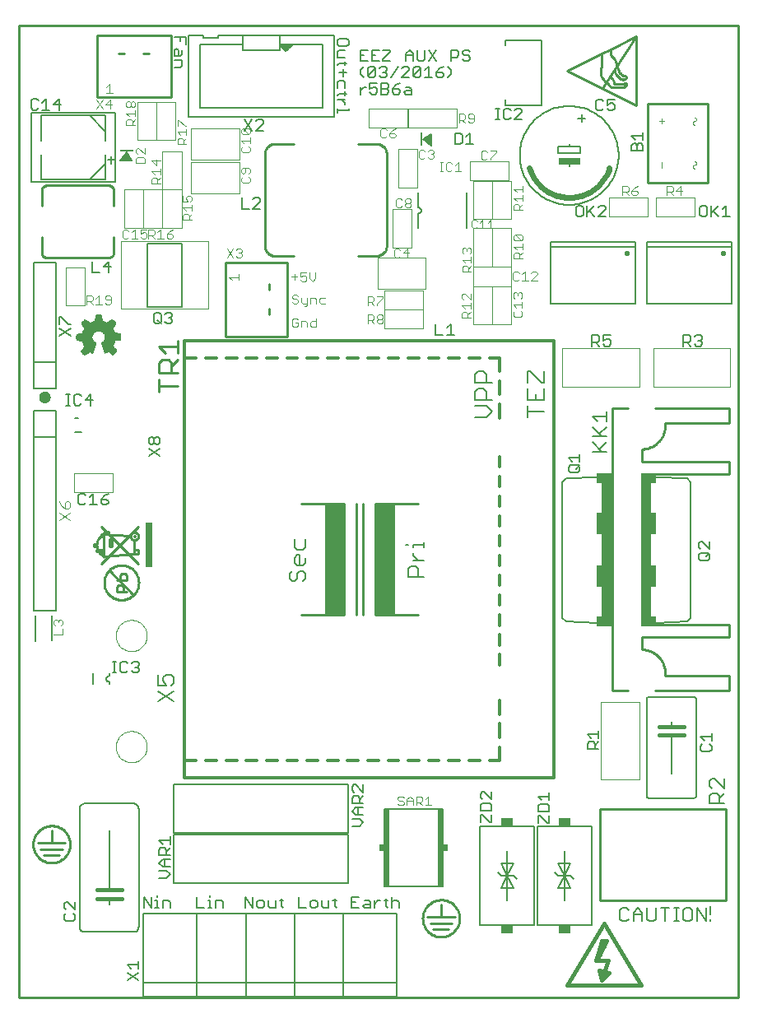
<source format=gto>
G75*
G70*
%OFA0B0*%
%FSLAX24Y24*%
%IPPOS*%
%LPD*%
%AMOC8*
5,1,8,0,0,1.08239X$1,22.5*
%
%ADD10C,0.0160*%
%ADD11C,0.0060*%
%ADD12C,0.0100*%
%ADD13C,0.0040*%
%ADD14R,0.0149X0.0001*%
%ADD15R,0.0004X0.0001*%
%ADD16R,0.0010X0.0001*%
%ADD17R,0.0017X0.0001*%
%ADD18R,0.0023X0.0001*%
%ADD19R,0.0029X0.0001*%
%ADD20R,0.0034X0.0001*%
%ADD21R,0.0040X0.0001*%
%ADD22R,0.0043X0.0002*%
%ADD23R,0.0047X0.0001*%
%ADD24R,0.0050X0.0001*%
%ADD25R,0.0054X0.0001*%
%ADD26R,0.0059X0.0001*%
%ADD27R,0.0064X0.0001*%
%ADD28R,0.0015X0.0001*%
%ADD29R,0.0067X0.0001*%
%ADD30R,0.0020X0.0001*%
%ADD31R,0.0070X0.0001*%
%ADD32R,0.0024X0.0001*%
%ADD33R,0.0074X0.0001*%
%ADD34R,0.0027X0.0001*%
%ADD35R,0.0076X0.0001*%
%ADD36R,0.0030X0.0001*%
%ADD37R,0.0081X0.0002*%
%ADD38R,0.0036X0.0002*%
%ADD39R,0.0086X0.0001*%
%ADD40R,0.0044X0.0001*%
%ADD41R,0.0091X0.0001*%
%ADD42R,0.0046X0.0001*%
%ADD43R,0.0094X0.0001*%
%ADD44R,0.0096X0.0001*%
%ADD45R,0.0053X0.0001*%
%ADD46R,0.0099X0.0001*%
%ADD47R,0.0056X0.0001*%
%ADD48R,0.0104X0.0001*%
%ADD49R,0.0060X0.0001*%
%ADD50R,0.0108X0.0001*%
%ADD51R,0.0112X0.0001*%
%ADD52R,0.0117X0.0001*%
%ADD53R,0.0072X0.0001*%
%ADD54R,0.0120X0.0002*%
%ADD55R,0.0075X0.0002*%
%ADD56R,0.0123X0.0001*%
%ADD57R,0.0078X0.0001*%
%ADD58R,0.0126X0.0001*%
%ADD59R,0.0081X0.0001*%
%ADD60R,0.0131X0.0001*%
%ADD61R,0.0136X0.0001*%
%ADD62R,0.0090X0.0001*%
%ADD63R,0.0139X0.0001*%
%ADD64R,0.0144X0.0001*%
%ADD65R,0.0147X0.0001*%
%ADD66R,0.0101X0.0001*%
%ADD67R,0.0150X0.0001*%
%ADD68R,0.0102X0.0001*%
%ADD69R,0.0153X0.0001*%
%ADD70R,0.0106X0.0001*%
%ADD71R,0.0158X0.0002*%
%ADD72R,0.0109X0.0002*%
%ADD73R,0.0164X0.0001*%
%ADD74R,0.0115X0.0001*%
%ADD75R,0.0168X0.0001*%
%ADD76R,0.0120X0.0001*%
%ADD77R,0.0171X0.0001*%
%ADD78R,0.0123X0.0001*%
%ADD79R,0.0172X0.0001*%
%ADD80R,0.0125X0.0001*%
%ADD81R,0.0175X0.0001*%
%ADD82R,0.0128X0.0001*%
%ADD83R,0.0180X0.0001*%
%ADD84R,0.0132X0.0001*%
%ADD85R,0.0186X0.0001*%
%ADD86R,0.0191X0.0001*%
%ADD87R,0.0141X0.0001*%
%ADD88R,0.0194X0.0001*%
%ADD89R,0.0145X0.0001*%
%ADD90R,0.0196X0.0002*%
%ADD91R,0.0149X0.0002*%
%ADD92R,0.0199X0.0001*%
%ADD93R,0.0151X0.0001*%
%ADD94R,0.0204X0.0001*%
%ADD95R,0.0153X0.0001*%
%ADD96R,0.0207X0.0001*%
%ADD97R,0.0158X0.0001*%
%ADD98R,0.0211X0.0001*%
%ADD99R,0.0162X0.0001*%
%ADD100R,0.0216X0.0001*%
%ADD101R,0.0166X0.0001*%
%ADD102R,0.0219X0.0001*%
%ADD103R,0.0007X0.0001*%
%ADD104R,0.0169X0.0001*%
%ADD105R,0.0222X0.0001*%
%ADD106R,0.0011X0.0001*%
%ADD107R,0.0224X0.0001*%
%ADD108R,0.0014X0.0001*%
%ADD109R,0.0176X0.0001*%
%ADD110R,0.0228X0.0001*%
%ADD111R,0.0018X0.0001*%
%ADD112R,0.0179X0.0001*%
%ADD113R,0.0234X0.0002*%
%ADD114R,0.0024X0.0002*%
%ADD115R,0.0183X0.0002*%
%ADD116R,0.0239X0.0001*%
%ADD117R,0.0189X0.0001*%
%ADD118R,0.0241X0.0001*%
%ADD119R,0.0033X0.0001*%
%ADD120R,0.0012X0.0001*%
%ADD121R,0.0192X0.0001*%
%ADD122R,0.0243X0.0001*%
%ADD123R,0.0038X0.0001*%
%ADD124R,0.0246X0.0001*%
%ADD125R,0.0041X0.0001*%
%ADD126R,0.0019X0.0001*%
%ADD127R,0.0196X0.0001*%
%ADD128R,0.0250X0.0001*%
%ADD129R,0.0021X0.0001*%
%ADD130R,0.0201X0.0001*%
%ADD131R,0.0254X0.0001*%
%ADD132R,0.0048X0.0001*%
%ADD133R,0.0258X0.0001*%
%ADD134R,0.0054X0.0001*%
%ADD135R,0.0209X0.0001*%
%ADD136R,0.0263X0.0001*%
%ADD137R,0.0213X0.0001*%
%ADD138R,0.0267X0.0001*%
%ADD139R,0.0063X0.0001*%
%ADD140R,0.0270X0.0002*%
%ADD141R,0.0066X0.0002*%
%ADD142R,0.0045X0.0002*%
%ADD143R,0.0219X0.0002*%
%ADD144R,0.0271X0.0001*%
%ADD145R,0.0220X0.0001*%
%ADD146R,0.0274X0.0001*%
%ADD147R,0.0051X0.0001*%
%ADD148R,0.0223X0.0001*%
%ADD149R,0.0278X0.0001*%
%ADD150R,0.0282X0.0001*%
%ADD151R,0.0231X0.0001*%
%ADD152R,0.0288X0.0001*%
%ADD153R,0.0085X0.0001*%
%ADD154R,0.0236X0.0001*%
%ADD155R,0.0289X0.0001*%
%ADD156R,0.0087X0.0001*%
%ADD157R,0.0066X0.0001*%
%ADD158R,0.0292X0.0001*%
%ADD159R,0.0069X0.0001*%
%ADD160R,0.0297X0.0001*%
%ADD161R,0.0300X0.0001*%
%ADD162R,0.0075X0.0001*%
%ADD163R,0.0305X0.0002*%
%ADD164R,0.0101X0.0002*%
%ADD165R,0.0078X0.0002*%
%ADD166R,0.0251X0.0002*%
%ADD167R,0.0309X0.0001*%
%ADD168R,0.0105X0.0001*%
%ADD169R,0.0083X0.0001*%
%ADD170R,0.0255X0.0001*%
%ADD171R,0.0314X0.0001*%
%ADD172R,0.0110X0.0001*%
%ADD173R,0.0087X0.0001*%
%ADD174R,0.0316X0.0001*%
%ADD175R,0.0113X0.0001*%
%ADD176R,0.0262X0.0001*%
%ADD177R,0.0319X0.0001*%
%ADD178R,0.0114X0.0001*%
%ADD179R,0.0093X0.0001*%
%ADD180R,0.0266X0.0001*%
%ADD181R,0.0321X0.0001*%
%ADD182R,0.0096X0.0001*%
%ADD183R,0.0324X0.0001*%
%ADD184R,0.0270X0.0001*%
%ADD185R,0.0329X0.0001*%
%ADD186R,0.0124X0.0001*%
%ADD187R,0.0275X0.0001*%
%ADD188R,0.0333X0.0001*%
%ADD189R,0.0279X0.0001*%
%ADD190R,0.0336X0.0001*%
%ADD191R,0.0111X0.0001*%
%ADD192R,0.0284X0.0001*%
%ADD193R,0.0339X0.0002*%
%ADD194R,0.0134X0.0002*%
%ADD195R,0.0114X0.0002*%
%ADD196R,0.0286X0.0002*%
%ADD197R,0.0342X0.0001*%
%ADD198R,0.0116X0.0001*%
%ADD199R,0.0491X0.0001*%
%ADD200R,0.0492X0.0001*%
%ADD201R,0.0294X0.0001*%
%ADD202R,0.0495X0.0001*%
%ADD203R,0.0299X0.0001*%
%ADD204R,0.0496X0.0001*%
%ADD205R,0.0127X0.0001*%
%ADD206R,0.0301X0.0001*%
%ADD207R,0.0498X0.0001*%
%ADD208R,0.0304X0.0001*%
%ADD209R,0.0501X0.0001*%
%ADD210R,0.0134X0.0001*%
%ADD211R,0.0308X0.0001*%
%ADD212R,0.0135X0.0001*%
%ADD213R,0.0311X0.0001*%
%ADD214R,0.0504X0.0001*%
%ADD215R,0.0138X0.0001*%
%ADD216R,0.0504X0.0002*%
%ADD217R,0.0141X0.0002*%
%ADD218R,0.0318X0.0002*%
%ADD219R,0.0507X0.0001*%
%ADD220R,0.0323X0.0001*%
%ADD221R,0.0326X0.0001*%
%ADD222R,0.0508X0.0001*%
%ADD223R,0.0152X0.0001*%
%ADD224R,0.0330X0.0001*%
%ADD225R,0.0510X0.0001*%
%ADD226R,0.0494X0.0001*%
%ADD227R,0.0512X0.0001*%
%ADD228R,0.0500X0.0001*%
%ADD229R,0.0513X0.0001*%
%ADD230R,0.0501X0.0001*%
%ADD231R,0.0513X0.0002*%
%ADD232R,0.0501X0.0002*%
%ADD233R,0.0503X0.0001*%
%ADD234R,0.0504X0.0001*%
%ADD235R,0.0506X0.0001*%
%ADD236R,0.0513X0.0001*%
%ADD237R,0.0509X0.0001*%
%ADD238R,0.0511X0.0001*%
%ADD239R,0.0514X0.0001*%
%ADD240R,0.0516X0.0001*%
%ADD241R,0.0513X0.0002*%
%ADD242R,0.0519X0.0002*%
%ADD243R,0.0519X0.0001*%
%ADD244R,0.0520X0.0001*%
%ADD245R,0.0522X0.0001*%
%ADD246R,0.0507X0.0001*%
%ADD247R,0.0509X0.0002*%
%ADD248R,0.0520X0.0002*%
%ADD249R,0.0522X0.0001*%
%ADD250R,0.0505X0.0001*%
%ADD251R,0.0502X0.0001*%
%ADD252R,0.0521X0.0001*%
%ADD253R,0.0503X0.0002*%
%ADD254R,0.0519X0.0002*%
%ADD255R,0.0519X0.0001*%
%ADD256R,0.0499X0.0001*%
%ADD257R,0.0517X0.0001*%
%ADD258R,0.0495X0.0002*%
%ADD259R,0.0514X0.0002*%
%ADD260R,0.0515X0.0001*%
%ADD261R,0.0492X0.0001*%
%ADD262R,0.0490X0.0001*%
%ADD263R,0.0490X0.0002*%
%ADD264R,0.0511X0.0002*%
%ADD265R,0.0489X0.0001*%
%ADD266R,0.0489X0.0001*%
%ADD267R,0.0488X0.0001*%
%ADD268R,0.0485X0.0001*%
%ADD269R,0.0483X0.0001*%
%ADD270R,0.0483X0.0002*%
%ADD271R,0.0507X0.0002*%
%ADD272R,0.0483X0.0001*%
%ADD273R,0.0481X0.0001*%
%ADD274R,0.0480X0.0001*%
%ADD275R,0.0480X0.0002*%
%ADD276R,0.0501X0.0002*%
%ADD277R,0.0479X0.0001*%
%ADD278R,0.0477X0.0001*%
%ADD279R,0.0477X0.0001*%
%ADD280R,0.0475X0.0001*%
%ADD281R,0.0474X0.0001*%
%ADD282R,0.0472X0.0001*%
%ADD283R,0.0472X0.0002*%
%ADD284R,0.0498X0.0002*%
%ADD285R,0.0471X0.0001*%
%ADD286R,0.0473X0.0001*%
%ADD287R,0.0471X0.0001*%
%ADD288R,0.0470X0.0001*%
%ADD289R,0.0468X0.0001*%
%ADD290R,0.0469X0.0001*%
%ADD291R,0.0468X0.0002*%
%ADD292R,0.0491X0.0002*%
%ADD293R,0.0466X0.0001*%
%ADD294R,0.0465X0.0001*%
%ADD295R,0.0464X0.0001*%
%ADD296R,0.0462X0.0001*%
%ADD297R,0.0462X0.0002*%
%ADD298R,0.0489X0.0002*%
%ADD299R,0.0461X0.0001*%
%ADD300R,0.0460X0.0001*%
%ADD301R,0.0459X0.0001*%
%ADD302R,0.0484X0.0001*%
%ADD303R,0.0457X0.0001*%
%ADD304R,0.0459X0.0001*%
%ADD305R,0.0458X0.0002*%
%ADD306R,0.0484X0.0002*%
%ADD307R,0.0456X0.0001*%
%ADD308R,0.0455X0.0001*%
%ADD309R,0.0453X0.0001*%
%ADD310R,0.0451X0.0001*%
%ADD311R,0.0453X0.0001*%
%ADD312R,0.0450X0.0001*%
%ADD313R,0.0451X0.0002*%
%ADD314R,0.0478X0.0001*%
%ADD315R,0.0449X0.0001*%
%ADD316R,0.0476X0.0001*%
%ADD317R,0.0447X0.0001*%
%ADD318R,0.0474X0.0001*%
%ADD319R,0.0449X0.0002*%
%ADD320R,0.0476X0.0002*%
%ADD321R,0.0454X0.0001*%
%ADD322R,0.0469X0.0002*%
%ADD323R,0.0468X0.0001*%
%ADD324R,0.0467X0.0001*%
%ADD325R,0.0473X0.0002*%
%ADD326R,0.0468X0.0002*%
%ADD327R,0.0486X0.0002*%
%ADD328R,0.0474X0.0002*%
%ADD329R,0.0487X0.0001*%
%ADD330R,0.0497X0.0001*%
%ADD331R,0.0486X0.0001*%
%ADD332R,0.0500X0.0002*%
%ADD333R,0.0487X0.0002*%
%ADD334R,0.0498X0.0001*%
%ADD335R,0.0524X0.0002*%
%ADD336R,0.0524X0.0001*%
%ADD337R,0.0525X0.0001*%
%ADD338R,0.0528X0.0001*%
%ADD339R,0.0529X0.0001*%
%ADD340R,0.0533X0.0001*%
%ADD341R,0.0534X0.0001*%
%ADD342R,0.0523X0.0001*%
%ADD343R,0.0536X0.0001*%
%ADD344R,0.0537X0.0002*%
%ADD345R,0.0527X0.0002*%
%ADD346R,0.0537X0.0001*%
%ADD347R,0.0528X0.0001*%
%ADD348R,0.0539X0.0001*%
%ADD349R,0.0530X0.0001*%
%ADD350R,0.0540X0.0001*%
%ADD351R,0.0541X0.0001*%
%ADD352R,0.0531X0.0001*%
%ADD353R,0.0543X0.0001*%
%ADD354R,0.0544X0.0001*%
%ADD355R,0.0546X0.0002*%
%ADD356R,0.0536X0.0002*%
%ADD357R,0.0547X0.0001*%
%ADD358R,0.0551X0.0001*%
%ADD359R,0.0552X0.0001*%
%ADD360R,0.0554X0.0001*%
%ADD361R,0.0555X0.0001*%
%ADD362R,0.0555X0.0002*%
%ADD363R,0.0547X0.0002*%
%ADD364R,0.0549X0.0001*%
%ADD365R,0.0548X0.0001*%
%ADD366R,0.0538X0.0001*%
%ADD367R,0.0537X0.0001*%
%ADD368R,0.0533X0.0002*%
%ADD369R,0.0531X0.0001*%
%ADD370R,0.0526X0.0001*%
%ADD371R,0.0518X0.0001*%
%ADD372R,0.0498X0.0002*%
%ADD373R,0.0496X0.0002*%
%ADD374R,0.0486X0.0001*%
%ADD375R,0.0485X0.0002*%
%ADD376R,0.0482X0.0001*%
%ADD377R,0.0477X0.0002*%
%ADD378R,0.0530X0.0002*%
%ADD379R,0.0464X0.0002*%
%ADD380R,0.0561X0.0001*%
%ADD381R,0.0570X0.0001*%
%ADD382R,0.0576X0.0001*%
%ADD383R,0.0581X0.0001*%
%ADD384R,0.0585X0.0001*%
%ADD385R,0.0589X0.0001*%
%ADD386R,0.0600X0.0002*%
%ADD387R,0.0614X0.0001*%
%ADD388R,0.0623X0.0001*%
%ADD389R,0.0630X0.0001*%
%ADD390R,0.0633X0.0001*%
%ADD391R,0.0638X0.0001*%
%ADD392R,0.0645X0.0001*%
%ADD393R,0.0657X0.0001*%
%ADD394R,0.0556X0.0001*%
%ADD395R,0.0669X0.0001*%
%ADD396R,0.0674X0.0001*%
%ADD397R,0.0579X0.0001*%
%ADD398R,0.0676X0.0002*%
%ADD399R,0.0585X0.0002*%
%ADD400R,0.0678X0.0001*%
%ADD401R,0.0590X0.0001*%
%ADD402R,0.0679X0.0001*%
%ADD403R,0.0596X0.0001*%
%ADD404R,0.0681X0.0001*%
%ADD405R,0.0606X0.0001*%
%ADD406R,0.0620X0.0001*%
%ADD407R,0.0682X0.0001*%
%ADD408R,0.0633X0.0001*%
%ADD409R,0.0684X0.0001*%
%ADD410R,0.0639X0.0001*%
%ADD411R,0.0649X0.0001*%
%ADD412R,0.0684X0.0001*%
%ADD413R,0.0655X0.0001*%
%ADD414R,0.0683X0.0002*%
%ADD415R,0.0664X0.0002*%
%ADD416R,0.0683X0.0001*%
%ADD417R,0.0670X0.0001*%
%ADD418R,0.0671X0.0001*%
%ADD419R,0.0681X0.0001*%
%ADD420R,0.0672X0.0001*%
%ADD421R,0.0680X0.0001*%
%ADD422R,0.0675X0.0001*%
%ADD423R,0.0676X0.0001*%
%ADD424R,0.0680X0.0002*%
%ADD425R,0.0678X0.0002*%
%ADD426R,0.0678X0.0001*%
%ADD427R,0.0675X0.0002*%
%ADD428R,0.0672X0.0002*%
%ADD429R,0.0672X0.0001*%
%ADD430R,0.0671X0.0002*%
%ADD431R,0.0670X0.0002*%
%ADD432R,0.0669X0.0001*%
%ADD433R,0.0667X0.0001*%
%ADD434R,0.0669X0.0002*%
%ADD435R,0.0667X0.0002*%
%ADD436R,0.0668X0.0001*%
%ADD437R,0.0666X0.0001*%
%ADD438R,0.0668X0.0002*%
%ADD439R,0.0666X0.0002*%
%ADD440R,0.0666X0.0001*%
%ADD441R,0.0664X0.0001*%
%ADD442R,0.0663X0.0001*%
%ADD443R,0.0666X0.0002*%
%ADD444R,0.0663X0.0002*%
%ADD445R,0.0665X0.0001*%
%ADD446R,0.0674X0.0002*%
%ADD447R,0.0677X0.0001*%
%ADD448R,0.0678X0.0002*%
%ADD449R,0.0682X0.0002*%
%ADD450R,0.0686X0.0001*%
%ADD451R,0.0686X0.0002*%
%ADD452R,0.0687X0.0001*%
%ADD453R,0.0689X0.0001*%
%ADD454R,0.0653X0.0001*%
%ADD455R,0.0641X0.0001*%
%ADD456R,0.0626X0.0001*%
%ADD457R,0.0616X0.0001*%
%ADD458R,0.0687X0.0001*%
%ADD459R,0.0612X0.0001*%
%ADD460R,0.0688X0.0001*%
%ADD461R,0.0606X0.0001*%
%ADD462R,0.0601X0.0001*%
%ADD463R,0.0591X0.0002*%
%ADD464R,0.0567X0.0001*%
%ADD465R,0.0560X0.0001*%
%ADD466R,0.0659X0.0001*%
%ADD467R,0.0516X0.0001*%
%ADD468R,0.0639X0.0001*%
%ADD469R,0.0502X0.0002*%
%ADD470R,0.0633X0.0002*%
%ADD471R,0.0608X0.0001*%
%ADD472R,0.0582X0.0001*%
%ADD473R,0.0577X0.0001*%
%ADD474R,0.0569X0.0002*%
%ADD475R,0.0546X0.0001*%
%ADD476R,0.0486X0.0002*%
%ADD477R,0.0493X0.0001*%
%ADD478R,0.0516X0.0002*%
%ADD479R,0.0532X0.0001*%
%ADD480R,0.0534X0.0002*%
%ADD481R,0.0535X0.0002*%
%ADD482R,0.0543X0.0001*%
%ADD483R,0.0553X0.0001*%
%ADD484R,0.0559X0.0001*%
%ADD485R,0.0564X0.0001*%
%ADD486R,0.0564X0.0001*%
%ADD487R,0.0567X0.0001*%
%ADD488R,0.0569X0.0001*%
%ADD489R,0.0570X0.0002*%
%ADD490R,0.0571X0.0002*%
%ADD491R,0.0571X0.0001*%
%ADD492R,0.0573X0.0001*%
%ADD493R,0.0574X0.0001*%
%ADD494R,0.0576X0.0001*%
%ADD495R,0.0600X0.0001*%
%ADD496R,0.0611X0.0001*%
%ADD497R,0.0618X0.0001*%
%ADD498R,0.0621X0.0001*%
%ADD499R,0.1269X0.0001*%
%ADD500R,0.1267X0.0001*%
%ADD501R,0.1266X0.0001*%
%ADD502R,0.1266X0.0002*%
%ADD503R,0.1264X0.0001*%
%ADD504R,0.1261X0.0001*%
%ADD505R,0.1260X0.0001*%
%ADD506R,0.1259X0.0001*%
%ADD507R,0.1256X0.0001*%
%ADD508R,0.1254X0.0001*%
%ADD509R,0.1253X0.0001*%
%ADD510R,0.1251X0.0001*%
%ADD511R,0.1251X0.0002*%
%ADD512R,0.1248X0.0001*%
%ADD513R,0.1245X0.0001*%
%ADD514R,0.1244X0.0001*%
%ADD515R,0.1242X0.0001*%
%ADD516R,0.1239X0.0001*%
%ADD517R,0.1237X0.0001*%
%ADD518R,0.1236X0.0002*%
%ADD519R,0.1233X0.0001*%
%ADD520R,0.1230X0.0001*%
%ADD521R,0.1229X0.0001*%
%ADD522R,0.1227X0.0001*%
%ADD523R,0.1226X0.0001*%
%ADD524R,0.1224X0.0001*%
%ADD525R,0.1223X0.0002*%
%ADD526R,0.1219X0.0001*%
%ADD527R,0.1216X0.0001*%
%ADD528R,0.1215X0.0001*%
%ADD529R,0.1214X0.0001*%
%ADD530R,0.1212X0.0001*%
%ADD531R,0.1209X0.0001*%
%ADD532R,0.1207X0.0002*%
%ADD533R,0.1206X0.0001*%
%ADD534R,0.1204X0.0001*%
%ADD535R,0.1201X0.0001*%
%ADD536R,0.1200X0.0001*%
%ADD537R,0.1199X0.0001*%
%ADD538R,0.1196X0.0001*%
%ADD539R,0.1194X0.0001*%
%ADD540R,0.1193X0.0001*%
%ADD541R,0.1191X0.0001*%
%ADD542R,0.1191X0.0002*%
%ADD543R,0.1188X0.0001*%
%ADD544R,0.1185X0.0001*%
%ADD545R,0.1184X0.0001*%
%ADD546R,0.1181X0.0001*%
%ADD547R,0.1177X0.0001*%
%ADD548R,0.1176X0.0001*%
%ADD549R,0.1174X0.0001*%
%ADD550R,0.1173X0.0001*%
%ADD551R,0.1170X0.0002*%
%ADD552R,0.1170X0.0001*%
%ADD553R,0.1169X0.0001*%
%ADD554R,0.1166X0.0001*%
%ADD555R,0.1164X0.0001*%
%ADD556R,0.1163X0.0001*%
%ADD557R,0.1163X0.0002*%
%ADD558R,0.1167X0.0001*%
%ADD559R,0.1171X0.0001*%
%ADD560R,0.1179X0.0001*%
%ADD561R,0.1182X0.0001*%
%ADD562R,0.1182X0.0002*%
%ADD563R,0.1188X0.0001*%
%ADD564R,0.1190X0.0001*%
%ADD565R,0.1197X0.0001*%
%ADD566R,0.1204X0.0002*%
%ADD567R,0.1207X0.0001*%
%ADD568R,0.1210X0.0001*%
%ADD569R,0.1213X0.0001*%
%ADD570R,0.1217X0.0001*%
%ADD571R,0.1218X0.0001*%
%ADD572R,0.1220X0.0001*%
%ADD573R,0.1221X0.0001*%
%ADD574R,0.1223X0.0001*%
%ADD575R,0.1226X0.0002*%
%ADD576R,0.1236X0.0001*%
%ADD577R,0.1239X0.0001*%
%ADD578R,0.1240X0.0001*%
%ADD579R,0.1243X0.0001*%
%ADD580R,0.1248X0.0002*%
%ADD581R,0.1248X0.0001*%
%ADD582R,0.1251X0.0001*%
%ADD583R,0.1257X0.0001*%
%ADD584R,0.1263X0.0001*%
%ADD585R,0.1267X0.0002*%
%ADD586R,0.1270X0.0001*%
%ADD587R,0.1274X0.0001*%
%ADD588R,0.1275X0.0001*%
%ADD589R,0.1278X0.0001*%
%ADD590R,0.1280X0.0001*%
%ADD591R,0.1281X0.0001*%
%ADD592R,0.1284X0.0001*%
%ADD593R,0.1286X0.0001*%
%ADD594R,0.1289X0.0001*%
%ADD595R,0.1290X0.0002*%
%ADD596R,0.1291X0.0001*%
%ADD597R,0.1294X0.0001*%
%ADD598R,0.1296X0.0001*%
%ADD599R,0.1299X0.0001*%
%ADD600R,0.1300X0.0001*%
%ADD601R,0.1302X0.0001*%
%ADD602R,0.1304X0.0001*%
%ADD603R,0.1306X0.0001*%
%ADD604R,0.1308X0.0001*%
%ADD605R,0.1311X0.0002*%
%ADD606R,0.1313X0.0001*%
%ADD607R,0.1316X0.0001*%
%ADD608R,0.1317X0.0001*%
%ADD609R,0.1320X0.0001*%
%ADD610R,0.1323X0.0001*%
%ADD611R,0.1326X0.0001*%
%ADD612R,0.1329X0.0001*%
%ADD613R,0.1332X0.0002*%
%ADD614R,0.1335X0.0001*%
%ADD615R,0.1336X0.0001*%
%ADD616R,0.1340X0.0001*%
%ADD617R,0.1343X0.0001*%
%ADD618R,0.1346X0.0001*%
%ADD619R,0.1347X0.0001*%
%ADD620R,0.1350X0.0001*%
%ADD621R,0.1353X0.0002*%
%ADD622R,0.1356X0.0001*%
%ADD623R,0.1357X0.0001*%
%ADD624R,0.1360X0.0001*%
%ADD625R,0.1364X0.0001*%
%ADD626R,0.1365X0.0001*%
%ADD627R,0.1368X0.0001*%
%ADD628R,0.1369X0.0001*%
%ADD629R,0.1373X0.0001*%
%ADD630R,0.1374X0.0002*%
%ADD631R,0.1377X0.0001*%
%ADD632R,0.1379X0.0001*%
%ADD633R,0.1380X0.0001*%
%ADD634R,0.1383X0.0001*%
%ADD635R,0.1386X0.0001*%
%ADD636R,0.1387X0.0001*%
%ADD637R,0.1391X0.0001*%
%ADD638R,0.1394X0.0001*%
%ADD639R,0.1395X0.0002*%
%ADD640R,0.1398X0.0001*%
%ADD641R,0.1401X0.0001*%
%ADD642R,0.1403X0.0001*%
%ADD643R,0.1406X0.0001*%
%ADD644R,0.1407X0.0001*%
%ADD645R,0.1409X0.0001*%
%ADD646R,0.1411X0.0001*%
%ADD647R,0.1414X0.0001*%
%ADD648R,0.1416X0.0002*%
%ADD649R,0.1419X0.0001*%
%ADD650R,0.1421X0.0001*%
%ADD651R,0.1422X0.0001*%
%ADD652R,0.1424X0.0001*%
%ADD653R,0.1426X0.0001*%
%ADD654R,0.1428X0.0001*%
%ADD655R,0.1429X0.0002*%
%ADD656R,0.1429X0.0001*%
%ADD657R,0.1425X0.0001*%
%ADD658R,0.1421X0.0002*%
%ADD659R,0.1418X0.0001*%
%ADD660R,0.1416X0.0001*%
%ADD661R,0.1413X0.0001*%
%ADD662R,0.1410X0.0001*%
%ADD663R,0.1404X0.0001*%
%ADD664R,0.1401X0.0001*%
%ADD665R,0.0346X0.0001*%
%ADD666R,0.1044X0.0001*%
%ADD667R,0.0342X0.0002*%
%ADD668R,0.1040X0.0002*%
%ADD669R,0.0337X0.0001*%
%ADD670R,0.1034X0.0001*%
%ADD671R,0.0357X0.0001*%
%ADD672R,0.0660X0.0001*%
%ADD673R,0.0353X0.0001*%
%ADD674R,0.0327X0.0001*%
%ADD675R,0.0349X0.0001*%
%ADD676R,0.0321X0.0001*%
%ADD677R,0.0648X0.0001*%
%ADD678R,0.0344X0.0001*%
%ADD679R,0.0317X0.0001*%
%ADD680R,0.0339X0.0001*%
%ADD681R,0.0312X0.0001*%
%ADD682R,0.0631X0.0001*%
%ADD683R,0.0334X0.0001*%
%ADD684R,0.0309X0.0001*%
%ADD685R,0.0307X0.0002*%
%ADD686R,0.0623X0.0002*%
%ADD687R,0.0327X0.0002*%
%ADD688R,0.0618X0.0001*%
%ADD689R,0.0297X0.0001*%
%ADD690R,0.0607X0.0001*%
%ADD691R,0.0320X0.0001*%
%ADD692R,0.0293X0.0001*%
%ADD693R,0.0599X0.0001*%
%ADD694R,0.0313X0.0001*%
%ADD695R,0.0285X0.0001*%
%ADD696R,0.0584X0.0001*%
%ADD697R,0.0303X0.0001*%
%ADD698R,0.0281X0.0001*%
%ADD699R,0.0273X0.0002*%
%ADD700R,0.0563X0.0002*%
%ADD701R,0.0293X0.0002*%
%ADD702R,0.0264X0.0001*%
%ADD703R,0.0259X0.0001*%
%ADD704R,0.0256X0.0001*%
%ADD705R,0.0276X0.0001*%
%ADD706R,0.0252X0.0001*%
%ADD707R,0.0273X0.0001*%
%ADD708R,0.0248X0.0001*%
%ADD709R,0.0269X0.0001*%
%ADD710R,0.0245X0.0001*%
%ADD711R,0.0240X0.0001*%
%ADD712R,0.0237X0.0002*%
%ADD713R,0.0256X0.0002*%
%ADD714R,0.0234X0.0001*%
%ADD715R,0.0232X0.0001*%
%ADD716R,0.0251X0.0001*%
%ADD717R,0.0228X0.0001*%
%ADD718R,0.0246X0.0001*%
%ADD719R,0.0456X0.0001*%
%ADD720R,0.0219X0.0001*%
%ADD721R,0.0444X0.0001*%
%ADD722R,0.0237X0.0001*%
%ADD723R,0.0214X0.0001*%
%ADD724R,0.0436X0.0001*%
%ADD725R,0.0432X0.0001*%
%ADD726R,0.0231X0.0001*%
%ADD727R,0.0210X0.0001*%
%ADD728R,0.0426X0.0001*%
%ADD729R,0.0420X0.0001*%
%ADD730R,0.0226X0.0001*%
%ADD731R,0.0204X0.0002*%
%ADD732R,0.0409X0.0002*%
%ADD733R,0.0222X0.0002*%
%ADD734R,0.0391X0.0001*%
%ADD735R,0.0217X0.0001*%
%ADD736R,0.0376X0.0001*%
%ADD737R,0.0368X0.0001*%
%ADD738R,0.0189X0.0001*%
%ADD739R,0.0361X0.0001*%
%ADD740R,0.0206X0.0001*%
%ADD741R,0.0186X0.0001*%
%ADD742R,0.0356X0.0001*%
%ADD743R,0.0181X0.0001*%
%ADD744R,0.0345X0.0001*%
%ADD745R,0.0173X0.0001*%
%ADD746R,0.0331X0.0001*%
%ADD747R,0.0190X0.0001*%
%ADD748R,0.0168X0.0001*%
%ADD749R,0.0165X0.0002*%
%ADD750R,0.0162X0.0001*%
%ADD751R,0.0159X0.0001*%
%ADD752R,0.0177X0.0001*%
%ADD753R,0.0156X0.0001*%
%ADD754R,0.0324X0.0001*%
%ADD755R,0.0174X0.0001*%
%ADD756R,0.0167X0.0001*%
%ADD757R,0.0146X0.0001*%
%ADD758R,0.0163X0.0001*%
%ADD759R,0.0141X0.0001*%
%ADD760R,0.0140X0.0001*%
%ADD761R,0.0137X0.0001*%
%ADD762R,0.0133X0.0001*%
%ADD763R,0.0129X0.0002*%
%ADD764R,0.0321X0.0002*%
%ADD765R,0.0146X0.0002*%
%ADD766R,0.0119X0.0001*%
%ADD767R,0.0129X0.0001*%
%ADD768R,0.0111X0.0001*%
%ADD769R,0.0126X0.0001*%
%ADD770R,0.0318X0.0001*%
%ADD771R,0.0097X0.0001*%
%ADD772R,0.0315X0.0001*%
%ADD773R,0.0089X0.0002*%
%ADD774R,0.0315X0.0002*%
%ADD775R,0.0105X0.0002*%
%ADD776R,0.0079X0.0001*%
%ADD777R,0.0089X0.0001*%
%ADD778R,0.0069X0.0001*%
%ADD779R,0.0084X0.0001*%
%ADD780R,0.0057X0.0001*%
%ADD781R,0.0052X0.0002*%
%ADD782R,0.0311X0.0002*%
%ADD783R,0.0066X0.0002*%
%ADD784R,0.0061X0.0001*%
%ADD785R,0.0042X0.0001*%
%ADD786R,0.0055X0.0001*%
%ADD787R,0.0039X0.0001*%
%ADD788R,0.0052X0.0001*%
%ADD789R,0.0036X0.0001*%
%ADD790R,0.0049X0.0001*%
%ADD791R,0.0307X0.0001*%
%ADD792R,0.0045X0.0001*%
%ADD793R,0.0022X0.0001*%
%ADD794R,0.0035X0.0001*%
%ADD795R,0.0025X0.0002*%
%ADD796R,0.0306X0.0001*%
%ADD797R,0.0018X0.0001*%
%ADD798R,0.0008X0.0001*%
%ADD799R,0.0300X0.0002*%
%ADD800R,0.0296X0.0001*%
%ADD801R,0.0294X0.0002*%
%ADD802R,0.0294X0.0001*%
%ADD803R,0.0291X0.0001*%
%ADD804R,0.0291X0.0002*%
%ADD805R,0.0286X0.0001*%
%ADD806R,0.0281X0.0002*%
%ADD807R,0.0277X0.0001*%
%ADD808R,0.0276X0.0001*%
%ADD809R,0.0266X0.0002*%
%ADD810R,0.0264X0.0001*%
%ADD811R,0.0261X0.0001*%
%ADD812R,0.0259X0.0002*%
%ADD813R,0.0254X0.0002*%
%ADD814R,0.0248X0.0002*%
%ADD815R,0.0218X0.0002*%
%ADD816R,0.0157X0.0001*%
%ADD817C,0.0050*%
%ADD818C,0.0070*%
%ADD819C,0.0090*%
%ADD820R,0.0900X0.0250*%
%ADD821C,0.0240*%
%ADD822C,0.0020*%
%ADD823R,0.0079X0.0551*%
%ADD824C,0.0030*%
%ADD825R,0.0500X0.0350*%
%ADD826R,0.0400X0.6200*%
%ADD827R,0.0200X0.0400*%
%ADD828R,0.0200X0.0850*%
%ADD829C,0.0217*%
%ADD830R,0.0197X0.3150*%
%ADD831R,0.0225X0.0300*%
%ADD832R,0.0551X0.0079*%
%ADD833C,0.0080*%
%ADD834C,0.0000*%
%ADD835R,0.0300X0.1800*%
%ADD836C,0.0120*%
%ADD837R,0.0750X0.4500*%
D10*
X008937Y009427D02*
X009437Y009427D01*
X009937Y009427D01*
X009937Y009777D02*
X009437Y009777D01*
X008937Y009777D01*
X027997Y005927D02*
X030997Y005927D01*
X029497Y008427D01*
X027997Y005927D01*
X029397Y006127D02*
X029297Y006527D01*
X029697Y006427D01*
X029397Y006127D01*
X029397Y006177D02*
X029647Y006927D01*
X029147Y006927D01*
X029397Y007677D01*
X029377Y007646D02*
X029556Y007646D01*
X029597Y007727D02*
X029197Y006927D01*
X029397Y007727D01*
X029597Y007727D01*
X029477Y007488D02*
X029337Y007488D01*
X029297Y007329D02*
X029398Y007329D01*
X029319Y007171D02*
X029258Y007171D01*
X029239Y007012D02*
X029218Y007012D01*
X029334Y006378D02*
X029648Y006378D01*
X029489Y006220D02*
X029374Y006220D01*
X031712Y016052D02*
X032212Y016052D01*
X032712Y016052D01*
X032712Y016402D02*
X032212Y016402D01*
X031712Y016402D01*
D11*
X032212Y016402D02*
X032212Y016602D01*
X032212Y016052D02*
X032212Y014502D01*
X033112Y013502D02*
X033129Y013504D01*
X033146Y013508D01*
X033162Y013515D01*
X033176Y013525D01*
X033189Y013538D01*
X033199Y013552D01*
X033206Y013568D01*
X033210Y013585D01*
X033212Y013602D01*
X033212Y017502D01*
X033210Y017519D01*
X033206Y017536D01*
X033199Y017552D01*
X033189Y017566D01*
X033176Y017579D01*
X033162Y017589D01*
X033146Y017596D01*
X033129Y017600D01*
X033112Y017602D01*
X031312Y017602D01*
X031295Y017600D01*
X031278Y017596D01*
X031262Y017589D01*
X031248Y017579D01*
X031235Y017566D01*
X031225Y017552D01*
X031218Y017536D01*
X031214Y017519D01*
X031212Y017502D01*
X031212Y013602D01*
X031214Y013585D01*
X031218Y013568D01*
X031225Y013552D01*
X031235Y013538D01*
X031248Y013525D01*
X031262Y013515D01*
X031278Y013508D01*
X031295Y013504D01*
X031312Y013502D01*
X033112Y013502D01*
X033800Y009138D02*
X033800Y008777D01*
X033800Y008597D02*
X033800Y008507D01*
X033608Y008507D02*
X033608Y009048D01*
X033248Y009048D02*
X033608Y008507D01*
X033248Y008507D02*
X033248Y009048D01*
X033056Y008958D02*
X032966Y009048D01*
X032785Y009048D01*
X032695Y008958D01*
X032695Y008597D01*
X032785Y008507D01*
X032966Y008507D01*
X033056Y008597D01*
X033056Y008958D01*
X032507Y009048D02*
X032327Y009048D01*
X032417Y009048D02*
X032417Y008507D01*
X032327Y008507D02*
X032507Y008507D01*
X031955Y008507D02*
X031955Y009048D01*
X032135Y009048D02*
X031774Y009048D01*
X031582Y009048D02*
X031582Y008597D01*
X031492Y008507D01*
X031312Y008507D01*
X031222Y008597D01*
X031222Y009048D01*
X031030Y008867D02*
X031030Y008507D01*
X031030Y008777D02*
X030670Y008777D01*
X030670Y008867D02*
X030850Y009048D01*
X031030Y008867D01*
X030670Y008867D02*
X030670Y008507D01*
X030477Y008597D02*
X030387Y008507D01*
X030207Y008507D01*
X030117Y008597D01*
X030117Y008958D01*
X030207Y009048D01*
X030387Y009048D01*
X030477Y008958D01*
X028973Y008362D02*
X028973Y012362D01*
X026773Y012362D01*
X026773Y008362D01*
X028973Y008362D01*
X027873Y009362D02*
X027873Y011362D01*
X027498Y010487D02*
X027623Y010362D01*
X028123Y010362D01*
X028248Y010237D01*
X026667Y008362D02*
X026667Y012362D01*
X024467Y012362D01*
X024467Y008362D01*
X026667Y008362D01*
X025567Y009362D02*
X025567Y011362D01*
X025192Y010487D02*
X025317Y010362D01*
X025817Y010362D01*
X025942Y010237D01*
X021169Y009277D02*
X021169Y009057D01*
X021169Y009277D02*
X021096Y009351D01*
X020949Y009351D01*
X020875Y009277D01*
X020715Y009351D02*
X020569Y009351D01*
X020642Y009424D02*
X020642Y009131D01*
X020715Y009057D01*
X020875Y009057D02*
X020875Y009498D01*
X020405Y009351D02*
X020332Y009351D01*
X020185Y009204D01*
X020185Y009057D02*
X020185Y009351D01*
X020018Y009277D02*
X020018Y009057D01*
X019798Y009057D01*
X019724Y009131D01*
X019798Y009204D01*
X020018Y009204D01*
X020018Y009277D02*
X019945Y009351D01*
X019798Y009351D01*
X019558Y009498D02*
X019264Y009498D01*
X019264Y009057D01*
X019558Y009057D01*
X019411Y009277D02*
X019264Y009277D01*
X018644Y009351D02*
X018497Y009351D01*
X018570Y009424D02*
X018570Y009131D01*
X018644Y009057D01*
X018330Y009057D02*
X018330Y009351D01*
X018036Y009351D02*
X018036Y009131D01*
X018110Y009057D01*
X018330Y009057D01*
X017870Y009131D02*
X017870Y009277D01*
X017796Y009351D01*
X017649Y009351D01*
X017576Y009277D01*
X017576Y009131D01*
X017649Y009057D01*
X017796Y009057D01*
X017870Y009131D01*
X017409Y009057D02*
X017116Y009057D01*
X017116Y009498D01*
X016495Y009351D02*
X016348Y009351D01*
X016422Y009424D02*
X016422Y009131D01*
X016495Y009057D01*
X016181Y009057D02*
X016181Y009351D01*
X015888Y009351D02*
X015888Y009131D01*
X015961Y009057D01*
X016181Y009057D01*
X015721Y009131D02*
X015721Y009277D01*
X015648Y009351D01*
X015501Y009351D01*
X015427Y009277D01*
X015427Y009131D01*
X015501Y009057D01*
X015648Y009057D01*
X015721Y009131D01*
X015261Y009057D02*
X015261Y009498D01*
X014967Y009498D02*
X014967Y009057D01*
X015261Y009057D02*
X014967Y009498D01*
X014051Y009277D02*
X014051Y009057D01*
X014051Y009277D02*
X013978Y009351D01*
X013758Y009351D01*
X013758Y009057D01*
X013598Y009057D02*
X013451Y009057D01*
X013524Y009057D02*
X013524Y009351D01*
X013451Y009351D01*
X013524Y009498D02*
X013524Y009571D01*
X013284Y009057D02*
X012991Y009057D01*
X012991Y009498D01*
X011903Y009277D02*
X011903Y009057D01*
X011903Y009277D02*
X011830Y009351D01*
X011609Y009351D01*
X011609Y009057D01*
X011449Y009057D02*
X011302Y009057D01*
X011376Y009057D02*
X011376Y009351D01*
X011302Y009351D01*
X011376Y009498D02*
X011376Y009571D01*
X011136Y009498D02*
X011136Y009057D01*
X010842Y009498D01*
X010842Y009057D01*
X010637Y008277D02*
X010637Y013077D01*
X010635Y013103D01*
X010630Y013129D01*
X010622Y013154D01*
X010610Y013177D01*
X010596Y013199D01*
X010578Y013218D01*
X010559Y013236D01*
X010537Y013250D01*
X010514Y013262D01*
X010489Y013270D01*
X010463Y013275D01*
X010437Y013277D01*
X008437Y013277D01*
X008411Y013275D01*
X008385Y013270D01*
X008360Y013262D01*
X008337Y013250D01*
X008315Y013236D01*
X008296Y013218D01*
X008278Y013199D01*
X008264Y013177D01*
X008252Y013154D01*
X008244Y013129D01*
X008239Y013103D01*
X008237Y013077D01*
X008237Y008277D01*
X008239Y008251D01*
X008244Y008225D01*
X008252Y008200D01*
X008264Y008177D01*
X008278Y008155D01*
X008296Y008136D01*
X008315Y008118D01*
X008337Y008104D01*
X008360Y008092D01*
X008385Y008084D01*
X008411Y008079D01*
X008437Y008077D01*
X010437Y008077D01*
X010463Y008079D01*
X010489Y008084D01*
X010514Y008092D01*
X010537Y008104D01*
X010559Y008118D01*
X010578Y008136D01*
X010596Y008155D01*
X010610Y008177D01*
X010622Y008200D01*
X010630Y008225D01*
X010635Y008251D01*
X010637Y008277D01*
X009437Y009177D02*
X009437Y009427D01*
X009437Y009777D02*
X009437Y012177D01*
X009442Y018107D02*
X009442Y018207D01*
X009421Y018209D01*
X009401Y018214D01*
X009382Y018223D01*
X009365Y018235D01*
X009350Y018250D01*
X009338Y018267D01*
X009329Y018286D01*
X009324Y018306D01*
X009322Y018327D01*
X009324Y018348D01*
X009329Y018368D01*
X009338Y018387D01*
X009350Y018404D01*
X009365Y018419D01*
X009382Y018431D01*
X009401Y018440D01*
X009421Y018445D01*
X009442Y018447D01*
X009442Y018557D01*
X009442Y018447D02*
X009421Y018445D01*
X009401Y018440D01*
X009382Y018431D01*
X009365Y018419D01*
X009350Y018404D01*
X009338Y018387D01*
X009329Y018368D01*
X009324Y018348D01*
X009322Y018327D01*
X009324Y018306D01*
X009329Y018286D01*
X009338Y018267D01*
X009350Y018250D01*
X009365Y018235D01*
X009382Y018223D01*
X009401Y018214D01*
X009421Y018209D01*
X009442Y018207D01*
X008782Y018107D02*
X008782Y018557D01*
X008327Y028322D02*
X008047Y028322D01*
X008047Y028882D02*
X008177Y028882D01*
X008637Y038552D02*
X009287Y039202D01*
X009377Y039352D02*
X009677Y039352D01*
X009887Y039327D02*
X010137Y039652D01*
X010362Y039327D01*
X009887Y039327D01*
X009910Y039357D02*
X010341Y039357D01*
X010301Y039416D02*
X009955Y039416D01*
X010000Y039474D02*
X010260Y039474D01*
X010220Y039533D02*
X010045Y039533D01*
X010090Y039591D02*
X010179Y039591D01*
X010139Y039650D02*
X010135Y039650D01*
X009527Y039502D02*
X009527Y039202D01*
X009287Y039572D02*
X009287Y038552D01*
X006687Y038552D01*
X006687Y039572D01*
X006687Y040132D02*
X006687Y041152D01*
X009287Y041152D01*
X009287Y040502D01*
X008637Y041152D01*
X009287Y040502D02*
X009287Y040132D01*
X009687Y041252D02*
X009687Y038452D01*
X006287Y038452D01*
X006287Y041252D01*
X009687Y041252D01*
X022162Y040177D02*
X022487Y039927D01*
X022487Y040402D01*
X022162Y040177D01*
X022163Y040176D02*
X022487Y040176D01*
X022487Y040118D02*
X022239Y040118D01*
X022315Y040059D02*
X022487Y040059D01*
X022487Y040001D02*
X022391Y040001D01*
X022467Y039942D02*
X022487Y039942D01*
X022487Y040235D02*
X022245Y040235D01*
X022330Y040293D02*
X022487Y040293D01*
X022487Y040352D02*
X022414Y040352D01*
X021957Y038012D02*
X021957Y037422D01*
X021978Y037420D01*
X021998Y037415D01*
X022017Y037406D01*
X022034Y037394D01*
X022049Y037379D01*
X022061Y037362D01*
X022070Y037343D01*
X022075Y037323D01*
X022077Y037302D01*
X022075Y037281D01*
X022070Y037261D01*
X022061Y037242D01*
X022049Y037225D01*
X022034Y037210D01*
X022017Y037198D01*
X021998Y037189D01*
X021978Y037184D01*
X021957Y037182D01*
X021957Y036592D01*
X023917Y036592D02*
X023917Y038012D01*
X025482Y041557D02*
X025482Y041777D01*
X025482Y041557D02*
X026942Y041557D01*
X026942Y044197D01*
X025482Y044197D01*
X025482Y043977D01*
X028422Y041028D02*
X028722Y041028D01*
X028572Y040878D02*
X028572Y041178D01*
X028072Y039978D02*
X028072Y039878D01*
X028522Y039878D01*
X028522Y039628D01*
X027622Y039628D01*
X027622Y039878D01*
X028072Y039878D01*
X026072Y039528D02*
X026074Y039626D01*
X026082Y039724D01*
X026094Y039821D01*
X026110Y039918D01*
X026132Y040014D01*
X026158Y040109D01*
X026189Y040202D01*
X026224Y040293D01*
X026264Y040383D01*
X026308Y040471D01*
X026357Y040556D01*
X026409Y040639D01*
X026466Y040719D01*
X026526Y040797D01*
X026590Y040871D01*
X026658Y040942D01*
X026729Y041010D01*
X026803Y041074D01*
X026881Y041134D01*
X026961Y041191D01*
X027044Y041243D01*
X027129Y041292D01*
X027217Y041336D01*
X027307Y041376D01*
X027398Y041411D01*
X027491Y041442D01*
X027586Y041468D01*
X027682Y041490D01*
X027779Y041506D01*
X027876Y041518D01*
X027974Y041526D01*
X028072Y041528D01*
X028170Y041526D01*
X028268Y041518D01*
X028365Y041506D01*
X028462Y041490D01*
X028558Y041468D01*
X028653Y041442D01*
X028746Y041411D01*
X028837Y041376D01*
X028927Y041336D01*
X029015Y041292D01*
X029100Y041243D01*
X029183Y041191D01*
X029263Y041134D01*
X029341Y041074D01*
X029415Y041010D01*
X029486Y040942D01*
X029554Y040871D01*
X029618Y040797D01*
X029678Y040719D01*
X029735Y040639D01*
X029787Y040556D01*
X029836Y040471D01*
X029880Y040383D01*
X029920Y040293D01*
X029955Y040202D01*
X029986Y040109D01*
X030012Y040014D01*
X030034Y039918D01*
X030050Y039821D01*
X030062Y039724D01*
X030070Y039626D01*
X030072Y039528D01*
X030070Y039430D01*
X030062Y039332D01*
X030050Y039235D01*
X030034Y039138D01*
X030012Y039042D01*
X029986Y038947D01*
X029955Y038854D01*
X029920Y038763D01*
X029880Y038673D01*
X029836Y038585D01*
X029787Y038500D01*
X029735Y038417D01*
X029678Y038337D01*
X029618Y038259D01*
X029554Y038185D01*
X029486Y038114D01*
X029415Y038046D01*
X029341Y037982D01*
X029263Y037922D01*
X029183Y037865D01*
X029100Y037813D01*
X029015Y037764D01*
X028927Y037720D01*
X028837Y037680D01*
X028746Y037645D01*
X028653Y037614D01*
X028558Y037588D01*
X028462Y037566D01*
X028365Y037550D01*
X028268Y037538D01*
X028170Y037530D01*
X028072Y037528D01*
X027974Y037530D01*
X027876Y037538D01*
X027779Y037550D01*
X027682Y037566D01*
X027586Y037588D01*
X027491Y037614D01*
X027398Y037645D01*
X027307Y037680D01*
X027217Y037720D01*
X027129Y037764D01*
X027044Y037813D01*
X026961Y037865D01*
X026881Y037922D01*
X026803Y037982D01*
X026729Y038046D01*
X026658Y038114D01*
X026590Y038185D01*
X026526Y038259D01*
X026466Y038337D01*
X026409Y038417D01*
X026357Y038500D01*
X026308Y038585D01*
X026264Y038673D01*
X026224Y038763D01*
X026189Y038854D01*
X026158Y038947D01*
X026132Y039042D01*
X026110Y039138D01*
X026094Y039235D01*
X026082Y039332D01*
X026074Y039430D01*
X026072Y039528D01*
X028072Y039278D02*
X028072Y039078D01*
X027321Y036029D02*
X030763Y036029D01*
X030763Y033525D01*
X027321Y033525D01*
X027321Y035826D01*
X030724Y035826D01*
X031221Y035826D02*
X034624Y035826D01*
X034663Y036029D02*
X034663Y033525D01*
X031221Y033525D01*
X031221Y035826D01*
X031221Y036029D01*
X034663Y036029D01*
X027321Y036029D02*
X027321Y035826D01*
X027937Y026452D02*
X027787Y026302D01*
X027787Y020802D01*
X027937Y020652D01*
X029187Y020602D01*
X031587Y020602D02*
X032837Y020652D01*
X032987Y020802D01*
X032987Y026302D01*
X032837Y026452D01*
X031587Y026502D01*
X029187Y026502D02*
X027937Y026452D01*
D12*
X034934Y005427D02*
X005800Y005427D01*
X005800Y044797D01*
X034934Y044797D01*
X034934Y005427D01*
X034412Y009352D02*
X029312Y009352D01*
X029312Y013052D01*
X034412Y013052D01*
X034412Y009352D01*
X034555Y017869D02*
X031563Y017869D01*
X031957Y018459D02*
X031957Y018538D01*
X031957Y018459D02*
X034555Y018459D01*
X034555Y017869D01*
X034555Y020034D02*
X034555Y020526D01*
X031012Y020526D01*
X031012Y026628D01*
X034555Y026628D01*
X034555Y027120D01*
X031012Y027120D01*
X031012Y027632D01*
X031072Y027635D01*
X031132Y027642D01*
X031192Y027653D01*
X031251Y027667D01*
X031309Y027686D01*
X031365Y027707D01*
X031421Y027732D01*
X031474Y027761D01*
X031526Y027793D01*
X031575Y027828D01*
X031622Y027866D01*
X031667Y027907D01*
X031709Y027951D01*
X031748Y027997D01*
X031784Y028046D01*
X031817Y028097D01*
X031847Y028149D01*
X031873Y028204D01*
X031896Y028260D01*
X031916Y028318D01*
X031931Y028376D01*
X031943Y028436D01*
X031952Y028496D01*
X031956Y028556D01*
X031957Y028617D01*
X031957Y028695D01*
X034555Y028695D01*
X034555Y029286D01*
X031563Y029286D01*
X030461Y029286D02*
X029831Y029286D01*
X029831Y017869D01*
X030461Y017869D01*
X031957Y018537D02*
X031956Y018598D01*
X031952Y018658D01*
X031943Y018718D01*
X031931Y018778D01*
X031916Y018836D01*
X031896Y018894D01*
X031873Y018950D01*
X031847Y019005D01*
X031817Y019057D01*
X031784Y019108D01*
X031748Y019157D01*
X031709Y019203D01*
X031667Y019247D01*
X031622Y019288D01*
X031575Y019326D01*
X031526Y019361D01*
X031474Y019393D01*
X031421Y019422D01*
X031365Y019447D01*
X031309Y019468D01*
X031251Y019487D01*
X031192Y019501D01*
X031132Y019512D01*
X031072Y019519D01*
X031012Y019522D01*
X031012Y020034D01*
X034555Y020034D01*
X023439Y008678D02*
X022889Y008678D01*
X022314Y008678D01*
X022439Y008428D02*
X023314Y008428D01*
X023189Y008178D02*
X022564Y008178D01*
X022134Y008628D02*
X022136Y008682D01*
X022142Y008736D01*
X022152Y008789D01*
X022165Y008842D01*
X022182Y008893D01*
X022203Y008943D01*
X022228Y008991D01*
X022256Y009038D01*
X022287Y009082D01*
X022321Y009124D01*
X022358Y009163D01*
X022398Y009200D01*
X022441Y009233D01*
X022486Y009264D01*
X022533Y009291D01*
X022581Y009314D01*
X022632Y009334D01*
X022683Y009351D01*
X022736Y009363D01*
X022789Y009372D01*
X022843Y009377D01*
X022898Y009378D01*
X022952Y009375D01*
X023005Y009368D01*
X023058Y009357D01*
X023111Y009343D01*
X023162Y009325D01*
X023211Y009303D01*
X023259Y009278D01*
X023305Y009249D01*
X023349Y009217D01*
X023390Y009182D01*
X023428Y009144D01*
X023464Y009103D01*
X023497Y009060D01*
X023527Y009015D01*
X023553Y008967D01*
X023576Y008918D01*
X023595Y008867D01*
X023610Y008816D01*
X023622Y008763D01*
X023630Y008709D01*
X023634Y008655D01*
X023634Y008601D01*
X023630Y008547D01*
X023622Y008493D01*
X023610Y008440D01*
X023595Y008389D01*
X023576Y008338D01*
X023553Y008289D01*
X023527Y008241D01*
X023497Y008196D01*
X023464Y008153D01*
X023428Y008112D01*
X023390Y008074D01*
X023349Y008039D01*
X023305Y008007D01*
X023259Y007978D01*
X023211Y007953D01*
X023162Y007931D01*
X023111Y007913D01*
X023058Y007899D01*
X023005Y007888D01*
X022952Y007881D01*
X022898Y007878D01*
X022843Y007879D01*
X022789Y007884D01*
X022736Y007893D01*
X022683Y007905D01*
X022632Y007922D01*
X022581Y007942D01*
X022533Y007965D01*
X022486Y007992D01*
X022441Y008023D01*
X022398Y008056D01*
X022358Y008093D01*
X022321Y008132D01*
X022287Y008174D01*
X022256Y008218D01*
X022228Y008265D01*
X022203Y008313D01*
X022182Y008363D01*
X022165Y008414D01*
X022152Y008467D01*
X022142Y008520D01*
X022136Y008574D01*
X022134Y008628D01*
X022889Y008678D02*
X022889Y009178D01*
X021962Y020927D02*
X020962Y020927D01*
X020962Y025427D01*
X021962Y025427D01*
X020962Y025427D02*
X020212Y025427D01*
X020212Y020927D01*
X020962Y020927D01*
X019712Y020927D02*
X019712Y025427D01*
X019462Y025427D02*
X019462Y020927D01*
X018962Y020927D02*
X018212Y020927D01*
X017212Y020927D01*
X018212Y020927D02*
X018212Y025427D01*
X017212Y025427D01*
X018212Y025427D02*
X018962Y025427D01*
X018962Y020927D01*
X010612Y023004D02*
X009412Y024204D01*
X009112Y024504D01*
X009262Y024304D02*
X009412Y024304D01*
X009412Y024204D01*
X009262Y024304D02*
X009212Y024254D01*
X009212Y024204D01*
X010302Y024134D01*
X010304Y024104D02*
X010306Y024129D01*
X010312Y024153D01*
X010321Y024176D01*
X010334Y024197D01*
X010350Y024216D01*
X010369Y024232D01*
X010390Y024245D01*
X010413Y024254D01*
X010437Y024260D01*
X010462Y024262D01*
X010487Y024260D01*
X010511Y024254D01*
X010534Y024245D01*
X010555Y024232D01*
X010574Y024216D01*
X010590Y024197D01*
X010603Y024176D01*
X010612Y024153D01*
X010618Y024129D01*
X010620Y024104D01*
X010618Y024079D01*
X010612Y024055D01*
X010603Y024032D01*
X010590Y024011D01*
X010574Y023992D01*
X010555Y023976D01*
X010534Y023963D01*
X010511Y023954D01*
X010487Y023948D01*
X010462Y023946D01*
X010437Y023948D01*
X010413Y023954D01*
X010390Y023963D01*
X010369Y023976D01*
X010350Y023992D01*
X010334Y024011D01*
X010321Y024032D01*
X010312Y024055D01*
X010306Y024079D01*
X010304Y024104D01*
X010452Y024104D02*
X010454Y024109D01*
X010458Y024113D01*
X010463Y024114D01*
X010469Y024112D01*
X010472Y024107D01*
X010472Y024101D01*
X010469Y024096D01*
X010463Y024094D01*
X010458Y024095D01*
X010454Y024099D01*
X010452Y024104D01*
X010462Y023944D02*
X010462Y023554D01*
X010612Y023554D01*
X010612Y023404D01*
X010462Y023404D01*
X009212Y023304D01*
X009212Y023504D01*
X008912Y023504D01*
X008912Y023554D01*
X009212Y023554D01*
X009212Y024204D01*
X009112Y024154D02*
X009114Y024167D01*
X009119Y024180D01*
X009128Y024191D01*
X009139Y024198D01*
X009152Y024203D01*
X009165Y024204D01*
X009179Y024201D01*
X009191Y024195D01*
X009201Y024186D01*
X009208Y024174D01*
X009212Y024161D01*
X009212Y024147D01*
X009208Y024134D01*
X009201Y024122D01*
X009191Y024113D01*
X009179Y024107D01*
X009165Y024104D01*
X009152Y024105D01*
X009139Y024110D01*
X009128Y024117D01*
X009119Y024128D01*
X009114Y024141D01*
X009112Y024154D01*
X009462Y024004D02*
X009462Y023704D01*
X009562Y023704D01*
X009562Y024004D01*
X009462Y024004D01*
X009212Y024204D02*
X009175Y024183D01*
X009139Y024159D01*
X009106Y024132D01*
X009075Y024103D01*
X009046Y024071D01*
X009021Y024036D01*
X008998Y024000D01*
X008979Y023962D01*
X008963Y023922D01*
X008950Y023881D01*
X008941Y023839D01*
X008936Y023797D01*
X008934Y023754D01*
X008936Y023711D01*
X008941Y023669D01*
X008950Y023627D01*
X008963Y023586D01*
X008979Y023546D01*
X008998Y023508D01*
X009021Y023472D01*
X009046Y023437D01*
X009075Y023405D01*
X009106Y023376D01*
X009139Y023349D01*
X009175Y023325D01*
X009212Y023304D01*
X009212Y023254D01*
X009212Y023504D02*
X009212Y023554D01*
X008912Y023704D02*
X008912Y023804D01*
X008812Y023804D01*
X008812Y023704D01*
X008912Y023704D01*
X009112Y023004D02*
X010612Y024504D01*
X010462Y023554D02*
X010462Y023404D01*
X010074Y022587D02*
X009941Y022587D01*
X009874Y022520D01*
X009874Y022320D01*
X009237Y022229D02*
X009239Y022281D01*
X009245Y022333D01*
X009255Y022385D01*
X009268Y022435D01*
X009285Y022485D01*
X009306Y022533D01*
X009331Y022579D01*
X009359Y022623D01*
X009390Y022665D01*
X009424Y022705D01*
X009461Y022742D01*
X009501Y022776D01*
X009543Y022807D01*
X009587Y022835D01*
X009633Y022860D01*
X009681Y022881D01*
X009731Y022898D01*
X009781Y022911D01*
X009833Y022921D01*
X009885Y022927D01*
X009937Y022929D01*
X009989Y022927D01*
X010041Y022921D01*
X010093Y022911D01*
X010143Y022898D01*
X010193Y022881D01*
X010241Y022860D01*
X010287Y022835D01*
X010331Y022807D01*
X010373Y022776D01*
X010413Y022742D01*
X010450Y022705D01*
X010484Y022665D01*
X010515Y022623D01*
X010543Y022579D01*
X010568Y022533D01*
X010589Y022485D01*
X010606Y022435D01*
X010619Y022385D01*
X010629Y022333D01*
X010635Y022281D01*
X010637Y022229D01*
X010635Y022177D01*
X010629Y022125D01*
X010619Y022073D01*
X010606Y022023D01*
X010589Y021973D01*
X010568Y021925D01*
X010543Y021879D01*
X010515Y021835D01*
X010484Y021793D01*
X010450Y021753D01*
X010413Y021716D01*
X010373Y021682D01*
X010331Y021651D01*
X010287Y021623D01*
X010241Y021598D01*
X010193Y021577D01*
X010143Y021560D01*
X010093Y021547D01*
X010041Y021537D01*
X009989Y021531D01*
X009937Y021529D01*
X009885Y021531D01*
X009833Y021537D01*
X009781Y021547D01*
X009731Y021560D01*
X009681Y021577D01*
X009633Y021598D01*
X009587Y021623D01*
X009543Y021651D01*
X009501Y021682D01*
X009461Y021716D01*
X009424Y021753D01*
X009390Y021793D01*
X009359Y021835D01*
X009331Y021879D01*
X009306Y021925D01*
X009285Y021973D01*
X009268Y022023D01*
X009255Y022073D01*
X009245Y022125D01*
X009239Y022177D01*
X009237Y022229D01*
X009741Y022320D02*
X010141Y022320D01*
X010141Y022520D01*
X010074Y022587D01*
X009941Y022127D02*
X009807Y022127D01*
X009741Y022060D01*
X009741Y021860D01*
X010141Y021860D01*
X010008Y021860D02*
X010008Y022060D01*
X009941Y022127D01*
X010435Y021731D02*
X009439Y022727D01*
X014162Y032202D02*
X014162Y035202D01*
X016662Y035202D01*
X016662Y032202D01*
X014162Y032202D01*
X015912Y033077D02*
X015912Y033327D01*
X015912Y034077D02*
X015912Y034327D01*
X016145Y035463D02*
X016906Y035463D01*
X016145Y035463D02*
X016106Y035465D01*
X016068Y035471D01*
X016031Y035480D01*
X015994Y035493D01*
X015959Y035510D01*
X015926Y035529D01*
X015895Y035552D01*
X015866Y035578D01*
X015840Y035607D01*
X015817Y035638D01*
X015798Y035671D01*
X015781Y035706D01*
X015768Y035743D01*
X015759Y035780D01*
X015753Y035818D01*
X015751Y035857D01*
X015751Y039597D01*
X015753Y039636D01*
X015759Y039674D01*
X015768Y039711D01*
X015781Y039748D01*
X015798Y039783D01*
X015817Y039816D01*
X015840Y039847D01*
X015866Y039876D01*
X015895Y039902D01*
X015926Y039925D01*
X015959Y039944D01*
X015994Y039961D01*
X016031Y039974D01*
X016068Y039983D01*
X016106Y039989D01*
X016145Y039991D01*
X016906Y039991D01*
X019518Y039991D02*
X020279Y039991D01*
X020318Y039989D01*
X020356Y039983D01*
X020393Y039974D01*
X020430Y039961D01*
X020465Y039944D01*
X020498Y039925D01*
X020529Y039902D01*
X020558Y039876D01*
X020584Y039847D01*
X020607Y039816D01*
X020626Y039783D01*
X020643Y039748D01*
X020656Y039711D01*
X020665Y039674D01*
X020671Y039636D01*
X020673Y039597D01*
X020673Y035857D01*
X020671Y035818D01*
X020665Y035780D01*
X020656Y035743D01*
X020643Y035706D01*
X020626Y035671D01*
X020607Y035638D01*
X020584Y035607D01*
X020558Y035578D01*
X020529Y035552D01*
X020498Y035529D01*
X020465Y035510D01*
X020430Y035493D01*
X020393Y035480D01*
X020356Y035471D01*
X020318Y035465D01*
X020279Y035463D01*
X019518Y035463D01*
X011937Y041902D02*
X008937Y041902D01*
X008937Y044402D01*
X011937Y044402D01*
X011937Y041902D01*
X011062Y043652D02*
X010812Y043652D01*
X010062Y043652D02*
X009812Y043652D01*
X009422Y038309D02*
X006902Y038309D01*
X006876Y038307D01*
X006851Y038302D01*
X006827Y038294D01*
X006803Y038283D01*
X006782Y038268D01*
X006763Y038251D01*
X006746Y038232D01*
X006731Y038211D01*
X006720Y038187D01*
X006712Y038163D01*
X006707Y038138D01*
X006705Y038112D01*
X006705Y037482D01*
X006705Y036222D02*
X006705Y035592D01*
X006707Y035566D01*
X006712Y035541D01*
X006720Y035517D01*
X006731Y035494D01*
X006746Y035472D01*
X006763Y035453D01*
X006782Y035436D01*
X006803Y035421D01*
X006827Y035410D01*
X006851Y035402D01*
X006876Y035397D01*
X006902Y035395D01*
X009422Y035395D01*
X009448Y035397D01*
X009473Y035402D01*
X009497Y035410D01*
X009520Y035421D01*
X009542Y035436D01*
X009561Y035453D01*
X009578Y035472D01*
X009593Y035493D01*
X009604Y035517D01*
X009612Y035541D01*
X009617Y035566D01*
X009619Y035592D01*
X009619Y036222D01*
X009619Y037482D02*
X009619Y038112D01*
X009617Y038138D01*
X009612Y038163D01*
X009604Y038187D01*
X009593Y038210D01*
X009578Y038232D01*
X009561Y038251D01*
X009542Y038268D01*
X009521Y038283D01*
X009497Y038294D01*
X009473Y038302D01*
X009448Y038307D01*
X009422Y038309D01*
X027995Y042965D02*
X029395Y043665D01*
X029395Y043200D01*
X029396Y043182D01*
X029394Y043164D01*
X029388Y043147D01*
X029381Y043130D01*
X029370Y043115D01*
X029821Y043515D02*
X029852Y043487D01*
X029880Y043456D01*
X029906Y043423D01*
X029929Y043388D01*
X029949Y043351D01*
X029966Y043312D01*
X029979Y043273D01*
X029989Y043232D01*
X029996Y043190D01*
X029371Y043115D02*
X029357Y043073D01*
X029347Y043030D01*
X029341Y042986D01*
X029338Y042942D01*
X029339Y042898D01*
X029344Y042854D01*
X029352Y042811D01*
X029363Y042768D01*
X029379Y042727D01*
X029397Y042687D01*
X029419Y042648D01*
X029444Y042612D01*
X029472Y042578D01*
X029502Y042546D01*
X029535Y042517D01*
X029571Y042490D01*
X029721Y042715D02*
X029751Y042693D01*
X029779Y042668D01*
X029804Y042641D01*
X029827Y042612D01*
X029847Y042580D01*
X029864Y042547D01*
X029878Y042513D01*
X029888Y042477D01*
X029896Y042440D01*
X029895Y042440D02*
X030295Y042440D01*
X030295Y042415D01*
X030295Y042440D02*
X030296Y042448D01*
X030300Y042455D01*
X030305Y042460D01*
X030312Y042464D01*
X030320Y042465D01*
X030370Y042465D01*
X030378Y042464D01*
X030385Y042460D01*
X030390Y042455D01*
X030394Y042448D01*
X030395Y042440D01*
X030345Y042365D02*
X030332Y042367D01*
X030320Y042372D01*
X030310Y042380D01*
X030302Y042390D01*
X030297Y042402D01*
X030295Y042415D01*
X030395Y042440D02*
X030393Y042417D01*
X030388Y042394D01*
X030379Y042372D01*
X030366Y042352D01*
X030351Y042334D01*
X030333Y042319D01*
X030313Y042306D01*
X030291Y042297D01*
X030268Y042292D01*
X030245Y042290D01*
X029820Y042290D01*
X029798Y042292D01*
X029777Y042297D01*
X029757Y042305D01*
X029738Y042316D01*
X029721Y042330D01*
X029706Y042347D01*
X029695Y042365D01*
X029420Y042265D02*
X030795Y044365D01*
X029745Y043840D01*
X029745Y043715D01*
X029745Y043840D02*
X029395Y043665D01*
X029745Y043715D02*
X029744Y043687D01*
X029746Y043660D01*
X029751Y043633D01*
X029759Y043606D01*
X029770Y043581D01*
X029784Y043557D01*
X029801Y043535D01*
X029820Y043515D01*
X030070Y042965D02*
X030084Y042931D01*
X030101Y042899D01*
X030122Y042870D01*
X030146Y042842D01*
X030172Y042818D01*
X030201Y042796D01*
X030232Y042778D01*
X030265Y042763D01*
X030299Y042751D01*
X030334Y042743D01*
X030370Y042740D01*
X030370Y042725D02*
X030370Y042665D01*
X030364Y042652D01*
X030356Y042640D01*
X030345Y042629D01*
X030333Y042621D01*
X030320Y042615D01*
X030321Y042615D02*
X030301Y042607D01*
X030280Y042602D01*
X030258Y042600D01*
X030236Y042602D01*
X030215Y042607D01*
X030195Y042615D01*
X030195Y042614D02*
X030155Y042635D01*
X030116Y042659D01*
X030080Y042686D01*
X030046Y042716D01*
X030015Y042749D01*
X029987Y042785D01*
X029962Y042822D01*
X029940Y042862D01*
X029921Y042903D01*
X029906Y042946D01*
X029895Y042990D01*
X029570Y042490D02*
X029600Y042470D01*
X029627Y042448D01*
X029653Y042422D01*
X029675Y042395D01*
X029695Y042365D01*
X030795Y041565D02*
X030795Y044365D01*
X030020Y043140D02*
X030035Y043081D01*
X030051Y043023D01*
X030070Y042965D01*
X031242Y041622D02*
X033683Y041622D01*
X033683Y038433D01*
X031242Y038433D01*
X031242Y041622D01*
X030795Y041565D02*
X027995Y042965D01*
X007114Y012178D02*
X007114Y011678D01*
X007664Y011678D01*
X007539Y011428D02*
X006664Y011428D01*
X006539Y011678D02*
X007114Y011678D01*
X006359Y011628D02*
X006361Y011682D01*
X006367Y011736D01*
X006377Y011789D01*
X006390Y011842D01*
X006407Y011893D01*
X006428Y011943D01*
X006453Y011991D01*
X006481Y012038D01*
X006512Y012082D01*
X006546Y012124D01*
X006583Y012163D01*
X006623Y012200D01*
X006666Y012233D01*
X006711Y012264D01*
X006758Y012291D01*
X006806Y012314D01*
X006857Y012334D01*
X006908Y012351D01*
X006961Y012363D01*
X007014Y012372D01*
X007068Y012377D01*
X007123Y012378D01*
X007177Y012375D01*
X007230Y012368D01*
X007283Y012357D01*
X007336Y012343D01*
X007387Y012325D01*
X007436Y012303D01*
X007484Y012278D01*
X007530Y012249D01*
X007574Y012217D01*
X007615Y012182D01*
X007653Y012144D01*
X007689Y012103D01*
X007722Y012060D01*
X007752Y012015D01*
X007778Y011967D01*
X007801Y011918D01*
X007820Y011867D01*
X007835Y011816D01*
X007847Y011763D01*
X007855Y011709D01*
X007859Y011655D01*
X007859Y011601D01*
X007855Y011547D01*
X007847Y011493D01*
X007835Y011440D01*
X007820Y011389D01*
X007801Y011338D01*
X007778Y011289D01*
X007752Y011241D01*
X007722Y011196D01*
X007689Y011153D01*
X007653Y011112D01*
X007615Y011074D01*
X007574Y011039D01*
X007530Y011007D01*
X007484Y010978D01*
X007436Y010953D01*
X007387Y010931D01*
X007336Y010913D01*
X007283Y010899D01*
X007230Y010888D01*
X007177Y010881D01*
X007123Y010878D01*
X007068Y010879D01*
X007014Y010884D01*
X006961Y010893D01*
X006908Y010905D01*
X006857Y010922D01*
X006806Y010942D01*
X006758Y010965D01*
X006711Y010992D01*
X006666Y011023D01*
X006623Y011056D01*
X006583Y011093D01*
X006546Y011132D01*
X006512Y011174D01*
X006481Y011218D01*
X006453Y011265D01*
X006428Y011313D01*
X006407Y011363D01*
X006390Y011414D01*
X006377Y011467D01*
X006367Y011520D01*
X006361Y011574D01*
X006359Y011628D01*
X006789Y011178D02*
X007414Y011178D01*
D13*
X007550Y020124D02*
X007189Y020124D01*
X007550Y020124D02*
X007550Y020364D01*
X007490Y020492D02*
X007550Y020553D01*
X007550Y020673D01*
X007490Y020733D01*
X007429Y020733D01*
X007369Y020673D01*
X007369Y020613D01*
X007369Y020673D02*
X007309Y020733D01*
X007249Y020733D01*
X007189Y020673D01*
X007189Y020553D01*
X007249Y020492D01*
X007407Y024751D02*
X007867Y025058D01*
X007790Y025212D02*
X007867Y025289D01*
X007867Y025442D01*
X007790Y025519D01*
X007714Y025519D01*
X007637Y025442D01*
X007637Y025212D01*
X007790Y025212D01*
X007637Y025212D02*
X007483Y025365D01*
X007407Y025519D01*
X007407Y025058D02*
X007867Y024751D01*
X008532Y033497D02*
X008532Y033857D01*
X008712Y033857D01*
X008772Y033797D01*
X008772Y033677D01*
X008712Y033617D01*
X008532Y033617D01*
X008652Y033617D02*
X008772Y033497D01*
X008900Y033497D02*
X009141Y033497D01*
X009020Y033497D02*
X009020Y033857D01*
X008900Y033737D01*
X009269Y033737D02*
X009329Y033677D01*
X009509Y033677D01*
X009509Y033557D02*
X009509Y033797D01*
X009449Y033857D01*
X009329Y033857D01*
X009269Y033797D01*
X009269Y033737D01*
X009269Y033557D02*
X009329Y033497D01*
X009449Y033497D01*
X009509Y033557D01*
X010042Y036172D02*
X010162Y036172D01*
X010222Y036232D01*
X010350Y036172D02*
X010591Y036172D01*
X010470Y036172D02*
X010470Y036532D01*
X010350Y036412D01*
X010222Y036472D02*
X010162Y036532D01*
X010042Y036532D01*
X009982Y036472D01*
X009982Y036232D01*
X010042Y036172D01*
X010719Y036232D02*
X010779Y036172D01*
X010899Y036172D01*
X010959Y036232D01*
X010959Y036352D01*
X010899Y036412D01*
X010839Y036412D01*
X010719Y036352D01*
X010719Y036532D01*
X010959Y036532D01*
X011032Y036532D02*
X011212Y036532D01*
X011272Y036472D01*
X011272Y036352D01*
X011212Y036292D01*
X011032Y036292D01*
X011032Y036172D02*
X011032Y036532D01*
X011152Y036292D02*
X011272Y036172D01*
X011400Y036172D02*
X011641Y036172D01*
X011520Y036172D02*
X011520Y036532D01*
X011400Y036412D01*
X011769Y036352D02*
X011949Y036352D01*
X012009Y036292D01*
X012009Y036232D01*
X011949Y036172D01*
X011829Y036172D01*
X011769Y036232D01*
X011769Y036352D01*
X011889Y036472D01*
X012009Y036532D01*
X012432Y036922D02*
X012432Y037102D01*
X012492Y037162D01*
X012612Y037162D01*
X012672Y037102D01*
X012672Y036922D01*
X012792Y036922D02*
X012432Y036922D01*
X012672Y037042D02*
X012792Y037162D01*
X012792Y037290D02*
X012792Y037531D01*
X012792Y037411D02*
X012432Y037411D01*
X012552Y037290D01*
X012612Y037659D02*
X012552Y037779D01*
X012552Y037839D01*
X012612Y037899D01*
X012732Y037899D01*
X012792Y037839D01*
X012792Y037719D01*
X012732Y037659D01*
X012612Y037659D02*
X012432Y037659D01*
X012432Y037899D01*
X011517Y038392D02*
X011157Y038392D01*
X011157Y038572D01*
X011217Y038632D01*
X011337Y038632D01*
X011397Y038572D01*
X011397Y038392D01*
X011397Y038512D02*
X011517Y038632D01*
X011517Y038761D02*
X011517Y039001D01*
X011517Y038881D02*
X011157Y038881D01*
X011277Y038761D01*
X011337Y039129D02*
X011157Y039309D01*
X011517Y039309D01*
X011337Y039369D02*
X011337Y039129D01*
X010873Y039214D02*
X010873Y039394D01*
X010813Y039454D01*
X010573Y039454D01*
X010513Y039394D01*
X010513Y039214D01*
X010873Y039214D01*
X010873Y039582D02*
X010633Y039823D01*
X010573Y039823D01*
X010513Y039763D01*
X010513Y039642D01*
X010573Y039582D01*
X010873Y039582D02*
X010873Y039823D01*
X010492Y040742D02*
X010132Y040742D01*
X010132Y040922D01*
X010192Y040982D01*
X010312Y040982D01*
X010372Y040922D01*
X010372Y040742D01*
X010372Y040862D02*
X010492Y040982D01*
X010492Y041111D02*
X010492Y041351D01*
X010492Y041231D02*
X010132Y041231D01*
X010252Y041111D01*
X010252Y041479D02*
X010192Y041479D01*
X010132Y041539D01*
X010132Y041659D01*
X010192Y041719D01*
X010252Y041719D01*
X010312Y041659D01*
X010312Y041539D01*
X010252Y041479D01*
X010312Y041539D02*
X010372Y041479D01*
X010432Y041479D01*
X010492Y041539D01*
X010492Y041659D01*
X010432Y041719D01*
X010372Y041719D01*
X010312Y041659D01*
X009541Y041602D02*
X009300Y041602D01*
X009481Y041782D01*
X009481Y041422D01*
X009172Y041422D02*
X008932Y041782D01*
X009172Y041782D02*
X008932Y041422D01*
X012207Y040969D02*
X012267Y040969D01*
X012507Y040729D01*
X012567Y040729D01*
X012567Y040601D02*
X012567Y040361D01*
X012567Y040481D02*
X012207Y040481D01*
X012327Y040361D01*
X012267Y040232D02*
X012387Y040232D01*
X012447Y040172D01*
X012447Y039992D01*
X012567Y039992D02*
X012207Y039992D01*
X012207Y040172D01*
X012267Y040232D01*
X012447Y040112D02*
X012567Y040232D01*
X012207Y040729D02*
X012207Y040969D01*
X014782Y040564D02*
X014842Y040624D01*
X015082Y040384D01*
X015142Y040444D01*
X015142Y040564D01*
X015082Y040624D01*
X014842Y040624D01*
X014782Y040564D02*
X014782Y040444D01*
X014842Y040384D01*
X015082Y040384D01*
X015142Y040256D02*
X015142Y040015D01*
X015142Y040136D02*
X014782Y040136D01*
X014902Y040015D01*
X014842Y039887D02*
X014782Y039827D01*
X014782Y039707D01*
X014842Y039647D01*
X015082Y039647D01*
X015142Y039707D01*
X015142Y039827D01*
X015082Y039887D01*
X015082Y039031D02*
X014842Y039031D01*
X014782Y038971D01*
X014782Y038851D01*
X014842Y038790D01*
X014902Y038790D01*
X014962Y038851D01*
X014962Y039031D01*
X015082Y039031D02*
X015142Y038971D01*
X015142Y038851D01*
X015082Y038790D01*
X015082Y038662D02*
X015142Y038602D01*
X015142Y038482D01*
X015082Y038422D01*
X014842Y038422D01*
X014782Y038482D01*
X014782Y038602D01*
X014842Y038662D01*
X014756Y035757D02*
X014816Y035697D01*
X014816Y035637D01*
X014756Y035577D01*
X014816Y035517D01*
X014816Y035457D01*
X014756Y035397D01*
X014635Y035397D01*
X014575Y035457D01*
X014447Y035397D02*
X014207Y035757D01*
X014447Y035757D02*
X014207Y035397D01*
X014575Y035697D02*
X014635Y035757D01*
X014756Y035757D01*
X014756Y035577D02*
X014695Y035577D01*
X016824Y034608D02*
X017065Y034608D01*
X017193Y034608D02*
X017313Y034668D01*
X017373Y034668D01*
X017433Y034608D01*
X017433Y034488D01*
X017373Y034428D01*
X017253Y034428D01*
X017193Y034488D01*
X017193Y034608D02*
X017193Y034789D01*
X017433Y034789D01*
X017561Y034789D02*
X017561Y034548D01*
X017681Y034428D01*
X017801Y034548D01*
X017801Y034789D01*
X017766Y033768D02*
X017586Y033768D01*
X017586Y033528D01*
X017458Y033528D02*
X017278Y033528D01*
X017218Y033588D01*
X017218Y033768D01*
X017090Y033829D02*
X017030Y033889D01*
X016909Y033889D01*
X016849Y033829D01*
X016849Y033768D01*
X016909Y033708D01*
X017030Y033708D01*
X017090Y033648D01*
X017090Y033588D01*
X017030Y033528D01*
X016909Y033528D01*
X016849Y033588D01*
X017338Y033408D02*
X017398Y033408D01*
X017458Y033468D01*
X017458Y033768D01*
X017766Y033768D02*
X017826Y033708D01*
X017826Y033528D01*
X017954Y033588D02*
X018014Y033528D01*
X018195Y033528D01*
X018195Y033768D02*
X018014Y033768D01*
X017954Y033708D01*
X017954Y033588D01*
X017826Y032939D02*
X017826Y032578D01*
X017646Y032578D01*
X017586Y032638D01*
X017586Y032758D01*
X017646Y032818D01*
X017826Y032818D01*
X017458Y032758D02*
X017458Y032578D01*
X017458Y032758D02*
X017398Y032818D01*
X017218Y032818D01*
X017218Y032578D01*
X017090Y032638D02*
X017090Y032758D01*
X016969Y032758D01*
X016849Y032638D02*
X016909Y032578D01*
X017030Y032578D01*
X017090Y032638D01*
X017090Y032879D02*
X017030Y032939D01*
X016909Y032939D01*
X016849Y032879D01*
X016849Y032638D01*
X016944Y034488D02*
X016944Y034729D01*
X019920Y033832D02*
X020101Y033832D01*
X020161Y033772D01*
X020161Y033652D01*
X020101Y033592D01*
X019920Y033592D01*
X019920Y033472D02*
X019920Y033832D01*
X020041Y033592D02*
X020161Y033472D01*
X020289Y033472D02*
X020289Y033532D01*
X020529Y033772D01*
X020529Y033832D01*
X020289Y033832D01*
X020349Y033082D02*
X020469Y033082D01*
X020529Y033022D01*
X020529Y032962D01*
X020469Y032902D01*
X020349Y032902D01*
X020289Y032962D01*
X020289Y033022D01*
X020349Y033082D01*
X020349Y032902D02*
X020289Y032842D01*
X020289Y032782D01*
X020349Y032722D01*
X020469Y032722D01*
X020529Y032782D01*
X020529Y032842D01*
X020469Y032902D01*
X020161Y032902D02*
X020101Y032842D01*
X019920Y032842D01*
X019920Y032722D02*
X019920Y033082D01*
X020101Y033082D01*
X020161Y033022D01*
X020161Y032902D01*
X020041Y032842D02*
X020161Y032722D01*
X021042Y035397D02*
X021162Y035397D01*
X021222Y035457D01*
X021350Y035577D02*
X021591Y035577D01*
X021531Y035397D02*
X021531Y035757D01*
X021350Y035577D01*
X021222Y035697D02*
X021162Y035757D01*
X021042Y035757D01*
X020982Y035697D01*
X020982Y035457D01*
X021042Y035397D01*
X021117Y037422D02*
X021237Y037422D01*
X021297Y037482D01*
X021425Y037482D02*
X021425Y037542D01*
X021485Y037602D01*
X021606Y037602D01*
X021666Y037542D01*
X021666Y037482D01*
X021606Y037422D01*
X021485Y037422D01*
X021425Y037482D01*
X021485Y037602D02*
X021425Y037662D01*
X021425Y037722D01*
X021485Y037782D01*
X021606Y037782D01*
X021666Y037722D01*
X021666Y037662D01*
X021606Y037602D01*
X021297Y037722D02*
X021237Y037782D01*
X021117Y037782D01*
X021057Y037722D01*
X021057Y037482D01*
X021117Y037422D01*
X022042Y039397D02*
X022162Y039397D01*
X022222Y039457D01*
X022350Y039457D02*
X022410Y039397D01*
X022531Y039397D01*
X022591Y039457D01*
X022591Y039517D01*
X022531Y039577D01*
X022470Y039577D01*
X022531Y039577D02*
X022591Y039637D01*
X022591Y039697D01*
X022531Y039757D01*
X022410Y039757D01*
X022350Y039697D01*
X022222Y039697D02*
X022162Y039757D01*
X022042Y039757D01*
X021982Y039697D01*
X021982Y039457D01*
X022042Y039397D01*
X022842Y039242D02*
X022962Y039242D01*
X022902Y039242D02*
X022902Y038882D01*
X022842Y038882D02*
X022962Y038882D01*
X023088Y038942D02*
X023148Y038882D01*
X023268Y038882D01*
X023328Y038942D01*
X023456Y038882D02*
X023696Y038882D01*
X023576Y038882D02*
X023576Y039242D01*
X023456Y039122D01*
X023328Y039182D02*
X023268Y039242D01*
X023148Y039242D01*
X023088Y039182D01*
X023088Y038942D01*
X024507Y039432D02*
X024567Y039372D01*
X024687Y039372D01*
X024747Y039432D01*
X024875Y039432D02*
X024875Y039372D01*
X024875Y039432D02*
X025116Y039672D01*
X025116Y039732D01*
X024875Y039732D01*
X024747Y039672D02*
X024687Y039732D01*
X024567Y039732D01*
X024507Y039672D01*
X024507Y039432D01*
X024156Y040847D02*
X024216Y040907D01*
X024216Y041147D01*
X024156Y041207D01*
X024035Y041207D01*
X023975Y041147D01*
X023975Y041087D01*
X024035Y041027D01*
X024216Y041027D01*
X024156Y040847D02*
X024035Y040847D01*
X023975Y040907D01*
X023847Y040847D02*
X023727Y040967D01*
X023787Y040967D02*
X023607Y040967D01*
X023607Y040847D02*
X023607Y041207D01*
X023787Y041207D01*
X023847Y041147D01*
X023847Y041027D01*
X023787Y040967D01*
X025822Y038164D02*
X026182Y038164D01*
X026182Y038044D02*
X026182Y038284D01*
X025942Y038044D02*
X025822Y038164D01*
X025822Y037796D02*
X026182Y037796D01*
X026182Y037916D02*
X026182Y037675D01*
X026182Y037547D02*
X026062Y037427D01*
X026062Y037487D02*
X026062Y037307D01*
X026182Y037307D02*
X025822Y037307D01*
X025822Y037487D01*
X025882Y037547D01*
X026002Y037547D01*
X026062Y037487D01*
X025942Y037675D02*
X025822Y037796D01*
X024880Y036907D02*
X024880Y036597D01*
X024777Y036597D02*
X024983Y036597D01*
X024777Y036804D02*
X024880Y036907D01*
X024558Y036907D02*
X024558Y036597D01*
X024661Y036597D02*
X024454Y036597D01*
X024339Y036649D02*
X024287Y036597D01*
X024184Y036597D01*
X024132Y036649D01*
X024132Y036856D01*
X024184Y036907D01*
X024287Y036907D01*
X024339Y036856D01*
X024454Y036804D02*
X024558Y036907D01*
X024042Y035784D02*
X023982Y035784D01*
X023922Y035724D01*
X023922Y035664D01*
X023922Y035724D02*
X023862Y035784D01*
X023802Y035784D01*
X023742Y035724D01*
X023742Y035604D01*
X023802Y035544D01*
X024042Y035544D02*
X024102Y035604D01*
X024102Y035724D01*
X024042Y035784D01*
X024102Y035416D02*
X024102Y035176D01*
X024102Y035296D02*
X023742Y035296D01*
X023862Y035176D01*
X023922Y035047D02*
X023982Y034987D01*
X023982Y034807D01*
X024102Y034807D02*
X023742Y034807D01*
X023742Y034987D01*
X023802Y035047D01*
X023922Y035047D01*
X023982Y034927D02*
X024102Y035047D01*
X024082Y033934D02*
X024082Y033694D01*
X023842Y033934D01*
X023782Y033934D01*
X023722Y033874D01*
X023722Y033754D01*
X023782Y033694D01*
X023722Y033446D02*
X024082Y033446D01*
X024082Y033566D02*
X024082Y033325D01*
X024082Y033197D02*
X023962Y033077D01*
X023962Y033137D02*
X023962Y032957D01*
X024082Y032957D02*
X023722Y032957D01*
X023722Y033137D01*
X023782Y033197D01*
X023902Y033197D01*
X023962Y033137D01*
X023842Y033325D02*
X023722Y033446D01*
X025807Y033486D02*
X025927Y033365D01*
X025867Y033237D02*
X025807Y033177D01*
X025807Y033057D01*
X025867Y032997D01*
X026107Y032997D01*
X026167Y033057D01*
X026167Y033177D01*
X026107Y033237D01*
X026167Y033365D02*
X026167Y033606D01*
X026167Y033486D02*
X025807Y033486D01*
X025867Y033734D02*
X025807Y033794D01*
X025807Y033914D01*
X025867Y033974D01*
X025927Y033974D01*
X025987Y033914D01*
X026047Y033974D01*
X026107Y033974D01*
X026167Y033914D01*
X026167Y033794D01*
X026107Y033734D01*
X025987Y033854D02*
X025987Y033914D01*
X025977Y034472D02*
X026037Y034532D01*
X025977Y034472D02*
X025857Y034472D01*
X025797Y034532D01*
X025797Y034772D01*
X025857Y034832D01*
X025977Y034832D01*
X026037Y034772D01*
X026165Y034712D02*
X026285Y034832D01*
X026285Y034472D01*
X026165Y034472D02*
X026406Y034472D01*
X026534Y034472D02*
X026774Y034712D01*
X026774Y034772D01*
X026714Y034832D01*
X026594Y034832D01*
X026534Y034772D01*
X026534Y034472D02*
X026774Y034472D01*
X026182Y035357D02*
X025832Y035357D01*
X025832Y035532D01*
X025890Y035591D01*
X026007Y035591D01*
X026065Y035532D01*
X026065Y035357D01*
X026065Y035474D02*
X026182Y035591D01*
X026182Y035716D02*
X026182Y035950D01*
X026182Y035833D02*
X025832Y035833D01*
X025949Y035716D01*
X025890Y036075D02*
X025832Y036134D01*
X025832Y036251D01*
X025890Y036309D01*
X026124Y036075D01*
X026182Y036134D01*
X026182Y036251D01*
X026124Y036309D01*
X025890Y036309D01*
X025890Y036075D02*
X026124Y036075D01*
X030232Y037922D02*
X030232Y038282D01*
X030412Y038282D01*
X030472Y038222D01*
X030472Y038102D01*
X030412Y038042D01*
X030232Y038042D01*
X030352Y038042D02*
X030472Y037922D01*
X030600Y037982D02*
X030660Y037922D01*
X030781Y037922D01*
X030841Y037982D01*
X030841Y038042D01*
X030781Y038102D01*
X030600Y038102D01*
X030600Y037982D01*
X030600Y038102D02*
X030720Y038222D01*
X030841Y038282D01*
X031803Y039027D02*
X031803Y039244D01*
X032032Y038282D02*
X032212Y038282D01*
X032272Y038222D01*
X032272Y038102D01*
X032212Y038042D01*
X032032Y038042D01*
X032032Y037922D02*
X032032Y038282D01*
X032152Y038042D02*
X032272Y037922D01*
X032400Y038102D02*
X032641Y038102D01*
X032581Y037922D02*
X032581Y038282D01*
X032400Y038102D01*
X033151Y038994D02*
X033135Y038997D01*
X033121Y039003D01*
X033108Y039012D01*
X033097Y039024D01*
X033089Y039037D01*
X033084Y039052D01*
X033082Y039068D01*
X033084Y039084D01*
X033089Y039099D01*
X033097Y039112D01*
X033108Y039124D01*
X033121Y039133D01*
X033135Y039139D01*
X033151Y039142D01*
X033151Y039141D02*
X033167Y039144D01*
X033181Y039150D01*
X033194Y039159D01*
X033205Y039171D01*
X033213Y039184D01*
X033218Y039199D01*
X033220Y039215D01*
X033218Y039231D01*
X033213Y039246D01*
X033205Y039259D01*
X033194Y039271D01*
X033181Y039280D01*
X033167Y039286D01*
X033151Y039289D01*
X033151Y040765D02*
X033135Y040768D01*
X033121Y040774D01*
X033108Y040783D01*
X033097Y040795D01*
X033089Y040808D01*
X033084Y040823D01*
X033082Y040839D01*
X033084Y040855D01*
X033089Y040870D01*
X033097Y040883D01*
X033108Y040895D01*
X033121Y040904D01*
X033135Y040910D01*
X033151Y040913D01*
X033167Y040916D01*
X033181Y040922D01*
X033194Y040931D01*
X033205Y040943D01*
X033213Y040956D01*
X033218Y040971D01*
X033220Y040987D01*
X033218Y041003D01*
X033213Y041018D01*
X033205Y041031D01*
X033194Y041043D01*
X033181Y041052D01*
X033167Y041058D01*
X033151Y041061D01*
X031911Y040923D02*
X031704Y040923D01*
X031803Y041031D02*
X031803Y040815D01*
X021041Y040607D02*
X020920Y040547D01*
X020800Y040427D01*
X020981Y040427D01*
X021041Y040367D01*
X021041Y040307D01*
X020981Y040247D01*
X020860Y040247D01*
X020800Y040307D01*
X020800Y040427D01*
X020672Y040307D02*
X020612Y040247D01*
X020492Y040247D01*
X020432Y040307D01*
X020432Y040547D01*
X020492Y040607D01*
X020612Y040607D01*
X020672Y040547D01*
X021192Y013567D02*
X021132Y013507D01*
X021132Y013447D01*
X021192Y013387D01*
X021312Y013387D01*
X021372Y013327D01*
X021372Y013267D01*
X021312Y013207D01*
X021192Y013207D01*
X021132Y013267D01*
X021192Y013567D02*
X021312Y013567D01*
X021372Y013507D01*
X021500Y013447D02*
X021620Y013567D01*
X021741Y013447D01*
X021741Y013207D01*
X021869Y013207D02*
X021869Y013567D01*
X022049Y013567D01*
X022109Y013507D01*
X022109Y013387D01*
X022049Y013327D01*
X021869Y013327D01*
X021989Y013327D02*
X022109Y013207D01*
X022237Y013207D02*
X022477Y013207D01*
X022357Y013207D02*
X022357Y013567D01*
X022237Y013447D01*
X021741Y013387D02*
X021500Y013387D01*
X021500Y013447D02*
X021500Y013207D01*
D14*
X008745Y031984D03*
D15*
X008456Y031413D03*
X009277Y031500D03*
D16*
X008456Y031415D03*
D17*
X008456Y031416D03*
D18*
X008456Y031418D03*
D19*
X008456Y031419D03*
X008465Y032858D03*
D20*
X008456Y031421D03*
X009281Y031509D03*
D21*
X009283Y031511D03*
X008456Y031422D03*
D22*
X008456Y031424D03*
D23*
X008456Y031425D03*
D24*
X008456Y031427D03*
X009595Y031443D03*
D25*
X008457Y031428D03*
D26*
X008458Y031430D03*
X008759Y031511D03*
X009290Y031520D03*
D27*
X009292Y031521D03*
X009593Y031449D03*
X008458Y031431D03*
D28*
X009276Y031503D03*
X009595Y031431D03*
D29*
X009593Y031451D03*
X008756Y031515D03*
X008458Y031433D03*
D30*
X009595Y031433D03*
D31*
X009295Y031526D03*
X008755Y031517D03*
X008458Y031434D03*
D32*
X009595Y031434D03*
D33*
X008458Y031436D03*
D34*
X009279Y031508D03*
X009595Y031436D03*
D35*
X008753Y031518D03*
X008458Y031437D03*
D36*
X008769Y031500D03*
X009595Y031437D03*
X009558Y032862D03*
D37*
X008458Y031439D03*
D38*
X009595Y031439D03*
D39*
X009592Y031458D03*
X008459Y031440D03*
D40*
X008765Y031506D03*
X009284Y031512D03*
X009595Y031440D03*
D41*
X009301Y031533D03*
X008747Y031526D03*
X008459Y031442D03*
X008468Y032832D03*
D42*
X008467Y032850D03*
X009595Y031442D03*
D43*
X009592Y031461D03*
X008746Y031527D03*
X008459Y031443D03*
X008998Y033050D03*
X009556Y032838D03*
D44*
X008460Y031445D03*
D45*
X009595Y031445D03*
D46*
X009591Y031463D03*
X009303Y031538D03*
X008460Y031446D03*
X009555Y032837D03*
D47*
X009595Y031446D03*
D48*
X008461Y031448D03*
D49*
X008467Y032846D03*
X009594Y031448D03*
D50*
X009306Y031541D03*
X008460Y031449D03*
X009555Y032832D03*
D51*
X008461Y031451D03*
D52*
X008461Y031452D03*
X008739Y031536D03*
X009309Y031547D03*
X009553Y032829D03*
D53*
X009556Y032847D03*
X009592Y031452D03*
D54*
X008461Y031454D03*
D55*
X009592Y031454D03*
D56*
X009553Y032828D03*
X008470Y032820D03*
X008461Y031455D03*
D57*
X009592Y031455D03*
X009556Y032844D03*
D58*
X008461Y031457D03*
D59*
X008751Y031520D03*
X009592Y031457D03*
X009556Y032843D03*
D60*
X009314Y031553D03*
X008462Y031458D03*
D61*
X008462Y031460D03*
X008732Y031545D03*
X009589Y031479D03*
D62*
X009591Y031460D03*
X008748Y031524D03*
D63*
X008462Y031461D03*
D64*
X008463Y031463D03*
D65*
X008463Y031464D03*
X009318Y031562D03*
D66*
X009590Y031464D03*
D67*
X009552Y032817D03*
X008472Y032810D03*
X008463Y031466D03*
D68*
X008469Y032829D03*
X009555Y032835D03*
X009591Y031466D03*
D69*
X008463Y031467D03*
D70*
X009590Y031467D03*
D71*
X008464Y031469D03*
D72*
X009590Y031469D03*
D73*
X008464Y031470D03*
D74*
X009590Y031470D03*
D75*
X008464Y031472D03*
D76*
X008739Y031538D03*
X009310Y031548D03*
X009589Y031472D03*
D77*
X008464Y031473D03*
D78*
X009589Y031473D03*
D79*
X009586Y031494D03*
X008465Y031475D03*
D80*
X009589Y031475D03*
D81*
X008465Y031476D03*
D82*
X008735Y031541D03*
X009589Y031476D03*
D83*
X009550Y032805D03*
X008464Y031478D03*
D84*
X008734Y031542D03*
X009588Y031478D03*
X009553Y032823D03*
D85*
X008466Y031479D03*
D86*
X008467Y031481D03*
X008474Y032793D03*
D87*
X009588Y031481D03*
D88*
X009584Y031503D03*
X008467Y031482D03*
X008474Y032792D03*
X009016Y033047D03*
D89*
X009317Y031560D03*
X009587Y031482D03*
D90*
X008467Y031484D03*
D91*
X009587Y031484D03*
D92*
X008467Y031485D03*
X008474Y032790D03*
D93*
X009587Y031485D03*
D94*
X009583Y031508D03*
X009549Y032796D03*
X008467Y031487D03*
D95*
X009586Y031487D03*
X009552Y032816D03*
D96*
X008475Y032787D03*
X008467Y031488D03*
D97*
X009587Y031488D03*
D98*
X008468Y031490D03*
D99*
X009586Y031490D03*
D100*
X009582Y031512D03*
X008469Y031491D03*
D101*
X009586Y031491D03*
D102*
X008469Y031493D03*
D103*
X008774Y031493D03*
D104*
X009586Y031493D03*
D105*
X008469Y031494D03*
D106*
X008774Y031494D03*
D107*
X008470Y031496D03*
X008476Y032780D03*
X009017Y033042D03*
D108*
X008774Y031496D03*
D109*
X009586Y031496D03*
D110*
X009580Y031518D03*
X008470Y031497D03*
D111*
X008772Y031497D03*
D112*
X009586Y031497D03*
X008473Y032799D03*
D113*
X008470Y031499D03*
D114*
X008770Y031499D03*
D115*
X009585Y031499D03*
X009550Y032804D03*
D116*
X009580Y031523D03*
X008471Y031500D03*
D117*
X009585Y031500D03*
D118*
X009580Y031524D03*
X009545Y032780D03*
X008471Y031502D03*
D119*
X008767Y031502D03*
X008466Y032856D03*
D120*
X008466Y032861D03*
X009276Y031502D03*
D121*
X009585Y031502D03*
D122*
X009579Y031526D03*
X008472Y031503D03*
X009016Y033035D03*
D123*
X008767Y031503D03*
D124*
X008472Y031505D03*
X009579Y031527D03*
D125*
X008767Y031505D03*
D126*
X009277Y031505D03*
D127*
X009584Y031505D03*
X009550Y032799D03*
D128*
X008473Y031506D03*
D129*
X009277Y031506D03*
D130*
X009583Y031506D03*
X009549Y032798D03*
D131*
X009544Y032775D03*
X009016Y033009D03*
X009016Y033011D03*
X009016Y033012D03*
X009016Y033015D03*
X008473Y031508D03*
D132*
X008764Y031508D03*
X009285Y031515D03*
X009558Y032856D03*
D133*
X009543Y032772D03*
X009016Y033002D03*
X009577Y031532D03*
X008473Y031509D03*
D134*
X008761Y031509D03*
X009288Y031518D03*
D135*
X009583Y031509D03*
X009548Y032793D03*
D136*
X008474Y031511D03*
D137*
X008475Y032784D03*
X009547Y032792D03*
X009582Y031511D03*
D138*
X009576Y031536D03*
X009015Y032981D03*
X009015Y032982D03*
X008481Y032760D03*
X008475Y031512D03*
D139*
X008758Y031512D03*
X008467Y032844D03*
D140*
X009015Y032969D03*
X008475Y031514D03*
D141*
X008757Y031514D03*
D142*
X009285Y031514D03*
D143*
X009582Y031514D03*
D144*
X009016Y032958D03*
X009016Y032960D03*
X009016Y032961D03*
X009016Y032963D03*
X009016Y032964D03*
X008476Y031515D03*
D145*
X009581Y031515D03*
D146*
X009016Y032951D03*
X008476Y031517D03*
D147*
X009286Y031517D03*
D148*
X009581Y031517D03*
D149*
X009541Y032765D03*
X008482Y032757D03*
X008476Y031518D03*
D150*
X008476Y031520D03*
X008482Y032754D03*
X009015Y032934D03*
X009015Y032936D03*
D151*
X009580Y031520D03*
D152*
X009574Y031545D03*
X009540Y032760D03*
X009015Y032913D03*
X009015Y032915D03*
X009015Y032916D03*
X009015Y032918D03*
X009015Y032919D03*
X009015Y032921D03*
X009015Y032922D03*
X008482Y032751D03*
X008476Y031521D03*
D153*
X008749Y031521D03*
D154*
X009580Y031521D03*
D155*
X009574Y031547D03*
X008477Y031523D03*
D156*
X008748Y031523D03*
D157*
X009292Y031523D03*
X008467Y032843D03*
D158*
X008477Y031524D03*
D159*
X009294Y031524D03*
D160*
X008478Y031526D03*
D161*
X008478Y031527D03*
X009013Y032877D03*
X009013Y032880D03*
X009013Y032882D03*
X009538Y032756D03*
D162*
X009556Y032846D03*
X009295Y031527D03*
X008467Y032840D03*
D163*
X008479Y031529D03*
D164*
X008744Y031529D03*
D165*
X009297Y031529D03*
D166*
X009578Y031529D03*
D167*
X009015Y032853D03*
X009015Y032855D03*
X009015Y032856D03*
X008479Y031530D03*
D168*
X008742Y031530D03*
X009304Y031539D03*
X008469Y032828D03*
D169*
X008468Y032837D03*
X009299Y031530D03*
D170*
X009577Y031530D03*
X009016Y033008D03*
D171*
X009014Y032843D03*
X009014Y032841D03*
X009014Y032840D03*
X009014Y032838D03*
X009014Y032837D03*
X009571Y031557D03*
X008480Y031532D03*
D172*
X008741Y031532D03*
D173*
X009300Y031532D03*
X008467Y032835D03*
D174*
X009013Y032831D03*
X009013Y032829D03*
X008480Y031533D03*
D175*
X008741Y031533D03*
X008470Y032825D03*
X009554Y032831D03*
D176*
X009542Y032771D03*
X009016Y032991D03*
X009016Y032993D03*
X009016Y032994D03*
X008480Y032763D03*
X009577Y031533D03*
D177*
X008480Y031535D03*
D178*
X008740Y031535D03*
D179*
X009301Y031535D03*
D180*
X009577Y031535D03*
X009016Y032985D03*
X009016Y032987D03*
X009016Y032988D03*
D181*
X008481Y031536D03*
D182*
X009301Y031536D03*
D183*
X008481Y031538D03*
D184*
X009576Y031538D03*
X009015Y032966D03*
X009015Y032967D03*
X009015Y032970D03*
X009015Y032972D03*
D185*
X009014Y032802D03*
X008482Y031539D03*
D186*
X008737Y031539D03*
X009311Y031550D03*
D187*
X009575Y031539D03*
D188*
X008482Y031541D03*
X008487Y032732D03*
D189*
X009015Y032940D03*
X009015Y032942D03*
X009574Y031541D03*
D190*
X008482Y031542D03*
X009015Y032799D03*
D191*
X009307Y031542D03*
D192*
X009574Y031542D03*
X009541Y032762D03*
X009014Y032931D03*
X009014Y032933D03*
D193*
X008482Y031544D03*
D194*
X008734Y031544D03*
D195*
X009307Y031544D03*
D196*
X009574Y031544D03*
X009014Y032924D03*
D197*
X008482Y031545D03*
D198*
X009308Y031545D03*
X008470Y032823D03*
D199*
X008573Y031986D03*
X008597Y031959D03*
X008594Y031652D03*
X008555Y031547D03*
X009427Y031721D03*
X009428Y031718D03*
X009488Y031565D03*
D200*
X009436Y031703D03*
X009435Y031706D03*
X009435Y031707D03*
X009433Y031710D03*
X009429Y031953D03*
X009427Y032330D03*
X009426Y032331D03*
X009424Y032333D03*
X008572Y032297D03*
X008598Y031958D03*
X008599Y031956D03*
X008589Y031644D03*
X008587Y031641D03*
X008586Y031638D03*
X008554Y031548D03*
D201*
X009573Y031548D03*
D202*
X009489Y031568D03*
X009438Y031700D03*
X009385Y031839D03*
X009423Y032336D03*
X008607Y032334D03*
X008601Y031953D03*
X008602Y031952D03*
X008652Y031823D03*
X008652Y031821D03*
X008584Y031635D03*
X008554Y031550D03*
D203*
X009572Y031550D03*
X009014Y032883D03*
D204*
X008609Y032337D03*
X008608Y032336D03*
X008569Y031988D03*
X008582Y031632D03*
X008582Y031631D03*
X008554Y031551D03*
X009385Y031841D03*
X009439Y031698D03*
X009440Y031697D03*
X009490Y031569D03*
X009421Y032337D03*
D205*
X009313Y031551D03*
D206*
X009571Y031551D03*
X008485Y032747D03*
D207*
X008569Y032295D03*
X008604Y031950D03*
X008581Y031629D03*
X008580Y031626D03*
X008553Y031553D03*
X009441Y031695D03*
X009442Y031692D03*
X009442Y031691D03*
X009444Y031689D03*
D208*
X009571Y031553D03*
X009538Y032753D03*
X009014Y032868D03*
X009014Y032870D03*
X009014Y032871D03*
X008485Y032745D03*
D209*
X008611Y032342D03*
X008553Y031556D03*
X008553Y031554D03*
X009451Y031676D03*
X009421Y031944D03*
D210*
X009314Y031554D03*
D211*
X009571Y031554D03*
D212*
X009315Y031556D03*
X009553Y032822D03*
D213*
X009014Y032844D03*
X009014Y032846D03*
X009014Y032847D03*
X009014Y032850D03*
X009014Y032852D03*
X009571Y031556D03*
D214*
X009454Y031670D03*
X009453Y031671D03*
X008571Y031611D03*
X008571Y031610D03*
X008569Y031608D03*
X008553Y031557D03*
X008613Y032343D03*
X008614Y032345D03*
D215*
X009315Y031557D03*
D216*
X008553Y031559D03*
D217*
X009316Y031559D03*
D218*
X009570Y031559D03*
D219*
X008568Y031605D03*
X008553Y031562D03*
X008553Y031560D03*
D220*
X009569Y031560D03*
X009536Y032747D03*
X009013Y032813D03*
X009013Y032814D03*
X009013Y032816D03*
X009013Y032817D03*
D221*
X009013Y032807D03*
X008486Y032736D03*
X009568Y031562D03*
D222*
X008554Y031563D03*
X008614Y031938D03*
D223*
X009319Y031563D03*
D224*
X009567Y031563D03*
X009535Y032742D03*
X008487Y032733D03*
D225*
X008614Y031937D03*
X008650Y031842D03*
X008565Y031599D03*
X008565Y031598D03*
X008563Y031596D03*
X008563Y031595D03*
X008553Y031566D03*
X008553Y031565D03*
X009385Y031853D03*
X009385Y031854D03*
X009385Y031856D03*
X009385Y031857D03*
X009415Y031935D03*
X009465Y031652D03*
X009465Y031650D03*
X009466Y031647D03*
X009409Y032351D03*
D226*
X009424Y032334D03*
X009434Y032325D03*
X009428Y031952D03*
X009427Y031950D03*
X009385Y031838D03*
X009436Y031704D03*
X009437Y031701D03*
X009488Y031566D03*
X008588Y031643D03*
X008587Y031640D03*
X008585Y031637D03*
X008600Y031955D03*
X009014Y032772D03*
D227*
X008554Y031571D03*
X008554Y031569D03*
X008554Y031568D03*
D228*
X008651Y031827D03*
X008651Y031830D03*
X009445Y031688D03*
X009446Y031686D03*
X009448Y031685D03*
X009448Y031683D03*
X009490Y031571D03*
D229*
X009469Y031641D03*
X009468Y031643D03*
X009408Y032352D03*
X008554Y031578D03*
X008554Y031577D03*
X008554Y031575D03*
X008554Y031572D03*
D230*
X008577Y031620D03*
X008578Y031622D03*
X008650Y031832D03*
X008650Y031833D03*
X008607Y031947D03*
X009448Y031682D03*
X009490Y031572D03*
D231*
X008554Y031574D03*
D232*
X009385Y031844D03*
X009490Y031574D03*
D233*
X009491Y031575D03*
X009418Y032342D03*
X009416Y032343D03*
X009014Y032771D03*
X008608Y031946D03*
X008609Y031944D03*
X008609Y031943D03*
X008651Y031835D03*
X008575Y031617D03*
D234*
X008574Y031616D03*
X008572Y031614D03*
X008650Y031836D03*
X008650Y031838D03*
X009385Y031845D03*
X009385Y031847D03*
X009418Y031940D03*
X009420Y031941D03*
X009490Y031577D03*
X009415Y032345D03*
D235*
X009415Y032346D03*
X009413Y032348D03*
X009445Y032321D03*
X009457Y031665D03*
X009458Y031662D03*
X009460Y031661D03*
X009491Y031578D03*
X008611Y031941D03*
D236*
X008617Y031932D03*
X008650Y031845D03*
X008560Y031590D03*
X008557Y031586D03*
X008556Y031583D03*
X008556Y031581D03*
X008556Y031580D03*
X008620Y032351D03*
X009385Y031862D03*
X009385Y031860D03*
D237*
X009416Y031937D03*
X009485Y032010D03*
X009412Y032349D03*
X009463Y031656D03*
X009463Y031655D03*
X009464Y031653D03*
X009493Y031580D03*
X008566Y031601D03*
X008561Y032292D03*
X008618Y032349D03*
D238*
X008615Y031935D03*
X008563Y031593D03*
X008561Y031592D03*
X009467Y031644D03*
X009467Y031646D03*
X009493Y031583D03*
X009493Y031581D03*
X009413Y031932D03*
D239*
X009412Y031931D03*
X009386Y031863D03*
X009472Y031638D03*
X009473Y031635D03*
X009475Y031632D03*
X009476Y031631D03*
X009493Y031584D03*
X009406Y032355D03*
X009404Y032357D03*
X009014Y032769D03*
X008623Y032352D03*
X008618Y031931D03*
X008558Y031587D03*
X008557Y031584D03*
D240*
X008650Y031847D03*
X008650Y031848D03*
X008625Y032355D03*
X009385Y031865D03*
X009472Y031637D03*
X009477Y031629D03*
X009492Y031587D03*
X009492Y031586D03*
D241*
X009406Y032354D03*
X008616Y031934D03*
X008650Y031844D03*
X008559Y031589D03*
D242*
X009492Y031589D03*
D243*
X009492Y031590D03*
X009492Y031592D03*
X008650Y031851D03*
X008650Y031853D03*
X008620Y031929D03*
D244*
X008650Y031856D03*
X008650Y031854D03*
X009386Y031868D03*
X009491Y032012D03*
X009491Y031598D03*
X009491Y031596D03*
X009491Y031595D03*
X009491Y031593D03*
D245*
X009490Y031599D03*
X009490Y031601D03*
X009490Y031602D03*
X009385Y031869D03*
X009400Y032360D03*
X008622Y031928D03*
X008650Y031857D03*
D246*
X008650Y031841D03*
X008650Y031839D03*
X008562Y031989D03*
X008616Y032348D03*
X008566Y031602D03*
X009385Y031848D03*
X009385Y031850D03*
X009385Y031851D03*
X009417Y031938D03*
X009456Y031667D03*
X009460Y031659D03*
X009462Y031658D03*
D247*
X008567Y031604D03*
D248*
X009490Y031604D03*
D249*
X009489Y031605D03*
X009489Y031607D03*
X009487Y031608D03*
X009487Y031610D03*
X009486Y031611D03*
X009484Y031613D03*
X009483Y031616D03*
X009406Y031926D03*
X009408Y031928D03*
X008629Y032360D03*
D250*
X008615Y032346D03*
X008612Y031940D03*
X008569Y031607D03*
X009455Y031668D03*
D251*
X009452Y031673D03*
X009452Y031674D03*
X009451Y031677D03*
X009421Y031943D03*
X008572Y031613D03*
D252*
X009481Y031620D03*
X009482Y031617D03*
X009484Y031614D03*
D253*
X008576Y031619D03*
D254*
X009481Y031619D03*
D255*
X009480Y031622D03*
X009480Y031623D03*
X009453Y032319D03*
X008628Y032358D03*
X008554Y031991D03*
D256*
X008611Y032340D03*
X008581Y031628D03*
X008579Y031625D03*
X008579Y031623D03*
X009449Y031680D03*
X009422Y031946D03*
X009424Y031947D03*
X009440Y032322D03*
X009419Y032340D03*
D257*
X009403Y032358D03*
X009386Y031866D03*
X009478Y031628D03*
X009479Y031626D03*
X009479Y031625D03*
X008650Y031850D03*
D258*
X008584Y031634D03*
X009477Y032009D03*
X009436Y032324D03*
D259*
X009475Y031634D03*
D260*
X009470Y031640D03*
D261*
X009385Y031835D03*
X009385Y031836D03*
X009430Y031955D03*
X008652Y031820D03*
X008590Y031646D03*
X008605Y032331D03*
D262*
X008605Y032330D03*
X008653Y031818D03*
X008591Y031647D03*
X009385Y031832D03*
X009385Y031833D03*
X009430Y031716D03*
X009430Y031715D03*
X009431Y031713D03*
X009433Y031712D03*
X009431Y031956D03*
X009433Y031958D03*
X009431Y032327D03*
X009430Y032328D03*
D263*
X008593Y031649D03*
D264*
X009386Y031859D03*
X009415Y031934D03*
X009466Y031649D03*
D265*
X009385Y031830D03*
X009433Y031959D03*
X008593Y031650D03*
D266*
X008595Y031653D03*
X008595Y031655D03*
X008596Y031658D03*
X008596Y031961D03*
X008602Y032328D03*
X009424Y031725D03*
X009426Y031722D03*
X009427Y031719D03*
D267*
X009424Y031727D03*
X009424Y031728D03*
X008597Y031659D03*
X008596Y031656D03*
X008596Y031962D03*
X008602Y032327D03*
D268*
X008599Y032322D03*
X008599Y031661D03*
X009422Y031730D03*
D269*
X009438Y031965D03*
X008599Y031662D03*
X008598Y032321D03*
D270*
X008599Y031664D03*
D271*
X009457Y031664D03*
D272*
X009421Y031731D03*
X009420Y031734D03*
X009418Y031737D03*
X009417Y031740D03*
X009415Y031742D03*
X009384Y031824D03*
X009471Y032007D03*
X008652Y031811D03*
X008652Y031809D03*
X008602Y031670D03*
X008601Y031667D03*
X008601Y031665D03*
X008592Y031968D03*
X008578Y031983D03*
X008596Y032319D03*
X009015Y032775D03*
D273*
X008591Y031970D03*
X008606Y031674D03*
X008605Y031673D03*
X008603Y031671D03*
X008602Y031668D03*
X009383Y031821D03*
X009383Y031823D03*
X009412Y031748D03*
X009413Y031746D03*
X009413Y031745D03*
X009415Y031743D03*
D274*
X009411Y031749D03*
X009411Y031751D03*
X009439Y031968D03*
X009439Y031970D03*
X008652Y031808D03*
X008652Y031806D03*
X008610Y031682D03*
X008608Y031677D03*
X008607Y031676D03*
X008590Y031971D03*
X008589Y031974D03*
X008581Y031982D03*
X008593Y032316D03*
X008595Y032318D03*
D275*
X008608Y031679D03*
X009409Y031754D03*
D276*
X009450Y031679D03*
D277*
X009410Y031752D03*
X009383Y031820D03*
X009440Y031971D03*
X009442Y031973D03*
X009442Y031974D03*
X008653Y031805D03*
X008611Y031685D03*
X008611Y031683D03*
X008609Y031680D03*
X008590Y031973D03*
X008588Y031976D03*
X008591Y032312D03*
X008593Y032313D03*
X008593Y032315D03*
D278*
X008590Y032310D03*
X008587Y031977D03*
X008653Y031803D03*
X008611Y031686D03*
X009384Y031818D03*
X009442Y031976D03*
X009015Y032777D03*
D279*
X009408Y031758D03*
X008613Y031688D03*
D280*
X008614Y031689D03*
X008584Y032300D03*
X009467Y032006D03*
D281*
X008614Y031691D03*
D282*
X008615Y031692D03*
X008617Y031695D03*
X008585Y032301D03*
X008587Y032303D03*
X009397Y031776D03*
X009397Y031775D03*
D283*
X008617Y031694D03*
D284*
X008610Y032339D03*
X009420Y032339D03*
X009441Y031694D03*
D285*
X009396Y031778D03*
X009396Y031779D03*
X009394Y031782D03*
X008655Y031797D03*
X008617Y031697D03*
D286*
X008618Y031698D03*
X009398Y031773D03*
X009445Y031980D03*
D287*
X009445Y031982D03*
X009447Y031983D03*
X009447Y031985D03*
X009463Y032004D03*
X009384Y031812D03*
X009384Y031811D03*
X008620Y031701D03*
X008619Y031700D03*
D288*
X008621Y031703D03*
X008623Y031704D03*
X009448Y031986D03*
D289*
X009448Y031988D03*
X009384Y031808D03*
X009384Y031806D03*
X009384Y031803D03*
X009390Y031790D03*
X009393Y031785D03*
X008655Y031791D03*
X008655Y031793D03*
X008655Y031794D03*
X008626Y031712D03*
X008625Y031710D03*
X008623Y031706D03*
D290*
X008624Y031707D03*
X008654Y031796D03*
X009383Y031809D03*
X009392Y031787D03*
X009395Y031781D03*
X009016Y032778D03*
D291*
X008625Y031709D03*
D292*
X009434Y031709D03*
D293*
X009391Y031788D03*
X009389Y031791D03*
X009388Y031793D03*
X009385Y031800D03*
X009385Y031802D03*
X009383Y031805D03*
X009449Y031989D03*
X009451Y031991D03*
X008627Y031715D03*
X008627Y031713D03*
D294*
X008628Y031716D03*
X008655Y031788D03*
X008655Y031790D03*
X009451Y031992D03*
X009453Y031995D03*
X009454Y031997D03*
X009456Y031998D03*
X009457Y032000D03*
X009459Y032001D03*
D295*
X008630Y031719D03*
X008629Y031718D03*
D296*
X008631Y031721D03*
X008631Y031722D03*
X008632Y031725D03*
X008655Y031787D03*
D297*
X008632Y031724D03*
D298*
X009426Y031724D03*
D299*
X008633Y031727D03*
D300*
X008635Y031728D03*
X008636Y031730D03*
D301*
X008637Y031731D03*
X008638Y031733D03*
X008638Y031734D03*
D302*
X008653Y031812D03*
X008593Y031967D03*
X008578Y032298D03*
X009419Y031736D03*
X009421Y031733D03*
D303*
X008639Y031736D03*
D304*
X008640Y031737D03*
X008655Y031785D03*
D305*
X008656Y031784D03*
X008641Y031739D03*
D306*
X009418Y031739D03*
D307*
X008643Y031742D03*
X008641Y031740D03*
D308*
X008644Y031743D03*
D309*
X008644Y031745D03*
X008644Y031746D03*
D310*
X008645Y031748D03*
X008647Y031751D03*
X008656Y031776D03*
X008656Y031778D03*
D311*
X008656Y031779D03*
X008646Y031749D03*
D312*
X008647Y031752D03*
X008649Y031755D03*
X008650Y031757D03*
X008656Y031773D03*
X008656Y031775D03*
D313*
X008648Y031754D03*
D314*
X008584Y031980D03*
X009409Y031757D03*
X009409Y031755D03*
D315*
X008656Y031767D03*
X008654Y031764D03*
X008654Y031763D03*
X008653Y031760D03*
X008651Y031758D03*
X008656Y031770D03*
X008656Y031772D03*
D316*
X008588Y032306D03*
X008590Y032307D03*
X009443Y031977D03*
X009383Y031817D03*
X009400Y031770D03*
X009403Y031766D03*
X009404Y031763D03*
X009406Y031761D03*
X009406Y031760D03*
D317*
X008655Y031766D03*
X008653Y031761D03*
D318*
X008653Y031800D03*
X008653Y031802D03*
X008587Y032304D03*
X009384Y031815D03*
X009399Y031772D03*
X009402Y031767D03*
X009403Y031764D03*
D319*
X008656Y031769D03*
D320*
X009401Y031769D03*
D321*
X008656Y031781D03*
X008656Y031782D03*
D322*
X009394Y031784D03*
D323*
X009387Y031794D03*
D324*
X009386Y031796D03*
X009386Y031797D03*
X009461Y032003D03*
D325*
X008654Y031799D03*
D326*
X009385Y031799D03*
D327*
X008652Y031814D03*
X008595Y031964D03*
D328*
X009384Y031814D03*
X009444Y031979D03*
D329*
X009385Y031827D03*
X008653Y031817D03*
X008653Y031815D03*
D330*
X008651Y031824D03*
X008651Y031826D03*
D331*
X008593Y031965D03*
X008577Y031985D03*
X009384Y031826D03*
X009435Y031961D03*
D332*
X008651Y031829D03*
D333*
X009385Y031829D03*
X009014Y032774D03*
D334*
X009385Y031842D03*
D335*
X008650Y031859D03*
D336*
X008650Y031860D03*
X009014Y032768D03*
D337*
X008550Y031992D03*
X008623Y031926D03*
X008649Y031862D03*
X009385Y031872D03*
X009405Y031925D03*
D338*
X009397Y032363D03*
X008634Y032363D03*
X008626Y031923D03*
X008649Y031865D03*
X008649Y031863D03*
D339*
X008648Y031866D03*
X008627Y031922D03*
X009395Y032364D03*
X009014Y032766D03*
D340*
X008636Y032367D03*
X008648Y031869D03*
X008648Y031868D03*
X009386Y031884D03*
X009386Y031886D03*
X009464Y032316D03*
D341*
X009385Y031887D03*
X008649Y031871D03*
D342*
X009386Y031871D03*
D343*
X009386Y031890D03*
X009502Y032016D03*
X008648Y031872D03*
X008543Y031995D03*
X009014Y032765D03*
D344*
X008649Y031874D03*
D345*
X009386Y031874D03*
D346*
X009396Y031917D03*
X008649Y031875D03*
X008634Y031917D03*
D347*
X009385Y031877D03*
X009385Y031875D03*
D348*
X009386Y031892D03*
X009389Y032370D03*
X009014Y032763D03*
X008540Y031997D03*
X008650Y031878D03*
X008650Y031877D03*
D349*
X008635Y032364D03*
X009401Y031920D03*
X009386Y031880D03*
X009386Y031878D03*
D350*
X009387Y031893D03*
X009391Y031913D03*
X008649Y031880D03*
X008638Y031913D03*
X008637Y031914D03*
X008635Y031916D03*
X008641Y032370D03*
D351*
X008540Y032288D03*
X008650Y031883D03*
X008650Y031881D03*
X009386Y031895D03*
X009391Y031911D03*
X009470Y032313D03*
X009388Y032372D03*
D352*
X009385Y031883D03*
X009385Y031881D03*
X008635Y032366D03*
X008547Y032289D03*
D353*
X008640Y031911D03*
X008649Y031886D03*
X008649Y031884D03*
D354*
X008648Y031887D03*
X009386Y031896D03*
X009386Y031898D03*
X009389Y031910D03*
X009506Y032018D03*
X009386Y032373D03*
X009014Y032762D03*
D355*
X008649Y031889D03*
D356*
X008632Y031919D03*
X009386Y031889D03*
D357*
X009386Y031899D03*
X009386Y031901D03*
X009386Y031902D03*
X009386Y031905D03*
X009388Y031908D03*
X008648Y031892D03*
X008648Y031890D03*
D358*
X008648Y031893D03*
X008648Y031895D03*
X008645Y031908D03*
X008536Y032286D03*
X008648Y032376D03*
D359*
X008646Y031907D03*
X008647Y031898D03*
X008647Y031896D03*
X009379Y032378D03*
X009015Y032760D03*
D360*
X008647Y031905D03*
X008648Y031901D03*
X008648Y031899D03*
D361*
X008647Y031902D03*
X008532Y032285D03*
D362*
X008647Y031904D03*
D363*
X009386Y031904D03*
D364*
X009387Y031907D03*
D365*
X009382Y032376D03*
X008647Y032375D03*
X008645Y032373D03*
X008536Y031998D03*
X008642Y031910D03*
D366*
X009394Y031914D03*
D367*
X009394Y031916D03*
X009468Y032315D03*
D368*
X009398Y031919D03*
D369*
X009498Y032015D03*
X009394Y032366D03*
X008629Y031920D03*
D370*
X008626Y031925D03*
X008632Y032361D03*
X009398Y032361D03*
X009460Y032318D03*
X009496Y032013D03*
X009404Y031923D03*
X009403Y031922D03*
D371*
X009410Y031929D03*
X008626Y032357D03*
D372*
X008605Y031949D03*
D373*
X009425Y031949D03*
D374*
X009436Y031962D03*
X008601Y032325D03*
D375*
X009437Y031964D03*
D376*
X009439Y031967D03*
D377*
X008586Y031979D03*
X008590Y032309D03*
D378*
X008546Y031994D03*
D379*
X009452Y031994D03*
D380*
X008527Y032000D03*
D381*
X008521Y032001D03*
X009522Y032021D03*
D382*
X009015Y032756D03*
X008518Y032280D03*
X008517Y032003D03*
D383*
X008513Y032004D03*
X009014Y032754D03*
D384*
X009499Y032304D03*
X008511Y032006D03*
D385*
X008507Y032007D03*
X009014Y032751D03*
X009503Y032303D03*
D386*
X008502Y032009D03*
D387*
X008494Y032010D03*
X009014Y032747D03*
D388*
X008489Y032012D03*
D389*
X008485Y032013D03*
X009334Y032393D03*
X009529Y032295D03*
D390*
X008482Y032015D03*
D391*
X008480Y032016D03*
D392*
X008475Y032018D03*
X009540Y032291D03*
X009565Y032034D03*
D393*
X009013Y032735D03*
X008467Y032019D03*
D394*
X009376Y032379D03*
X009479Y032310D03*
X009514Y032019D03*
D395*
X009015Y032732D03*
X008436Y032199D03*
X008436Y032198D03*
X008436Y032196D03*
X008436Y032195D03*
X008436Y032193D03*
X008436Y032192D03*
X008434Y032183D03*
X008434Y032181D03*
X008434Y032180D03*
X008434Y032105D03*
X008434Y032103D03*
X008434Y032102D03*
X008434Y032100D03*
X008434Y032097D03*
X008434Y032096D03*
X008434Y032094D03*
X008434Y032093D03*
X008434Y032091D03*
X008461Y032021D03*
D396*
X008458Y032022D03*
X008437Y032072D03*
X008437Y032073D03*
X008437Y032075D03*
X008438Y032211D03*
X008438Y032213D03*
X008459Y032262D03*
X009590Y032222D03*
X009592Y032217D03*
X009593Y032067D03*
X009593Y032066D03*
X009587Y032046D03*
X009586Y032045D03*
D397*
X009528Y032022D03*
D398*
X008455Y032024D03*
X008440Y032219D03*
D399*
X009531Y032024D03*
D400*
X009589Y032051D03*
X009589Y032052D03*
X009591Y032055D03*
X009591Y032057D03*
X009591Y032058D03*
X009583Y032246D03*
X009561Y032285D03*
X008454Y032259D03*
X008454Y032025D03*
D401*
X009535Y032025D03*
D402*
X008452Y032027D03*
X008444Y032241D03*
D403*
X009508Y032301D03*
X009538Y032027D03*
D404*
X008451Y032028D03*
X008449Y032030D03*
X008445Y032243D03*
X008449Y032252D03*
X008451Y032256D03*
X008452Y032258D03*
D405*
X009543Y032028D03*
D406*
X009551Y032030D03*
X009521Y032298D03*
D407*
X008450Y032255D03*
X008450Y032253D03*
X008449Y032250D03*
X008447Y032247D03*
X008447Y032246D03*
X008446Y032244D03*
X008449Y032031D03*
D408*
X009558Y032031D03*
D409*
X008448Y032033D03*
X008446Y032034D03*
X008446Y032036D03*
D410*
X009562Y032033D03*
D411*
X009569Y032036D03*
D412*
X009579Y032261D03*
X009565Y032282D03*
X008445Y032037D03*
D413*
X009574Y032037D03*
D414*
X008444Y032039D03*
D415*
X009580Y032039D03*
X009599Y032159D03*
X009598Y032174D03*
D416*
X009581Y032253D03*
X009581Y032255D03*
X009580Y032258D03*
X009580Y032259D03*
X008444Y032040D03*
X008443Y032042D03*
D417*
X009583Y032040D03*
X009595Y032073D03*
X009595Y032075D03*
X009595Y032076D03*
X009596Y032081D03*
X009596Y032082D03*
X009596Y032085D03*
X009596Y032087D03*
X009596Y032088D03*
X009595Y032202D03*
X009595Y032205D03*
X009595Y032207D03*
D418*
X009593Y032210D03*
X009593Y032211D03*
X009593Y032213D03*
X009584Y032042D03*
X008435Y032082D03*
X008435Y032085D03*
X008435Y032087D03*
X008435Y032088D03*
X008435Y032090D03*
X008437Y032201D03*
X008437Y032202D03*
X008437Y032205D03*
X008437Y032207D03*
D419*
X008443Y032240D03*
X008442Y032046D03*
X008442Y032045D03*
X008442Y032043D03*
X009564Y032283D03*
X009580Y032256D03*
X009582Y032252D03*
X009582Y032250D03*
D420*
X009592Y032216D03*
X009592Y032214D03*
X009594Y032072D03*
X009594Y032070D03*
X009585Y032043D03*
X008436Y032076D03*
X008436Y032078D03*
X008436Y032079D03*
X008436Y032081D03*
X008437Y032208D03*
X008437Y032210D03*
D421*
X008443Y032237D03*
X008443Y032238D03*
X008441Y032052D03*
X008441Y032051D03*
X008441Y032049D03*
X008441Y032048D03*
X009583Y032247D03*
D422*
X009586Y032240D03*
X009586Y032238D03*
X009586Y032237D03*
X009588Y032235D03*
X009588Y032232D03*
X009588Y032231D03*
X009588Y032229D03*
X009589Y032228D03*
X009589Y032226D03*
X009589Y032225D03*
X009589Y032223D03*
X009591Y032220D03*
X009558Y032286D03*
X009592Y032064D03*
X009592Y032063D03*
X009588Y032048D03*
X008439Y032066D03*
X008437Y032070D03*
X008439Y032214D03*
X008439Y032216D03*
X008440Y032220D03*
X008457Y032261D03*
D423*
X008440Y032217D03*
X008438Y032067D03*
X008440Y032064D03*
X008440Y032063D03*
X008440Y032061D03*
X009589Y032049D03*
X009592Y032060D03*
X009592Y032061D03*
X009586Y032241D03*
X009586Y032243D03*
X009584Y032244D03*
D424*
X009583Y032249D03*
X008441Y032054D03*
D425*
X009591Y032054D03*
D426*
X008440Y032055D03*
X008440Y032057D03*
X008440Y032058D03*
X008440Y032060D03*
X008442Y032229D03*
X008442Y032231D03*
X008442Y032232D03*
X008442Y032235D03*
D427*
X008437Y032069D03*
X009588Y032234D03*
D428*
X009594Y032069D03*
X008461Y032264D03*
D429*
X009595Y032079D03*
X009595Y032078D03*
D430*
X008435Y032084D03*
X008437Y032204D03*
D431*
X009595Y032204D03*
X009596Y032084D03*
D432*
X009597Y032090D03*
X009597Y032091D03*
X009597Y032093D03*
X009597Y032094D03*
X009597Y032096D03*
X009595Y032195D03*
X009595Y032196D03*
X009595Y032198D03*
X009595Y032199D03*
X009595Y032201D03*
X009594Y032208D03*
D433*
X009596Y032193D03*
X009596Y032192D03*
X009596Y032190D03*
X009596Y032187D03*
X009596Y032186D03*
X009598Y032106D03*
X009598Y032105D03*
X009598Y032103D03*
X009598Y032102D03*
X009598Y032100D03*
X009598Y032097D03*
X009554Y032288D03*
D434*
X008434Y032099D03*
D435*
X009598Y032099D03*
X009596Y032189D03*
D436*
X008464Y032265D03*
X008435Y032190D03*
X008435Y032187D03*
X008435Y032186D03*
X008435Y032184D03*
X008434Y032178D03*
X008434Y032177D03*
X008434Y032175D03*
X008434Y032172D03*
X008434Y032171D03*
X008434Y032169D03*
X008434Y032168D03*
X008434Y032115D03*
X008434Y032112D03*
X008434Y032111D03*
X008434Y032109D03*
X008434Y032108D03*
X008434Y032106D03*
D437*
X009598Y032108D03*
X009598Y032109D03*
X009598Y032111D03*
X009598Y032112D03*
X009598Y032115D03*
X009598Y032166D03*
X009598Y032168D03*
X009598Y032169D03*
X009597Y032175D03*
X009597Y032177D03*
X009597Y032178D03*
X009597Y032180D03*
X009597Y032181D03*
X009597Y032183D03*
X009597Y032184D03*
D438*
X008435Y032189D03*
X008434Y032174D03*
X008434Y032114D03*
D439*
X009598Y032114D03*
D440*
X008433Y032117D03*
X008433Y032118D03*
X008433Y032120D03*
X008433Y032121D03*
X008433Y032123D03*
X008433Y032124D03*
X008431Y032126D03*
X008431Y032127D03*
X008431Y032130D03*
X008431Y032132D03*
X008431Y032133D03*
X008431Y032135D03*
X008433Y032157D03*
X008433Y032160D03*
X008433Y032162D03*
X008433Y032163D03*
X008433Y032165D03*
X008433Y032166D03*
D441*
X008431Y032139D03*
X008431Y032138D03*
X008431Y032136D03*
X009598Y032171D03*
X009598Y032172D03*
X009599Y032165D03*
X009599Y032163D03*
X009599Y032162D03*
X009599Y032160D03*
X009599Y032157D03*
X009599Y032156D03*
X009599Y032126D03*
X009599Y032124D03*
X009599Y032123D03*
X009599Y032121D03*
X009599Y032120D03*
X009599Y032118D03*
X009599Y032117D03*
D442*
X009600Y032127D03*
X009600Y032130D03*
X009600Y032132D03*
X009600Y032133D03*
X009600Y032135D03*
X009600Y032136D03*
X009600Y032138D03*
X009600Y032139D03*
X009600Y032141D03*
X009600Y032142D03*
X009600Y032145D03*
X009600Y032147D03*
X009600Y032148D03*
X009600Y032150D03*
X009600Y032151D03*
X009600Y032153D03*
X009600Y032154D03*
X008467Y032267D03*
X008431Y032147D03*
X008431Y032145D03*
X008431Y032142D03*
X008431Y032141D03*
D443*
X008431Y032129D03*
X008433Y032159D03*
D444*
X008431Y032144D03*
X009600Y032144D03*
X009600Y032129D03*
D445*
X008432Y032148D03*
X008432Y032150D03*
X008432Y032151D03*
X008432Y032153D03*
X008432Y032154D03*
X008432Y032156D03*
D446*
X009592Y032219D03*
D447*
X008441Y032222D03*
X008441Y032223D03*
X008441Y032225D03*
X008441Y032226D03*
X008441Y032228D03*
D448*
X008442Y032234D03*
D449*
X008449Y032249D03*
D450*
X009568Y032280D03*
X009578Y032262D03*
D451*
X009578Y032264D03*
X009569Y032279D03*
D452*
X009571Y032277D03*
X009576Y032268D03*
X009577Y032265D03*
D453*
X009577Y032267D03*
X009575Y032270D03*
X009575Y032271D03*
D454*
X009014Y032736D03*
X008473Y032268D03*
D455*
X008480Y032270D03*
X009014Y032739D03*
D456*
X009014Y032742D03*
X009526Y032297D03*
X008488Y032271D03*
D457*
X008492Y032273D03*
D458*
X009573Y032276D03*
X009574Y032273D03*
D459*
X008496Y032274D03*
D460*
X009574Y032274D03*
D461*
X008499Y032276D03*
D462*
X008503Y032277D03*
D463*
X008509Y032279D03*
D464*
X008524Y032282D03*
D465*
X008530Y032283D03*
D466*
X009548Y032289D03*
D467*
X008556Y032291D03*
D468*
X009535Y032292D03*
D469*
X008566Y032294D03*
D470*
X009532Y032294D03*
D471*
X009514Y032300D03*
D472*
X009496Y032306D03*
X009360Y032388D03*
X008670Y032388D03*
D473*
X009493Y032307D03*
D474*
X009487Y032309D03*
D475*
X009474Y032312D03*
X009384Y032375D03*
D476*
X008599Y032324D03*
D477*
X008606Y032333D03*
D478*
X008623Y032354D03*
D479*
X009394Y032367D03*
D480*
X008638Y032369D03*
D481*
X009392Y032369D03*
D482*
X008643Y032372D03*
D483*
X008651Y032378D03*
D484*
X008654Y032379D03*
D485*
X008658Y032381D03*
D486*
X009370Y032381D03*
D487*
X008661Y032382D03*
D488*
X009368Y032382D03*
D489*
X008662Y032384D03*
D490*
X009367Y032384D03*
D491*
X009014Y032757D03*
X008665Y032385D03*
D492*
X009364Y032385D03*
D493*
X008666Y032387D03*
D494*
X009363Y032387D03*
D495*
X009351Y032390D03*
X008679Y032390D03*
D496*
X008686Y032391D03*
D497*
X009340Y032391D03*
D498*
X008691Y032393D03*
D499*
X009015Y032394D03*
D500*
X009014Y032396D03*
D501*
X009015Y032397D03*
X009012Y032577D03*
D502*
X009015Y032399D03*
D503*
X009014Y032400D03*
D504*
X009014Y032402D03*
X009011Y032574D03*
D505*
X009012Y032573D03*
X009013Y032403D03*
D506*
X009014Y032405D03*
X009011Y032571D03*
D507*
X009014Y032408D03*
X009014Y032406D03*
D508*
X009015Y032409D03*
X009012Y032568D03*
D509*
X009014Y032411D03*
D510*
X009015Y032412D03*
X009015Y032415D03*
D511*
X009015Y032414D03*
D512*
X009015Y032417D03*
X009015Y032418D03*
X009015Y032420D03*
D513*
X009015Y032421D03*
X009012Y032562D03*
D514*
X009014Y032423D03*
D515*
X009015Y032424D03*
D516*
X009015Y032426D03*
D517*
X009014Y032427D03*
X009011Y032556D03*
D518*
X009015Y032429D03*
D519*
X009015Y032430D03*
X009015Y032432D03*
X009012Y032553D03*
D520*
X009012Y032552D03*
X009015Y032436D03*
X009015Y032435D03*
X009015Y032433D03*
D521*
X009014Y032438D03*
X009011Y032550D03*
D522*
X009015Y032439D03*
D523*
X009014Y032441D03*
D524*
X009015Y032442D03*
D525*
X009014Y032444D03*
D526*
X009014Y032445D03*
X009014Y032447D03*
D527*
X009014Y032448D03*
D528*
X009015Y032450D03*
D529*
X009014Y032451D03*
D530*
X009015Y032453D03*
X009015Y032454D03*
D531*
X009015Y032456D03*
X009015Y032457D03*
D532*
X009014Y032459D03*
D533*
X009015Y032460D03*
D534*
X009014Y032462D03*
X009011Y032535D03*
D535*
X009011Y032532D03*
X009014Y032463D03*
D536*
X009013Y032465D03*
X009010Y032531D03*
D537*
X009011Y032529D03*
X009014Y032466D03*
D538*
X009014Y032468D03*
X009011Y032526D03*
D539*
X009015Y032469D03*
D540*
X009014Y032471D03*
X009011Y032525D03*
D541*
X009015Y032472D03*
D542*
X009015Y032474D03*
D543*
X009015Y032475D03*
X009015Y032477D03*
D544*
X009015Y032478D03*
X009010Y032520D03*
D545*
X009014Y032480D03*
D546*
X009014Y032481D03*
D547*
X009014Y032483D03*
D548*
X009015Y032484D03*
X009010Y032513D03*
D549*
X009011Y032511D03*
X009014Y032486D03*
D550*
X009015Y032487D03*
D551*
X009015Y032489D03*
D552*
X009015Y032490D03*
D553*
X009014Y032492D03*
X009014Y032493D03*
D554*
X009014Y032495D03*
X009014Y032496D03*
X009011Y032507D03*
D555*
X009010Y032505D03*
X009012Y032501D03*
X009012Y032499D03*
X009013Y032498D03*
D556*
X009011Y032502D03*
D557*
X009011Y032504D03*
D558*
X009010Y032508D03*
D559*
X009011Y032510D03*
D560*
X009010Y032514D03*
X009010Y032516D03*
D561*
X009010Y032517D03*
D562*
X009010Y032519D03*
D563*
X009010Y032522D03*
D564*
X009011Y032523D03*
D565*
X009010Y032528D03*
D566*
X009011Y032534D03*
D567*
X009011Y032537D03*
D568*
X009011Y032538D03*
D569*
X009011Y032540D03*
D570*
X009011Y032541D03*
D571*
X009010Y032543D03*
D572*
X009011Y032544D03*
D573*
X009010Y032546D03*
D574*
X009011Y032547D03*
D575*
X009011Y032549D03*
D576*
X009012Y032555D03*
D577*
X009012Y032558D03*
D578*
X009011Y032559D03*
D579*
X009011Y032561D03*
D580*
X009012Y032564D03*
D581*
X009012Y032565D03*
D582*
X009012Y032567D03*
D583*
X009012Y032570D03*
D584*
X009012Y032576D03*
D585*
X009013Y032579D03*
D586*
X009013Y032580D03*
D587*
X009013Y032582D03*
D588*
X009012Y032583D03*
D589*
X009012Y032585D03*
D590*
X009011Y032586D03*
D591*
X009012Y032588D03*
D592*
X009012Y032589D03*
D593*
X009013Y032591D03*
D594*
X009013Y032592D03*
D595*
X009013Y032594D03*
D596*
X009013Y032595D03*
D597*
X009013Y032597D03*
D598*
X009012Y032598D03*
D599*
X009012Y032600D03*
D600*
X009013Y032601D03*
D601*
X009012Y032603D03*
D602*
X009013Y032604D03*
D603*
X009013Y032606D03*
D604*
X009013Y032607D03*
D605*
X009013Y032609D03*
D606*
X009013Y032610D03*
D607*
X009013Y032612D03*
D608*
X009012Y032613D03*
D609*
X009012Y032615D03*
X009012Y032616D03*
D610*
X009012Y032618D03*
D611*
X009013Y032619D03*
D612*
X009013Y032621D03*
X009013Y032622D03*
D613*
X009013Y032624D03*
D614*
X009013Y032625D03*
D615*
X009013Y032627D03*
D616*
X009013Y032628D03*
X009013Y032630D03*
D617*
X009013Y032631D03*
D618*
X009013Y032633D03*
D619*
X009013Y032634D03*
D620*
X009013Y032636D03*
X009013Y032637D03*
D621*
X009013Y032639D03*
D622*
X009013Y032640D03*
D623*
X009013Y032642D03*
D624*
X009013Y032643D03*
X009013Y032645D03*
D625*
X009013Y032646D03*
D626*
X009013Y032648D03*
D627*
X009013Y032649D03*
D628*
X009014Y032651D03*
D629*
X009014Y032652D03*
D630*
X009013Y032654D03*
D631*
X009013Y032655D03*
D632*
X009013Y032657D03*
D633*
X009013Y032658D03*
D634*
X009013Y032660D03*
D635*
X009013Y032661D03*
D636*
X009014Y032663D03*
D637*
X009014Y032664D03*
X009014Y032666D03*
D638*
X009014Y032667D03*
D639*
X009013Y032669D03*
D640*
X009013Y032670D03*
D641*
X009013Y032672D03*
D642*
X009014Y032673D03*
D643*
X009014Y032675D03*
X009016Y032723D03*
D644*
X009015Y032676D03*
D645*
X009014Y032678D03*
X009016Y032721D03*
D646*
X009014Y032681D03*
X009014Y032679D03*
D647*
X009014Y032682D03*
D648*
X009013Y032684D03*
D649*
X009013Y032685D03*
D650*
X009014Y032687D03*
D651*
X009013Y032688D03*
X009015Y032712D03*
D652*
X009014Y032690D03*
D653*
X009014Y032691D03*
X009016Y032709D03*
D654*
X009015Y032708D03*
X009015Y032706D03*
X009015Y032697D03*
X009015Y032696D03*
X009015Y032694D03*
X009015Y032693D03*
D655*
X009016Y032699D03*
D656*
X009016Y032700D03*
X009016Y032702D03*
X009016Y032703D03*
X009016Y032705D03*
D657*
X009015Y032711D03*
D658*
X009016Y032714D03*
D659*
X009016Y032715D03*
D660*
X009015Y032717D03*
D661*
X009015Y032718D03*
D662*
X009015Y032720D03*
D663*
X009015Y032724D03*
D664*
X009015Y032726D03*
D665*
X009533Y032736D03*
X008489Y032727D03*
D666*
X009192Y032727D03*
D667*
X008488Y032729D03*
D668*
X009193Y032729D03*
D669*
X008488Y032730D03*
D670*
X009194Y032730D03*
D671*
X009531Y032732D03*
D672*
X009013Y032733D03*
D673*
X009533Y032733D03*
D674*
X009535Y032745D03*
X009013Y032805D03*
X008487Y032735D03*
D675*
X009533Y032735D03*
D676*
X008487Y032738D03*
D677*
X009013Y032738D03*
D678*
X009533Y032738D03*
D679*
X008486Y032739D03*
D680*
X009534Y032739D03*
D681*
X008485Y032741D03*
D682*
X009014Y032741D03*
D683*
X009535Y032741D03*
D684*
X009537Y032751D03*
X008485Y032742D03*
D685*
X008485Y032744D03*
X009014Y032864D03*
D686*
X009014Y032744D03*
D687*
X009013Y032804D03*
X009535Y032744D03*
D688*
X009013Y032745D03*
D689*
X009013Y032885D03*
X009013Y032886D03*
X009013Y032888D03*
X009538Y032757D03*
X008484Y032748D03*
D690*
X009014Y032748D03*
D691*
X009013Y032820D03*
X009013Y032822D03*
X009013Y032823D03*
X009013Y032825D03*
X009013Y032826D03*
X009536Y032748D03*
D692*
X009014Y032897D03*
X009014Y032898D03*
X009014Y032900D03*
X008483Y032750D03*
D693*
X009014Y032750D03*
D694*
X009536Y032750D03*
D695*
X009015Y032927D03*
X009015Y032928D03*
X009015Y032930D03*
X008482Y032753D03*
D696*
X009014Y032753D03*
D697*
X009013Y032873D03*
X009013Y032874D03*
X009013Y032876D03*
X009538Y032754D03*
D698*
X009541Y032763D03*
X009014Y032937D03*
X008482Y032756D03*
D699*
X008481Y032759D03*
X009015Y032954D03*
D700*
X009014Y032759D03*
D701*
X009539Y032759D03*
D702*
X008481Y032762D03*
D703*
X008480Y032765D03*
X009016Y032997D03*
X009016Y033000D03*
D704*
X009016Y033003D03*
X009016Y033005D03*
X009016Y033006D03*
X008480Y032766D03*
D705*
X009541Y032766D03*
D706*
X009016Y033017D03*
X008479Y032768D03*
D707*
X009015Y032952D03*
X009015Y032955D03*
X009015Y032957D03*
X009541Y032768D03*
D708*
X009016Y033030D03*
X008479Y032769D03*
D709*
X009016Y032973D03*
X009016Y032975D03*
X009016Y032976D03*
X009016Y032978D03*
X009016Y032979D03*
X009542Y032769D03*
D710*
X008479Y032771D03*
D711*
X008478Y032772D03*
X009016Y033036D03*
D712*
X008478Y032774D03*
D713*
X009544Y032774D03*
D714*
X009546Y032783D03*
X008478Y032775D03*
D715*
X008477Y032777D03*
X009016Y033039D03*
D716*
X009016Y033027D03*
X009016Y033026D03*
X009016Y033024D03*
X009016Y033023D03*
X009016Y033021D03*
X009016Y033020D03*
X009016Y033018D03*
X009544Y032777D03*
D717*
X009546Y032786D03*
X009016Y033041D03*
X008476Y032778D03*
D718*
X009016Y033032D03*
X009016Y033033D03*
X009544Y032778D03*
D719*
X009015Y032780D03*
D720*
X008476Y032781D03*
D721*
X009015Y032781D03*
D722*
X009016Y033038D03*
X009546Y032781D03*
D723*
X008476Y032783D03*
D724*
X009014Y032783D03*
D725*
X009015Y032784D03*
D726*
X009546Y032784D03*
D727*
X009018Y033045D03*
X008475Y032786D03*
D728*
X009015Y032786D03*
D729*
X009015Y032787D03*
D730*
X009547Y032787D03*
D731*
X008475Y032789D03*
D732*
X009014Y032789D03*
D733*
X009547Y032789D03*
D734*
X009016Y032790D03*
D735*
X009548Y032790D03*
D736*
X009016Y032792D03*
D737*
X009016Y032793D03*
D738*
X008473Y032795D03*
D739*
X009016Y032795D03*
D740*
X009548Y032795D03*
D741*
X009550Y032802D03*
X008473Y032796D03*
D742*
X009016Y032796D03*
D743*
X008473Y032798D03*
D744*
X009015Y032798D03*
D745*
X008473Y032801D03*
D746*
X009014Y032801D03*
D747*
X009550Y032801D03*
D748*
X008472Y032802D03*
D749*
X008472Y032804D03*
D750*
X008472Y032805D03*
D751*
X008472Y032807D03*
X009552Y032813D03*
D752*
X009550Y032807D03*
D753*
X009552Y032814D03*
X008472Y032808D03*
D754*
X009013Y032808D03*
X009013Y032810D03*
X009013Y032811D03*
D755*
X009550Y032808D03*
D756*
X009551Y032810D03*
D757*
X008471Y032811D03*
D758*
X009551Y032811D03*
D759*
X008470Y032813D03*
D760*
X008471Y032814D03*
X009553Y032820D03*
D761*
X008471Y032816D03*
D762*
X008471Y032817D03*
D763*
X008470Y032819D03*
D764*
X009012Y032819D03*
D765*
X009553Y032819D03*
D766*
X008470Y032822D03*
D767*
X009553Y032825D03*
D768*
X008469Y032826D03*
D769*
X009553Y032826D03*
D770*
X009013Y032828D03*
D771*
X008468Y032831D03*
D772*
X009013Y032832D03*
X009013Y032835D03*
D773*
X008468Y032834D03*
D774*
X009013Y032834D03*
D775*
X009555Y032834D03*
D776*
X008468Y032838D03*
D777*
X009556Y032840D03*
D778*
X008467Y032841D03*
D779*
X009556Y032841D03*
D780*
X008467Y032847D03*
D781*
X008467Y032849D03*
D782*
X009014Y032849D03*
D783*
X009556Y032849D03*
D784*
X009557Y032850D03*
D785*
X008466Y032852D03*
D786*
X009557Y032852D03*
D787*
X009558Y032859D03*
X008466Y032853D03*
D788*
X009557Y032853D03*
D789*
X008466Y032855D03*
D790*
X009557Y032855D03*
D791*
X009014Y032858D03*
X009014Y032859D03*
X009014Y032861D03*
X009014Y032862D03*
X009014Y032865D03*
D792*
X009558Y032858D03*
D793*
X009559Y032865D03*
X008465Y032859D03*
D794*
X009559Y032861D03*
D795*
X009559Y032864D03*
D796*
X009013Y032867D03*
D797*
X009559Y032867D03*
D798*
X009562Y032868D03*
D799*
X009013Y032879D03*
D800*
X009014Y032889D03*
X009014Y032891D03*
X009014Y032892D03*
D801*
X009015Y032894D03*
D802*
X009015Y032895D03*
D803*
X009015Y032901D03*
X009015Y032903D03*
X009015Y032904D03*
X009015Y032906D03*
X009015Y032907D03*
X009015Y032910D03*
X009015Y032912D03*
D804*
X009015Y032909D03*
D805*
X009014Y032925D03*
D806*
X009014Y032939D03*
D807*
X009014Y032943D03*
D808*
X009015Y032945D03*
X009015Y032946D03*
X009015Y032948D03*
X009015Y032949D03*
D809*
X009016Y032984D03*
D810*
X009015Y032990D03*
D811*
X009016Y032996D03*
D812*
X009016Y032999D03*
D813*
X009016Y033014D03*
D814*
X009016Y033029D03*
D815*
X009017Y033044D03*
D816*
X009008Y033048D03*
D817*
X007872Y032683D02*
X007797Y032683D01*
X007497Y032983D01*
X007422Y032983D01*
X007422Y032683D01*
X007422Y032522D02*
X007872Y032222D01*
X007872Y032522D02*
X007422Y032222D01*
X006882Y029922D02*
X006924Y029907D01*
X006962Y029884D01*
X006993Y029852D01*
X007017Y029814D01*
X007032Y029772D01*
X007037Y029727D01*
X007032Y029683D01*
X007017Y029640D01*
X006993Y029602D01*
X006962Y029571D01*
X006924Y029547D01*
X006882Y029532D01*
X006837Y029527D01*
X006793Y029532D01*
X006750Y029547D01*
X006712Y029571D01*
X006681Y029602D01*
X006657Y029640D01*
X006642Y029683D01*
X006637Y029727D01*
X006642Y029772D01*
X006657Y029814D01*
X006681Y029852D01*
X006712Y029884D01*
X006750Y029907D01*
X006793Y029922D01*
X006837Y029927D01*
X006882Y029922D01*
X006888Y029920D02*
X006786Y029920D01*
X006700Y029871D02*
X006974Y029871D01*
X007012Y029823D02*
X006662Y029823D01*
X006643Y029774D02*
X007031Y029774D01*
X007037Y029726D02*
X006637Y029726D01*
X006644Y029677D02*
X007030Y029677D01*
X007010Y029629D02*
X006664Y029629D01*
X006703Y029580D02*
X006971Y029580D01*
X006878Y029532D02*
X006796Y029532D01*
X007702Y029402D02*
X007852Y029402D01*
X007777Y029402D02*
X007777Y029853D01*
X007702Y029853D02*
X007852Y029853D01*
X008009Y029777D02*
X008084Y029853D01*
X008234Y029853D01*
X008309Y029777D01*
X008469Y029627D02*
X008770Y029627D01*
X008695Y029402D02*
X008695Y029853D01*
X008469Y029627D01*
X008309Y029477D02*
X008234Y029402D01*
X008084Y029402D01*
X008009Y029477D01*
X008009Y029777D01*
X008262Y025828D02*
X008187Y025752D01*
X008187Y025452D01*
X008262Y025377D01*
X008412Y025377D01*
X008487Y025452D01*
X008647Y025377D02*
X008948Y025377D01*
X008798Y025377D02*
X008798Y025828D01*
X008647Y025677D01*
X008487Y025752D02*
X008412Y025828D01*
X008262Y025828D01*
X009108Y025602D02*
X009333Y025602D01*
X009408Y025527D01*
X009408Y025452D01*
X009333Y025377D01*
X009183Y025377D01*
X009108Y025452D01*
X009108Y025602D01*
X009258Y025752D01*
X009408Y025828D01*
X011041Y027359D02*
X011491Y027660D01*
X011416Y027820D02*
X011341Y027820D01*
X011266Y027895D01*
X011266Y028045D01*
X011341Y028120D01*
X011416Y028120D01*
X011491Y028045D01*
X011491Y027895D01*
X011416Y027820D01*
X011266Y027895D02*
X011191Y027820D01*
X011116Y027820D01*
X011041Y027895D01*
X011041Y028045D01*
X011116Y028120D01*
X011191Y028120D01*
X011266Y028045D01*
X011041Y027660D02*
X011491Y027359D01*
X011462Y032722D02*
X011312Y032722D01*
X011237Y032797D01*
X011237Y033097D01*
X011312Y033173D01*
X011462Y033173D01*
X011537Y033097D01*
X011537Y032797D01*
X011462Y032722D01*
X011537Y032722D02*
X011387Y032872D01*
X011697Y032797D02*
X011773Y032722D01*
X011923Y032722D01*
X011998Y032797D01*
X011998Y032872D01*
X011923Y032947D01*
X011848Y032947D01*
X011923Y032947D02*
X011998Y033022D01*
X011998Y033097D01*
X011923Y033173D01*
X011773Y033173D01*
X011697Y033097D01*
X009435Y034781D02*
X009435Y035232D01*
X009210Y035007D01*
X009511Y035007D01*
X009050Y034781D02*
X008750Y034781D01*
X008750Y035232D01*
X007418Y041367D02*
X007418Y041818D01*
X007193Y041592D01*
X007493Y041592D01*
X007033Y041367D02*
X006732Y041367D01*
X006883Y041367D02*
X006883Y041818D01*
X006732Y041667D01*
X006572Y041742D02*
X006497Y041818D01*
X006347Y041818D01*
X006272Y041742D01*
X006272Y041442D01*
X006347Y041367D01*
X006497Y041367D01*
X006572Y041442D01*
X012093Y043089D02*
X012318Y043089D01*
X012393Y043164D01*
X012393Y043389D01*
X012093Y043389D01*
X012093Y043549D02*
X012093Y043774D01*
X012168Y043849D01*
X012243Y043774D01*
X012243Y043549D01*
X012318Y043549D02*
X012093Y043549D01*
X012318Y043549D02*
X012393Y043624D01*
X012393Y043774D01*
X012544Y044010D02*
X012544Y044310D01*
X012093Y044310D01*
X012318Y044310D02*
X012318Y044160D01*
X014925Y040983D02*
X015225Y040533D01*
X015385Y040533D02*
X015685Y040833D01*
X015685Y040908D01*
X015610Y040983D01*
X015460Y040983D01*
X015385Y040908D01*
X015225Y040983D02*
X014925Y040533D01*
X015385Y040533D02*
X015685Y040533D01*
X015489Y037823D02*
X015339Y037823D01*
X015264Y037748D01*
X015489Y037823D02*
X015564Y037748D01*
X015564Y037673D01*
X015264Y037373D01*
X015564Y037373D01*
X015104Y037373D02*
X014803Y037373D01*
X014803Y037823D01*
X018693Y041271D02*
X018693Y041421D01*
X018693Y041346D02*
X019144Y041346D01*
X019144Y041421D01*
X018993Y041579D02*
X018993Y041654D01*
X018843Y041804D01*
X018693Y041804D02*
X018993Y041804D01*
X018993Y041961D02*
X018993Y042111D01*
X019068Y042036D02*
X018768Y042036D01*
X018693Y041961D01*
X018693Y042271D02*
X018693Y042497D01*
X018768Y042572D01*
X018918Y042572D01*
X018993Y042497D01*
X018993Y042271D01*
X018918Y042732D02*
X018918Y043032D01*
X018993Y043189D02*
X018993Y043339D01*
X019068Y043264D02*
X018768Y043264D01*
X018693Y043189D01*
X018693Y043499D02*
X018993Y043499D01*
X018693Y043499D02*
X018693Y043724D01*
X018768Y043799D01*
X018993Y043799D01*
X019068Y043960D02*
X019144Y044035D01*
X019144Y044185D01*
X019068Y044260D01*
X018768Y044260D01*
X018693Y044185D01*
X018693Y044035D01*
X018768Y043960D01*
X019068Y043960D01*
X019612Y043803D02*
X019612Y043352D01*
X019912Y043352D01*
X020072Y043352D02*
X020373Y043352D01*
X020533Y043352D02*
X020533Y043427D01*
X020833Y043727D01*
X020833Y043803D01*
X020533Y043803D01*
X020373Y043803D02*
X020072Y043803D01*
X020072Y043352D01*
X020072Y043577D02*
X020223Y043577D01*
X020533Y043352D02*
X020833Y043352D01*
X020605Y043128D02*
X020680Y043052D01*
X020680Y042977D01*
X020605Y042902D01*
X020680Y042827D01*
X020680Y042752D01*
X020605Y042677D01*
X020454Y042677D01*
X020379Y042752D01*
X020219Y042752D02*
X020144Y042677D01*
X019994Y042677D01*
X019919Y042752D01*
X020219Y043052D01*
X020219Y042752D01*
X019919Y042752D02*
X019919Y043052D01*
X019994Y043128D01*
X020144Y043128D01*
X020219Y043052D01*
X020379Y043052D02*
X020454Y043128D01*
X020605Y043128D01*
X020605Y042902D02*
X020530Y042902D01*
X020840Y042677D02*
X021140Y043128D01*
X021300Y043052D02*
X021375Y043128D01*
X021525Y043128D01*
X021600Y043052D01*
X021600Y042977D01*
X021300Y042677D01*
X021600Y042677D01*
X021761Y042752D02*
X022061Y043052D01*
X022061Y042752D01*
X021986Y042677D01*
X021836Y042677D01*
X021761Y042752D01*
X021761Y043052D01*
X021836Y043128D01*
X021986Y043128D01*
X022061Y043052D01*
X022221Y042977D02*
X022371Y043128D01*
X022371Y042677D01*
X022221Y042677D02*
X022521Y042677D01*
X022681Y042752D02*
X022756Y042677D01*
X022907Y042677D01*
X022982Y042752D01*
X022982Y042827D01*
X022907Y042902D01*
X022681Y042902D01*
X022681Y042752D01*
X022681Y042902D02*
X022831Y043052D01*
X022982Y043128D01*
X023142Y043128D02*
X023292Y042977D01*
X023292Y042827D01*
X023142Y042677D01*
X023295Y043352D02*
X023295Y043803D01*
X023520Y043803D01*
X023595Y043727D01*
X023595Y043577D01*
X023520Y043502D01*
X023295Y043502D01*
X022675Y043352D02*
X022374Y043803D01*
X022214Y043803D02*
X022214Y043427D01*
X022139Y043352D01*
X021989Y043352D01*
X021914Y043427D01*
X021914Y043803D01*
X021754Y043652D02*
X021754Y043352D01*
X021754Y043577D02*
X021454Y043577D01*
X021454Y043652D02*
X021604Y043803D01*
X021754Y043652D01*
X021454Y043652D02*
X021454Y043352D01*
X021217Y042453D02*
X021067Y042377D01*
X020917Y042227D01*
X021142Y042227D01*
X021217Y042152D01*
X021217Y042077D01*
X021142Y042002D01*
X020992Y042002D01*
X020917Y042077D01*
X020917Y042227D01*
X020756Y042152D02*
X020756Y042077D01*
X020681Y042002D01*
X020456Y042002D01*
X020456Y042453D01*
X020681Y042453D01*
X020756Y042377D01*
X020756Y042302D01*
X020681Y042227D01*
X020456Y042227D01*
X020296Y042227D02*
X020296Y042077D01*
X020221Y042002D01*
X020071Y042002D01*
X019996Y042077D01*
X019996Y042227D02*
X020146Y042302D01*
X020221Y042302D01*
X020296Y042227D01*
X020296Y042453D02*
X019996Y042453D01*
X019996Y042227D01*
X019837Y042302D02*
X019762Y042302D01*
X019612Y042152D01*
X019612Y042002D02*
X019612Y042302D01*
X019762Y042677D02*
X019612Y042827D01*
X019612Y042977D01*
X019762Y043128D01*
X019762Y043577D02*
X019612Y043577D01*
X019612Y043803D02*
X019912Y043803D01*
X019068Y042882D02*
X018768Y042882D01*
X020681Y042227D02*
X020756Y042152D01*
X021377Y042077D02*
X021452Y042002D01*
X021677Y042002D01*
X021677Y042227D01*
X021602Y042302D01*
X021452Y042302D01*
X021452Y042152D02*
X021677Y042152D01*
X021452Y042152D02*
X021377Y042077D01*
X022374Y043352D02*
X022675Y043803D01*
X023756Y043727D02*
X023756Y043652D01*
X023831Y043577D01*
X023981Y043577D01*
X024056Y043502D01*
X024056Y043427D01*
X023981Y043352D01*
X023831Y043352D01*
X023756Y043427D01*
X023756Y043727D02*
X023831Y043803D01*
X023981Y043803D01*
X024056Y043727D01*
X025097Y041428D02*
X025247Y041428D01*
X025172Y041428D02*
X025172Y040977D01*
X025097Y040977D02*
X025247Y040977D01*
X025404Y041052D02*
X025479Y040977D01*
X025629Y040977D01*
X025704Y041052D01*
X025864Y040977D02*
X026165Y041277D01*
X026165Y041352D01*
X026090Y041428D01*
X025939Y041428D01*
X025864Y041352D01*
X025704Y041352D02*
X025629Y041428D01*
X025479Y041428D01*
X025404Y041352D01*
X025404Y041052D01*
X025864Y040977D02*
X026165Y040977D01*
X024048Y040428D02*
X024048Y039977D01*
X024198Y039977D02*
X023897Y039977D01*
X023737Y040052D02*
X023737Y040352D01*
X023662Y040428D01*
X023437Y040428D01*
X023437Y039977D01*
X023662Y039977D01*
X023737Y040052D01*
X023897Y040277D02*
X024048Y040428D01*
X028337Y037427D02*
X028337Y037127D01*
X028412Y037052D01*
X028562Y037052D01*
X028637Y037127D01*
X028637Y037427D01*
X028562Y037503D01*
X028412Y037503D01*
X028337Y037427D01*
X028797Y037503D02*
X028797Y037052D01*
X028797Y037202D02*
X029098Y037503D01*
X029258Y037427D02*
X029333Y037503D01*
X029483Y037503D01*
X029558Y037427D01*
X029558Y037352D01*
X029258Y037052D01*
X029558Y037052D01*
X029098Y037052D02*
X028873Y037277D01*
X030597Y039712D02*
X030597Y039937D01*
X030672Y040012D01*
X030747Y040012D01*
X030822Y039937D01*
X030822Y039712D01*
X031047Y039712D02*
X030597Y039712D01*
X030822Y039937D02*
X030897Y040012D01*
X030972Y040012D01*
X031047Y039937D01*
X031047Y039712D01*
X031047Y040172D02*
X031047Y040473D01*
X031047Y040322D02*
X030597Y040322D01*
X030747Y040172D01*
X029829Y041346D02*
X029679Y041346D01*
X029604Y041421D01*
X029604Y041571D02*
X029754Y041646D01*
X029829Y041646D01*
X029904Y041571D01*
X029904Y041421D01*
X029829Y041346D01*
X029604Y041571D02*
X029604Y041796D01*
X029904Y041796D01*
X029444Y041721D02*
X029369Y041796D01*
X029218Y041796D01*
X029143Y041721D01*
X029143Y041421D01*
X029218Y041346D01*
X029369Y041346D01*
X029444Y041421D01*
X033437Y037503D02*
X033362Y037427D01*
X033362Y037127D01*
X033437Y037052D01*
X033587Y037052D01*
X033662Y037127D01*
X033662Y037427D01*
X033587Y037503D01*
X033437Y037503D01*
X033822Y037503D02*
X033822Y037052D01*
X033822Y037202D02*
X034123Y037503D01*
X034283Y037352D02*
X034433Y037503D01*
X034433Y037052D01*
X034283Y037052D02*
X034583Y037052D01*
X034123Y037052D02*
X033898Y037277D01*
X033373Y032253D02*
X033448Y032177D01*
X033448Y032102D01*
X033373Y032027D01*
X033448Y031952D01*
X033448Y031877D01*
X033373Y031802D01*
X033223Y031802D01*
X033147Y031877D01*
X032987Y031802D02*
X032837Y031952D01*
X032912Y031952D02*
X032687Y031952D01*
X032687Y031802D02*
X032687Y032253D01*
X032912Y032253D01*
X032987Y032177D01*
X032987Y032027D01*
X032912Y031952D01*
X033147Y032177D02*
X033223Y032253D01*
X033373Y032253D01*
X033373Y032027D02*
X033298Y032027D01*
X029748Y032027D02*
X029748Y031877D01*
X029673Y031802D01*
X029523Y031802D01*
X029447Y031877D01*
X029447Y032027D02*
X029598Y032102D01*
X029673Y032102D01*
X029748Y032027D01*
X029748Y032253D02*
X029447Y032253D01*
X029447Y032027D01*
X029287Y032027D02*
X029287Y032177D01*
X029212Y032253D01*
X028987Y032253D01*
X028987Y031802D01*
X028987Y031952D02*
X029212Y031952D01*
X029287Y032027D01*
X029137Y031952D02*
X029287Y031802D01*
X028487Y027438D02*
X028487Y027138D01*
X028487Y027288D02*
X028037Y027288D01*
X028187Y027138D01*
X028112Y026977D02*
X028412Y026977D01*
X028487Y026902D01*
X028487Y026752D01*
X028412Y026677D01*
X028112Y026677D01*
X028037Y026752D01*
X028037Y026902D01*
X028112Y026977D01*
X028337Y026827D02*
X028487Y026977D01*
X033312Y023813D02*
X033312Y023663D01*
X033387Y023588D01*
X033387Y023427D02*
X033687Y023427D01*
X033762Y023352D01*
X033762Y023202D01*
X033687Y023127D01*
X033387Y023127D01*
X033312Y023202D01*
X033312Y023352D01*
X033387Y023427D01*
X033612Y023277D02*
X033762Y023427D01*
X033762Y023588D02*
X033462Y023888D01*
X033387Y023888D01*
X033312Y023813D01*
X033762Y023888D02*
X033762Y023588D01*
X033837Y016138D02*
X033837Y015838D01*
X033837Y015988D02*
X033387Y015988D01*
X033537Y015838D01*
X033462Y015677D02*
X033387Y015602D01*
X033387Y015452D01*
X033462Y015377D01*
X033762Y015377D01*
X033837Y015452D01*
X033837Y015602D01*
X033762Y015677D01*
X029262Y015777D02*
X029112Y015627D01*
X029112Y015702D02*
X029112Y015477D01*
X029262Y015477D02*
X028812Y015477D01*
X028812Y015702D01*
X028887Y015777D01*
X029037Y015777D01*
X029112Y015702D01*
X029262Y015938D02*
X029262Y016238D01*
X029262Y016088D02*
X028812Y016088D01*
X028962Y015938D01*
X027256Y013717D02*
X027256Y013417D01*
X027256Y013567D02*
X026805Y013567D01*
X026956Y013417D01*
X026880Y013257D02*
X026805Y013182D01*
X026805Y012957D01*
X027256Y012957D01*
X027256Y013182D01*
X027181Y013257D01*
X026880Y013257D01*
X026880Y012797D02*
X026805Y012797D01*
X026805Y012496D01*
X026880Y012797D02*
X027181Y012496D01*
X027256Y012496D01*
X027256Y012797D01*
X027623Y010862D02*
X028123Y010862D01*
X027873Y010362D01*
X027623Y010862D01*
X027873Y010362D02*
X028123Y009862D01*
X027623Y009862D01*
X027873Y010362D01*
X025817Y009862D02*
X025567Y010362D01*
X025817Y010862D01*
X025317Y010862D01*
X025567Y010362D01*
X025317Y009862D01*
X025817Y009862D01*
X024923Y012521D02*
X024923Y012822D01*
X024923Y012982D02*
X024923Y013207D01*
X024848Y013282D01*
X024548Y013282D01*
X024473Y013207D01*
X024473Y012982D01*
X024923Y012982D01*
X024548Y012822D02*
X024848Y012521D01*
X024923Y012521D01*
X024473Y012521D02*
X024473Y012822D01*
X024548Y012822D01*
X024548Y013442D02*
X024473Y013517D01*
X024473Y013667D01*
X024548Y013742D01*
X024623Y013742D01*
X024923Y013442D01*
X024923Y013742D01*
X022937Y013062D02*
X022937Y009912D01*
X020574Y009912D01*
X020574Y013062D01*
X022937Y013062D01*
X019731Y013120D02*
X019431Y013120D01*
X019281Y012970D01*
X019431Y012820D01*
X019731Y012820D01*
X019581Y012660D02*
X019281Y012660D01*
X019506Y012820D02*
X019506Y013120D01*
X019581Y013280D02*
X019581Y013505D01*
X019506Y013580D01*
X019356Y013580D01*
X019281Y013505D01*
X019281Y013280D01*
X019731Y013280D01*
X019581Y013430D02*
X019731Y013580D01*
X019731Y013740D02*
X019431Y014041D01*
X019356Y014041D01*
X019281Y013966D01*
X019281Y013815D01*
X019356Y013740D01*
X019731Y013740D02*
X019731Y014041D01*
X019130Y014061D02*
X019130Y012093D01*
X012044Y012093D01*
X012044Y014061D01*
X019130Y014061D01*
X019581Y012660D02*
X019731Y012509D01*
X019581Y012359D01*
X019281Y012359D01*
X019130Y012036D02*
X019130Y010068D01*
X012044Y010068D01*
X012044Y012036D01*
X019130Y012036D01*
X018906Y008809D02*
X018906Y005462D01*
X016938Y005462D01*
X016938Y008809D01*
X021072Y008809D01*
X021072Y006025D01*
X010835Y006025D01*
X010835Y008809D01*
X013001Y008809D01*
X013001Y005462D01*
X010835Y005462D01*
X010835Y006025D01*
X010623Y006137D02*
X010172Y006437D01*
X010322Y006598D02*
X010172Y006748D01*
X010623Y006748D01*
X010623Y006598D02*
X010623Y006898D01*
X010623Y006437D02*
X010172Y006137D01*
X007987Y008527D02*
X008062Y008602D01*
X008062Y008752D01*
X007987Y008827D01*
X008062Y008988D02*
X007762Y009288D01*
X007687Y009288D01*
X007612Y009213D01*
X007612Y009063D01*
X007687Y008988D01*
X007687Y008827D02*
X007612Y008752D01*
X007612Y008602D01*
X007687Y008527D01*
X007987Y008527D01*
X008062Y008988D02*
X008062Y009288D01*
X011456Y010259D02*
X011756Y010259D01*
X011906Y010409D01*
X011756Y010560D01*
X011456Y010560D01*
X011606Y010720D02*
X011456Y010870D01*
X011606Y011020D01*
X011906Y011020D01*
X011906Y011180D02*
X011456Y011180D01*
X011456Y011405D01*
X011531Y011480D01*
X011681Y011480D01*
X011756Y011405D01*
X011756Y011180D01*
X011756Y011330D02*
X011906Y011480D01*
X011906Y011640D02*
X011906Y011941D01*
X011906Y011791D02*
X011456Y011791D01*
X011606Y011640D01*
X011681Y011020D02*
X011681Y010720D01*
X011606Y010720D02*
X011906Y010720D01*
X013001Y008809D02*
X014969Y008809D01*
X014969Y005462D01*
X013001Y005462D01*
X014969Y005462D02*
X016938Y005462D01*
X018906Y005462D02*
X021072Y005462D01*
X021072Y006025D01*
X016938Y008809D02*
X014969Y008809D01*
X010570Y018577D02*
X010419Y018577D01*
X010344Y018652D01*
X010184Y018652D02*
X010109Y018577D01*
X009959Y018577D01*
X009884Y018652D01*
X009884Y018952D01*
X009959Y019028D01*
X010109Y019028D01*
X010184Y018952D01*
X010344Y018952D02*
X010419Y019028D01*
X010570Y019028D01*
X010645Y018952D01*
X010645Y018877D01*
X010570Y018802D01*
X010645Y018727D01*
X010645Y018652D01*
X010570Y018577D01*
X010570Y018802D02*
X010495Y018802D01*
X009727Y018577D02*
X009577Y018577D01*
X009652Y018577D02*
X009652Y019028D01*
X009577Y019028D02*
X009727Y019028D01*
X007116Y019883D02*
X007116Y020896D01*
X006458Y020896D02*
X006458Y019858D01*
X022662Y032252D02*
X022962Y032252D01*
X023122Y032252D02*
X023423Y032252D01*
X023273Y032252D02*
X023273Y032703D01*
X023122Y032552D01*
X022662Y032703D02*
X022662Y032252D01*
X016599Y043746D02*
X016349Y043996D01*
X016849Y043996D01*
X016599Y043746D01*
X016555Y043791D02*
X016644Y043791D01*
X016692Y043839D02*
X016507Y043839D01*
X016458Y043888D02*
X016741Y043888D01*
X016789Y043936D02*
X016410Y043936D01*
X016361Y043985D02*
X016838Y043985D01*
D818*
X029007Y028949D02*
X029204Y028753D01*
X029007Y028949D02*
X029597Y028949D01*
X029597Y028753D02*
X029597Y029146D01*
X029597Y028539D02*
X029302Y028243D01*
X029401Y028145D02*
X029007Y028539D01*
X029007Y028145D02*
X029597Y028145D01*
X029597Y027931D02*
X029302Y027636D01*
X029401Y027537D02*
X029007Y027931D01*
X029007Y027537D02*
X029597Y027537D01*
X022177Y023854D02*
X022177Y023644D01*
X022177Y023749D02*
X021757Y023749D01*
X021757Y023644D01*
X021757Y023422D02*
X021757Y023317D01*
X021967Y023107D01*
X022177Y023107D02*
X021757Y023107D01*
X021862Y022883D02*
X021967Y022777D01*
X021967Y022462D01*
X022177Y022462D02*
X021547Y022462D01*
X021547Y022777D01*
X021652Y022883D01*
X021862Y022883D01*
X021547Y023749D02*
X021441Y023749D01*
X017377Y023673D02*
X017377Y023988D01*
X017377Y023673D02*
X017272Y023568D01*
X017062Y023568D01*
X016957Y023673D01*
X016957Y023988D01*
X017062Y023343D02*
X016957Y023238D01*
X016957Y023028D01*
X017062Y022923D01*
X017272Y022923D01*
X017377Y023028D01*
X017377Y023238D01*
X017167Y023343D02*
X017167Y022923D01*
X017167Y022699D02*
X017272Y022699D01*
X017377Y022594D01*
X017377Y022384D01*
X017272Y022279D01*
X017062Y022384D02*
X017062Y022594D01*
X017167Y022699D01*
X016852Y022699D02*
X016747Y022594D01*
X016747Y022384D01*
X016852Y022279D01*
X016957Y022279D01*
X017062Y022384D01*
X017062Y023343D02*
X017167Y023343D01*
X012051Y018377D02*
X012051Y018167D01*
X011946Y018061D01*
X011736Y018061D02*
X011631Y018272D01*
X011631Y018377D01*
X011736Y018482D01*
X011946Y018482D01*
X012051Y018377D01*
X011736Y018061D02*
X011421Y018061D01*
X011421Y018482D01*
X011421Y017837D02*
X012051Y017417D01*
X012051Y017837D02*
X011421Y017417D01*
X033752Y014190D02*
X033752Y013993D01*
X033850Y013895D01*
X033850Y013681D02*
X034047Y013681D01*
X034145Y013582D01*
X034145Y013287D01*
X034145Y013484D02*
X034342Y013681D01*
X034342Y013895D02*
X033948Y014289D01*
X033850Y014289D01*
X033752Y014190D01*
X033850Y013681D02*
X033752Y013582D01*
X033752Y013287D01*
X034342Y013287D01*
X034342Y013895D02*
X034342Y014289D01*
D819*
X012225Y030199D02*
X011455Y030199D01*
X011455Y029942D02*
X011455Y030456D01*
X011455Y030734D02*
X011455Y031119D01*
X011583Y031248D01*
X011840Y031248D01*
X011968Y031119D01*
X011968Y030734D01*
X011968Y030991D02*
X012225Y031248D01*
X012225Y031526D02*
X012225Y032039D01*
X012225Y031782D02*
X011455Y031782D01*
X011712Y031526D01*
X011455Y030734D02*
X012225Y030734D01*
D820*
X028072Y039303D03*
D821*
X026447Y039028D02*
X026474Y038949D01*
X026504Y038872D01*
X026538Y038796D01*
X026575Y038722D01*
X026617Y038649D01*
X026661Y038579D01*
X026709Y038511D01*
X026761Y038446D01*
X026815Y038383D01*
X026873Y038323D01*
X026933Y038266D01*
X026996Y038212D01*
X027062Y038161D01*
X027130Y038113D01*
X027200Y038068D01*
X027273Y038028D01*
X027347Y037990D01*
X027423Y037957D01*
X027501Y037927D01*
X027580Y037901D01*
X027660Y037879D01*
X027741Y037860D01*
X027823Y037846D01*
X027906Y037836D01*
X027989Y037830D01*
X028072Y037828D01*
X028155Y037830D01*
X028238Y037836D01*
X028321Y037846D01*
X028403Y037860D01*
X028484Y037879D01*
X028564Y037901D01*
X028643Y037927D01*
X028721Y037957D01*
X028797Y037990D01*
X028871Y038028D01*
X028944Y038068D01*
X029014Y038113D01*
X029082Y038161D01*
X029148Y038212D01*
X029211Y038266D01*
X029271Y038323D01*
X029329Y038383D01*
X029383Y038446D01*
X029435Y038511D01*
X029483Y038579D01*
X029527Y038649D01*
X029569Y038722D01*
X029606Y038796D01*
X029640Y038872D01*
X029670Y038949D01*
X029697Y039028D01*
D822*
X029685Y037839D02*
X029685Y037065D01*
X031239Y037065D01*
X031239Y037839D01*
X029685Y037839D01*
X031585Y037839D02*
X031585Y037065D01*
X033139Y037065D01*
X033139Y037839D01*
X031585Y037839D01*
X031473Y031708D02*
X031473Y030146D01*
X034601Y030146D01*
X034601Y031708D01*
X031473Y031708D01*
X030926Y031708D02*
X030926Y030146D01*
X027798Y030146D01*
X027798Y031708D01*
X030926Y031708D01*
X025724Y032675D02*
X024950Y032675D01*
X024950Y034229D01*
X025724Y034229D01*
X025724Y032675D01*
X024949Y032675D02*
X024175Y032675D01*
X024175Y034229D01*
X024949Y034229D01*
X024949Y032675D01*
X024175Y034240D02*
X024175Y035014D01*
X025729Y035014D01*
X025729Y034240D01*
X024175Y034240D01*
X024175Y035025D02*
X024949Y035025D01*
X024949Y036579D01*
X024175Y036579D01*
X024175Y035025D01*
X024950Y035025D02*
X024950Y036579D01*
X025724Y036579D01*
X025724Y035025D01*
X024950Y035025D01*
X024949Y036950D02*
X024175Y036950D01*
X024175Y038504D01*
X024949Y038504D01*
X024949Y036950D01*
X024950Y036950D02*
X025724Y036950D01*
X025724Y038504D01*
X024950Y038504D01*
X024950Y036950D01*
X025614Y038515D02*
X024060Y038515D01*
X024060Y039289D01*
X025614Y039289D01*
X025614Y038515D01*
X023511Y040665D02*
X023511Y041439D01*
X021563Y041439D01*
X021563Y040665D01*
X023511Y040665D01*
X021924Y039779D02*
X021150Y039779D01*
X021150Y038225D01*
X021924Y038225D01*
X021924Y039779D01*
X021514Y040665D02*
X021514Y041439D01*
X019960Y041439D01*
X019960Y040665D01*
X021514Y040665D01*
X021699Y037354D02*
X020925Y037354D01*
X020925Y035800D01*
X021699Y035800D01*
X021699Y037354D01*
X022261Y035386D02*
X020313Y035386D01*
X020313Y034118D01*
X022261Y034118D01*
X022261Y035386D01*
X022139Y034064D02*
X022139Y033290D01*
X020585Y033290D01*
X020585Y034064D01*
X022139Y034064D01*
X022139Y033289D02*
X022139Y032515D01*
X020585Y032515D01*
X020585Y033289D01*
X022139Y033289D01*
X014711Y037993D02*
X014711Y039261D01*
X012763Y039261D01*
X012763Y037993D01*
X014711Y037993D01*
X014711Y039368D02*
X014711Y040636D01*
X012763Y040636D01*
X012763Y039368D01*
X014711Y039368D01*
X012374Y039704D02*
X012374Y038150D01*
X011600Y038150D01*
X011600Y039704D01*
X012374Y039704D01*
X012124Y040150D02*
X011350Y040150D01*
X011350Y041704D01*
X012124Y041704D01*
X012124Y040150D01*
X011349Y040150D02*
X010575Y040150D01*
X010575Y041704D01*
X011349Y041704D01*
X011349Y040150D01*
X011599Y038154D02*
X010825Y038154D01*
X010825Y036600D01*
X011599Y036600D01*
X011599Y038154D01*
X011600Y038154D02*
X012374Y038154D01*
X012374Y036600D01*
X011600Y036600D01*
X011600Y038154D01*
X010824Y038154D02*
X010050Y038154D01*
X010050Y036600D01*
X010824Y036600D01*
X010824Y038154D01*
X009922Y036044D02*
X013452Y036044D01*
X013452Y033310D01*
X009922Y033310D01*
X009922Y036044D01*
X008449Y035004D02*
X008449Y033450D01*
X007675Y033450D01*
X007675Y035004D01*
X008449Y035004D01*
X008035Y026664D02*
X008035Y025890D01*
X009589Y025890D01*
X009589Y026664D01*
X008035Y026664D01*
X029356Y017391D02*
X029356Y014263D01*
X030918Y014263D01*
X030918Y017391D01*
X029356Y017391D01*
D823*
X022101Y040177D03*
D824*
X014672Y034721D02*
X014672Y034474D01*
X014672Y034597D02*
X014302Y034597D01*
X014425Y034474D01*
X009574Y042042D02*
X009327Y042042D01*
X009451Y042042D02*
X009451Y042412D01*
X009327Y042289D01*
D825*
X025567Y012537D03*
X027873Y012537D03*
X027873Y008187D03*
X025567Y008187D03*
D826*
X029587Y023552D03*
X031187Y023552D03*
D827*
X031487Y026452D03*
X029287Y026452D03*
X029287Y020652D03*
X031487Y020652D03*
D828*
X031487Y022477D03*
X031487Y024627D03*
X029287Y024627D03*
X029287Y022477D03*
D829*
X030415Y035565D03*
X034315Y035565D03*
D830*
X022838Y011487D03*
X020673Y011487D03*
D831*
X020475Y011487D03*
X023050Y011487D03*
D832*
X010137Y039713D03*
D833*
X012662Y041093D02*
X012662Y044400D01*
X013262Y044400D01*
X013262Y044282D01*
X013844Y044282D01*
X013844Y044400D01*
X014858Y044400D01*
X016341Y044400D01*
X018536Y044400D01*
X018536Y041093D01*
X012662Y041093D01*
X013105Y041457D02*
X013105Y044036D01*
X014858Y044036D01*
X014858Y043790D02*
X016341Y043790D01*
X016341Y044400D01*
X016341Y044036D02*
X018094Y044036D01*
X018094Y041457D01*
X013105Y041457D01*
X014858Y043790D02*
X014858Y044400D01*
X012387Y035967D02*
X010987Y035967D01*
X010987Y033387D01*
X012387Y033387D01*
X012387Y035967D01*
X007292Y035203D02*
X007292Y031161D01*
X006382Y031161D01*
X006382Y035203D01*
X007292Y035203D01*
X007292Y031161D02*
X007292Y030101D01*
X006382Y030101D01*
X006382Y031161D01*
X006382Y029178D02*
X007292Y029178D01*
X007292Y028128D01*
X006382Y028128D01*
X006382Y029178D01*
X006382Y028128D02*
X006382Y021076D01*
X007292Y021076D01*
X007292Y028128D01*
X024255Y028924D02*
X024709Y028924D01*
X024936Y029151D01*
X024709Y029378D01*
X024255Y029378D01*
X024255Y029624D02*
X024255Y029964D01*
X024369Y030077D01*
X024596Y030077D01*
X024709Y029964D01*
X024709Y029624D01*
X024936Y029624D02*
X024255Y029624D01*
X024255Y030323D02*
X024255Y030664D01*
X024369Y030777D01*
X024596Y030777D01*
X024709Y030664D01*
X024709Y030323D01*
X024936Y030323D02*
X024255Y030323D01*
X026380Y030323D02*
X026380Y030777D01*
X026494Y030777D01*
X026948Y030323D01*
X027061Y030323D01*
X027061Y030777D01*
X027061Y030077D02*
X027061Y029624D01*
X026380Y029624D01*
X026380Y030077D01*
X026721Y029851D02*
X026721Y029624D01*
X026380Y029378D02*
X026380Y028924D01*
X026380Y029151D02*
X027061Y029151D01*
D834*
X009708Y020082D02*
X009710Y020132D01*
X009716Y020182D01*
X009726Y020231D01*
X009740Y020279D01*
X009757Y020326D01*
X009778Y020371D01*
X009803Y020415D01*
X009831Y020456D01*
X009863Y020495D01*
X009897Y020532D01*
X009934Y020566D01*
X009974Y020596D01*
X010016Y020623D01*
X010060Y020647D01*
X010106Y020668D01*
X010153Y020684D01*
X010201Y020697D01*
X010251Y020706D01*
X010300Y020711D01*
X010351Y020712D01*
X010401Y020709D01*
X010450Y020702D01*
X010499Y020691D01*
X010547Y020676D01*
X010593Y020658D01*
X010638Y020636D01*
X010681Y020610D01*
X010722Y020581D01*
X010761Y020549D01*
X010797Y020514D01*
X010829Y020476D01*
X010859Y020436D01*
X010886Y020393D01*
X010909Y020349D01*
X010928Y020303D01*
X010944Y020255D01*
X010956Y020206D01*
X010964Y020157D01*
X010968Y020107D01*
X010968Y020057D01*
X010964Y020007D01*
X010956Y019958D01*
X010944Y019909D01*
X010928Y019861D01*
X010909Y019815D01*
X010886Y019771D01*
X010859Y019728D01*
X010829Y019688D01*
X010797Y019650D01*
X010761Y019615D01*
X010722Y019583D01*
X010681Y019554D01*
X010638Y019528D01*
X010593Y019506D01*
X010547Y019488D01*
X010499Y019473D01*
X010450Y019462D01*
X010401Y019455D01*
X010351Y019452D01*
X010300Y019453D01*
X010251Y019458D01*
X010201Y019467D01*
X010153Y019480D01*
X010106Y019496D01*
X010060Y019517D01*
X010016Y019541D01*
X009974Y019568D01*
X009934Y019598D01*
X009897Y019632D01*
X009863Y019669D01*
X009831Y019708D01*
X009803Y019749D01*
X009778Y019793D01*
X009757Y019838D01*
X009740Y019885D01*
X009726Y019933D01*
X009716Y019982D01*
X009710Y020032D01*
X009708Y020082D01*
X009708Y015582D02*
X009710Y015632D01*
X009716Y015682D01*
X009726Y015731D01*
X009740Y015779D01*
X009757Y015826D01*
X009778Y015871D01*
X009803Y015915D01*
X009831Y015956D01*
X009863Y015995D01*
X009897Y016032D01*
X009934Y016066D01*
X009974Y016096D01*
X010016Y016123D01*
X010060Y016147D01*
X010106Y016168D01*
X010153Y016184D01*
X010201Y016197D01*
X010251Y016206D01*
X010300Y016211D01*
X010351Y016212D01*
X010401Y016209D01*
X010450Y016202D01*
X010499Y016191D01*
X010547Y016176D01*
X010593Y016158D01*
X010638Y016136D01*
X010681Y016110D01*
X010722Y016081D01*
X010761Y016049D01*
X010797Y016014D01*
X010829Y015976D01*
X010859Y015936D01*
X010886Y015893D01*
X010909Y015849D01*
X010928Y015803D01*
X010944Y015755D01*
X010956Y015706D01*
X010964Y015657D01*
X010968Y015607D01*
X010968Y015557D01*
X010964Y015507D01*
X010956Y015458D01*
X010944Y015409D01*
X010928Y015361D01*
X010909Y015315D01*
X010886Y015271D01*
X010859Y015228D01*
X010829Y015188D01*
X010797Y015150D01*
X010761Y015115D01*
X010722Y015083D01*
X010681Y015054D01*
X010638Y015028D01*
X010593Y015006D01*
X010547Y014988D01*
X010499Y014973D01*
X010450Y014962D01*
X010401Y014955D01*
X010351Y014952D01*
X010300Y014953D01*
X010251Y014958D01*
X010201Y014967D01*
X010153Y014980D01*
X010106Y014996D01*
X010060Y015017D01*
X010016Y015041D01*
X009974Y015068D01*
X009934Y015098D01*
X009897Y015132D01*
X009863Y015169D01*
X009831Y015208D01*
X009803Y015249D01*
X009778Y015293D01*
X009757Y015338D01*
X009740Y015385D01*
X009726Y015433D01*
X009716Y015482D01*
X009710Y015532D01*
X009708Y015582D01*
D835*
X011062Y023754D03*
D836*
X012537Y031327D02*
X012963Y031327D01*
X013357Y031327D02*
X013783Y031327D01*
X014177Y031327D02*
X014603Y031327D01*
X014997Y031327D02*
X015423Y031327D01*
X015817Y031327D02*
X016243Y031327D01*
X016637Y031327D02*
X017063Y031327D01*
X017457Y031327D02*
X017883Y031327D01*
X018277Y031327D02*
X018703Y031327D01*
X019096Y031327D02*
X019523Y031327D01*
X019916Y031327D02*
X020343Y031327D01*
X020736Y031327D02*
X021162Y031327D01*
X021556Y031327D02*
X021982Y031327D01*
X022376Y031327D02*
X022802Y031327D01*
X023196Y031327D02*
X023622Y031327D01*
X024016Y031327D02*
X024442Y031327D01*
X024836Y031327D02*
X025262Y031327D01*
X025262Y030781D01*
X025262Y030388D02*
X025262Y029842D01*
X025262Y029448D02*
X025262Y028902D01*
X025262Y027327D02*
X025262Y026919D01*
X025262Y026525D02*
X025262Y026117D01*
X025262Y025724D02*
X025262Y025316D01*
X025262Y024922D02*
X025262Y024514D01*
X025262Y024120D02*
X025262Y023712D01*
X025262Y023319D02*
X025262Y022911D01*
X025262Y022517D02*
X025262Y022109D01*
X025262Y021715D02*
X025262Y021307D01*
X025262Y020914D02*
X025262Y020506D01*
X025262Y020112D02*
X025262Y019704D01*
X025262Y019310D02*
X025262Y018902D01*
X025262Y017452D02*
X025262Y016906D01*
X025262Y016513D02*
X025262Y015967D01*
X025262Y015573D02*
X025262Y015027D01*
X024836Y015027D01*
X024442Y015027D02*
X024016Y015027D01*
X023622Y015027D02*
X023196Y015027D01*
X022802Y015027D02*
X022376Y015027D01*
X021982Y015027D02*
X021556Y015027D01*
X021162Y015027D02*
X020736Y015027D01*
X020343Y015027D02*
X019916Y015027D01*
X019523Y015027D02*
X019096Y015027D01*
X018703Y015027D02*
X018277Y015027D01*
X017883Y015027D02*
X017457Y015027D01*
X017063Y015027D02*
X016637Y015027D01*
X016243Y015027D02*
X015817Y015027D01*
X015423Y015027D02*
X014997Y015027D01*
X014603Y015027D02*
X014177Y015027D01*
X013783Y015027D02*
X013357Y015027D01*
X012963Y015027D02*
X012537Y015027D01*
X012482Y014319D02*
X027442Y014319D01*
X027442Y032035D01*
X012482Y032035D01*
X012482Y014319D01*
D837*
X018587Y023177D03*
X020587Y023177D03*
M02*

</source>
